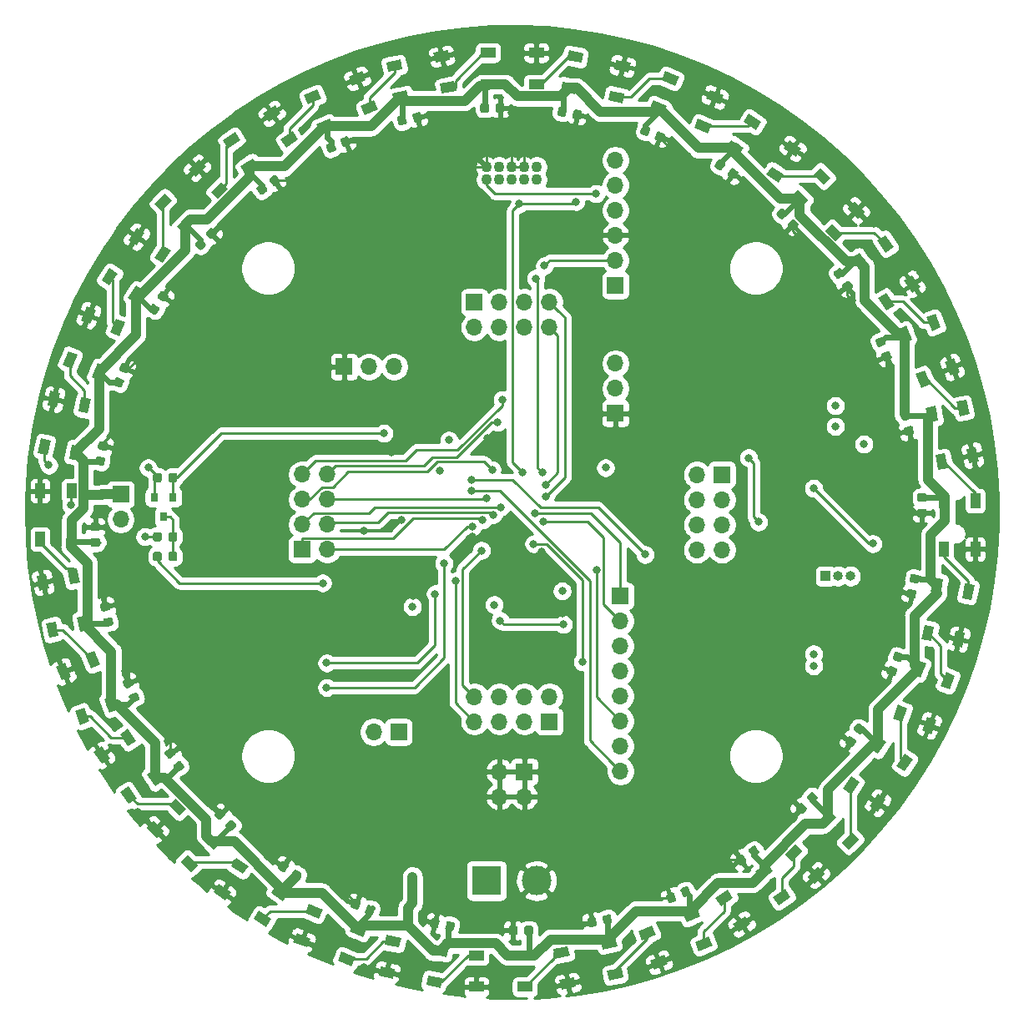
<source format=gbr>
G04 #@! TF.GenerationSoftware,KiCad,Pcbnew,(5.1.5-0-10_14)*
G04 #@! TF.CreationDate,2020-09-03T18:46:32+03:00*
G04 #@! TF.ProjectId,main,6d61696e-2e6b-4696-9361-645f70636258,rev?*
G04 #@! TF.SameCoordinates,Original*
G04 #@! TF.FileFunction,Copper,L4,Bot*
G04 #@! TF.FilePolarity,Positive*
%FSLAX46Y46*%
G04 Gerber Fmt 4.6, Leading zero omitted, Abs format (unit mm)*
G04 Created by KiCad (PCBNEW (5.1.5-0-10_14)) date 2020-09-03 18:46:32*
%MOMM*%
%LPD*%
G04 APERTURE LIST*
%ADD10O,1.700000X1.700000*%
%ADD11R,1.700000X1.700000*%
%ADD12O,1.000000X1.000000*%
%ADD13R,1.000000X1.000000*%
%ADD14C,3.000000*%
%ADD15R,3.000000X3.000000*%
%ADD16R,1.000000X1.500000*%
%ADD17C,0.100000*%
%ADD18R,1.500000X1.000000*%
%ADD19R,0.800000X0.900000*%
%ADD20C,1.100000*%
%ADD21C,0.800000*%
%ADD22C,0.250000*%
%ADD23C,0.600000*%
%ADD24C,1.000000*%
%ADD25C,0.254000*%
G04 APERTURE END LIST*
D10*
X135960000Y-122300000D03*
D11*
X138500000Y-122300000D03*
D10*
X161000000Y-126280000D03*
X161000000Y-123740000D03*
X161000000Y-121200000D03*
X161000000Y-118660000D03*
X161000000Y-116120000D03*
X161000000Y-113580000D03*
X161000000Y-111040000D03*
D11*
X161000000Y-108500000D03*
D10*
X138040000Y-85250000D03*
X135500000Y-85250000D03*
D11*
X132960000Y-85250000D03*
D10*
X131240000Y-96180000D03*
X128700000Y-96180000D03*
X131240000Y-98720000D03*
X128700000Y-98720000D03*
X131240000Y-101260000D03*
X128700000Y-101260000D03*
X131240000Y-103800000D03*
D11*
X128700000Y-103800000D03*
D10*
X146180000Y-118710000D03*
X146180000Y-121250000D03*
X148720000Y-118710000D03*
X148720000Y-121250000D03*
X151260000Y-118710000D03*
X151260000Y-121250000D03*
X153800000Y-118710000D03*
D11*
X153800000Y-121250000D03*
D10*
X168760000Y-103820000D03*
X171300000Y-103820000D03*
X168760000Y-101280000D03*
X171300000Y-101280000D03*
X168760000Y-98740000D03*
X171300000Y-98740000D03*
X168760000Y-96200000D03*
D11*
X171300000Y-96200000D03*
D10*
X153790000Y-81240000D03*
X153790000Y-78700000D03*
X151250000Y-81240000D03*
X151250000Y-78700000D03*
X148710000Y-81240000D03*
X148710000Y-78700000D03*
X146170000Y-81240000D03*
D11*
X146170000Y-78700000D03*
D12*
X184340000Y-106500000D03*
X183070000Y-106500000D03*
D13*
X181800000Y-106500000D03*
D10*
X160500000Y-84920000D03*
X160500000Y-87460000D03*
D11*
X160500000Y-90000000D03*
D10*
X110300000Y-100740000D03*
D11*
X110300000Y-98200000D03*
D10*
X160500000Y-64300000D03*
X160500000Y-66840000D03*
X160500000Y-69380000D03*
X160500000Y-71920000D03*
X160500000Y-74460000D03*
D11*
X160500000Y-77000000D03*
D14*
X152480000Y-137400000D03*
D15*
X147400000Y-137400000D03*
D16*
X193800000Y-98855595D03*
X197000000Y-98855595D03*
X193800000Y-103755595D03*
X197000000Y-103755595D03*
G04 #@! TA.AperFunction,SMDPad,CuDef*
D17*
G36*
X191877096Y-99659148D02*
G01*
X191898331Y-99662298D01*
X191919155Y-99667514D01*
X191939367Y-99674746D01*
X191958773Y-99683925D01*
X191977186Y-99694961D01*
X191994429Y-99707749D01*
X192010335Y-99722165D01*
X192024751Y-99738071D01*
X192037539Y-99755314D01*
X192048575Y-99773727D01*
X192057754Y-99793133D01*
X192064986Y-99813345D01*
X192070202Y-99834169D01*
X192073352Y-99855404D01*
X192074405Y-99876845D01*
X192074405Y-100314345D01*
X192073352Y-100335786D01*
X192070202Y-100357021D01*
X192064986Y-100377845D01*
X192057754Y-100398057D01*
X192048575Y-100417463D01*
X192037539Y-100435876D01*
X192024751Y-100453119D01*
X192010335Y-100469025D01*
X191994429Y-100483441D01*
X191977186Y-100496229D01*
X191958773Y-100507265D01*
X191939367Y-100516444D01*
X191919155Y-100523676D01*
X191898331Y-100528892D01*
X191877096Y-100532042D01*
X191855655Y-100533095D01*
X191343155Y-100533095D01*
X191321714Y-100532042D01*
X191300479Y-100528892D01*
X191279655Y-100523676D01*
X191259443Y-100516444D01*
X191240037Y-100507265D01*
X191221624Y-100496229D01*
X191204381Y-100483441D01*
X191188475Y-100469025D01*
X191174059Y-100453119D01*
X191161271Y-100435876D01*
X191150235Y-100417463D01*
X191141056Y-100398057D01*
X191133824Y-100377845D01*
X191128608Y-100357021D01*
X191125458Y-100335786D01*
X191124405Y-100314345D01*
X191124405Y-99876845D01*
X191125458Y-99855404D01*
X191128608Y-99834169D01*
X191133824Y-99813345D01*
X191141056Y-99793133D01*
X191150235Y-99773727D01*
X191161271Y-99755314D01*
X191174059Y-99738071D01*
X191188475Y-99722165D01*
X191204381Y-99707749D01*
X191221624Y-99694961D01*
X191240037Y-99683925D01*
X191259443Y-99674746D01*
X191279655Y-99667514D01*
X191300479Y-99662298D01*
X191321714Y-99659148D01*
X191343155Y-99658095D01*
X191855655Y-99658095D01*
X191877096Y-99659148D01*
G37*
G04 #@! TD.AperFunction*
G04 #@! TA.AperFunction,SMDPad,CuDef*
G36*
X191877096Y-98084148D02*
G01*
X191898331Y-98087298D01*
X191919155Y-98092514D01*
X191939367Y-98099746D01*
X191958773Y-98108925D01*
X191977186Y-98119961D01*
X191994429Y-98132749D01*
X192010335Y-98147165D01*
X192024751Y-98163071D01*
X192037539Y-98180314D01*
X192048575Y-98198727D01*
X192057754Y-98218133D01*
X192064986Y-98238345D01*
X192070202Y-98259169D01*
X192073352Y-98280404D01*
X192074405Y-98301845D01*
X192074405Y-98739345D01*
X192073352Y-98760786D01*
X192070202Y-98782021D01*
X192064986Y-98802845D01*
X192057754Y-98823057D01*
X192048575Y-98842463D01*
X192037539Y-98860876D01*
X192024751Y-98878119D01*
X192010335Y-98894025D01*
X191994429Y-98908441D01*
X191977186Y-98921229D01*
X191958773Y-98932265D01*
X191939367Y-98941444D01*
X191919155Y-98948676D01*
X191898331Y-98953892D01*
X191877096Y-98957042D01*
X191855655Y-98958095D01*
X191343155Y-98958095D01*
X191321714Y-98957042D01*
X191300479Y-98953892D01*
X191279655Y-98948676D01*
X191259443Y-98941444D01*
X191240037Y-98932265D01*
X191221624Y-98921229D01*
X191204381Y-98908441D01*
X191188475Y-98894025D01*
X191174059Y-98878119D01*
X191161271Y-98860876D01*
X191150235Y-98842463D01*
X191141056Y-98823057D01*
X191133824Y-98802845D01*
X191128608Y-98782021D01*
X191125458Y-98760786D01*
X191124405Y-98739345D01*
X191124405Y-98301845D01*
X191125458Y-98280404D01*
X191128608Y-98259169D01*
X191133824Y-98238345D01*
X191141056Y-98218133D01*
X191150235Y-98198727D01*
X191161271Y-98180314D01*
X191174059Y-98163071D01*
X191188475Y-98147165D01*
X191204381Y-98132749D01*
X191221624Y-98119961D01*
X191240037Y-98108925D01*
X191259443Y-98099746D01*
X191279655Y-98092514D01*
X191300479Y-98087298D01*
X191321714Y-98084148D01*
X191343155Y-98083095D01*
X191855655Y-98083095D01*
X191877096Y-98084148D01*
G37*
G04 #@! TD.AperFunction*
G04 #@! TA.AperFunction,SMDPad,CuDef*
G36*
X106030830Y-94807451D02*
G01*
X105049875Y-94613216D01*
X105341226Y-93141783D01*
X106322181Y-93336018D01*
X106030830Y-94807451D01*
G37*
G04 #@! TD.AperFunction*
G04 #@! TA.AperFunction,SMDPad,CuDef*
G36*
X102891774Y-94185901D02*
G01*
X101910819Y-93991666D01*
X102202170Y-92520233D01*
X103183125Y-92714468D01*
X102891774Y-94185901D01*
G37*
G04 #@! TD.AperFunction*
G04 #@! TA.AperFunction,SMDPad,CuDef*
G36*
X106982578Y-90000771D02*
G01*
X106001623Y-89806536D01*
X106292974Y-88335103D01*
X107273929Y-88529338D01*
X106982578Y-90000771D01*
G37*
G04 #@! TD.AperFunction*
G04 #@! TA.AperFunction,SMDPad,CuDef*
G36*
X103843522Y-89379221D02*
G01*
X102862567Y-89184986D01*
X103153918Y-87713553D01*
X104134873Y-87907788D01*
X103843522Y-89379221D01*
G37*
G04 #@! TD.AperFunction*
G04 #@! TA.AperFunction,SMDPad,CuDef*
G36*
X108276779Y-86661263D02*
G01*
X107352900Y-86278580D01*
X107926925Y-84892761D01*
X108850804Y-85275444D01*
X108276779Y-86661263D01*
G37*
G04 #@! TD.AperFunction*
G04 #@! TA.AperFunction,SMDPad,CuDef*
G36*
X105320364Y-85436676D02*
G01*
X104396485Y-85053993D01*
X104970510Y-83668174D01*
X105894389Y-84050857D01*
X105320364Y-85436676D01*
G37*
G04 #@! TD.AperFunction*
G04 #@! TA.AperFunction,SMDPad,CuDef*
G36*
X110151928Y-82134254D02*
G01*
X109228049Y-81751571D01*
X109802074Y-80365752D01*
X110725953Y-80748435D01*
X110151928Y-82134254D01*
G37*
G04 #@! TD.AperFunction*
G04 #@! TA.AperFunction,SMDPad,CuDef*
G36*
X107195513Y-80909667D02*
G01*
X106271634Y-80526984D01*
X106845659Y-79141165D01*
X107769538Y-79523848D01*
X107195513Y-80909667D01*
G37*
G04 #@! TD.AperFunction*
G04 #@! TA.AperFunction,SMDPad,CuDef*
G36*
X111850366Y-78810998D02*
G01*
X111018412Y-78256153D01*
X111850678Y-77008222D01*
X112682632Y-77563067D01*
X111850366Y-78810998D01*
G37*
G04 #@! TD.AperFunction*
G04 #@! TA.AperFunction,SMDPad,CuDef*
G36*
X109188113Y-77035496D02*
G01*
X108356159Y-76480651D01*
X109188425Y-75232720D01*
X110020379Y-75787565D01*
X109188113Y-77035496D01*
G37*
G04 #@! TD.AperFunction*
G04 #@! TA.AperFunction,SMDPad,CuDef*
G36*
X114569103Y-74734422D02*
G01*
X113737149Y-74179577D01*
X114569415Y-72931646D01*
X115401369Y-73486491D01*
X114569103Y-74734422D01*
G37*
G04 #@! TD.AperFunction*
G04 #@! TA.AperFunction,SMDPad,CuDef*
G36*
X111906850Y-72958920D02*
G01*
X111074896Y-72404075D01*
X111907162Y-71156144D01*
X112739116Y-71710989D01*
X111906850Y-72958920D01*
G37*
G04 #@! TD.AperFunction*
G04 #@! TA.AperFunction,SMDPad,CuDef*
G36*
X116681483Y-71704184D02*
G01*
X115974377Y-70997078D01*
X117035037Y-69936418D01*
X117742143Y-70643524D01*
X116681483Y-71704184D01*
G37*
G04 #@! TD.AperFunction*
G04 #@! TA.AperFunction,SMDPad,CuDef*
G36*
X114418742Y-69441443D02*
G01*
X113711636Y-68734337D01*
X114772296Y-67673677D01*
X115479402Y-68380783D01*
X114418742Y-69441443D01*
G37*
G04 #@! TD.AperFunction*
G04 #@! TA.AperFunction,SMDPad,CuDef*
G36*
X120146306Y-68239361D02*
G01*
X119439200Y-67532255D01*
X120499860Y-66471595D01*
X121206966Y-67178701D01*
X120146306Y-68239361D01*
G37*
G04 #@! TD.AperFunction*
G04 #@! TA.AperFunction,SMDPad,CuDef*
G36*
X117883565Y-65976620D02*
G01*
X117176459Y-65269514D01*
X118237119Y-64208854D01*
X118944225Y-64915960D01*
X117883565Y-65976620D01*
G37*
G04 #@! TD.AperFunction*
G04 #@! TA.AperFunction,SMDPad,CuDef*
G36*
X122989948Y-65767751D02*
G01*
X122433653Y-64936766D01*
X123680130Y-64102323D01*
X124236425Y-64933308D01*
X122989948Y-65767751D01*
G37*
G04 #@! TD.AperFunction*
G04 #@! TA.AperFunction,SMDPad,CuDef*
G36*
X121209802Y-63108601D02*
G01*
X120653507Y-62277616D01*
X121899984Y-61443173D01*
X122456279Y-62274158D01*
X121209802Y-63108601D01*
G37*
G04 #@! TD.AperFunction*
G04 #@! TA.AperFunction,SMDPad,CuDef*
G36*
X127061772Y-63041903D02*
G01*
X126505477Y-62210918D01*
X127751954Y-61376475D01*
X128308249Y-62207460D01*
X127061772Y-63041903D01*
G37*
G04 #@! TD.AperFunction*
G04 #@! TA.AperFunction,SMDPad,CuDef*
G36*
X125281626Y-60382753D02*
G01*
X124725331Y-59551768D01*
X125971808Y-58717325D01*
X126528103Y-59548310D01*
X125281626Y-60382753D01*
G37*
G04 #@! TD.AperFunction*
G04 #@! TA.AperFunction,SMDPad,CuDef*
G36*
X130496080Y-61594736D02*
G01*
X130113397Y-60670857D01*
X131499216Y-60096832D01*
X131881899Y-61020711D01*
X130496080Y-61594736D01*
G37*
G04 #@! TD.AperFunction*
G04 #@! TA.AperFunction,SMDPad,CuDef*
G36*
X129271493Y-58638321D02*
G01*
X128888810Y-57714442D01*
X130274629Y-57140417D01*
X130657312Y-58064296D01*
X129271493Y-58638321D01*
G37*
G04 #@! TD.AperFunction*
G04 #@! TA.AperFunction,SMDPad,CuDef*
G36*
X135023089Y-59719587D02*
G01*
X134640406Y-58795708D01*
X136026225Y-58221683D01*
X136408908Y-59145562D01*
X135023089Y-59719587D01*
G37*
G04 #@! TD.AperFunction*
G04 #@! TA.AperFunction,SMDPad,CuDef*
G36*
X133798502Y-56763172D02*
G01*
X133415819Y-55839293D01*
X134801638Y-55265268D01*
X135184321Y-56189147D01*
X133798502Y-56763172D01*
G37*
G04 #@! TD.AperFunction*
G04 #@! TA.AperFunction,SMDPad,CuDef*
G36*
X138054968Y-58496525D02*
G01*
X137859022Y-57515910D01*
X139329944Y-57221991D01*
X139525890Y-58202606D01*
X138054968Y-58496525D01*
G37*
G04 #@! TD.AperFunction*
G04 #@! TA.AperFunction,SMDPad,CuDef*
G36*
X137427940Y-55358558D02*
G01*
X137231994Y-54377943D01*
X138702916Y-54084024D01*
X138898862Y-55064639D01*
X137427940Y-55358558D01*
G37*
G04 #@! TD.AperFunction*
G04 #@! TA.AperFunction,SMDPad,CuDef*
G36*
X142859980Y-57536388D02*
G01*
X142664034Y-56555773D01*
X144134956Y-56261854D01*
X144330902Y-57242469D01*
X142859980Y-57536388D01*
G37*
G04 #@! TD.AperFunction*
G04 #@! TA.AperFunction,SMDPad,CuDef*
G36*
X142232952Y-54398421D02*
G01*
X142037006Y-53417806D01*
X143507928Y-53123887D01*
X143703874Y-54104502D01*
X142232952Y-54398421D01*
G37*
G04 #@! TD.AperFunction*
D18*
X147570000Y-56600000D03*
X147570000Y-53400000D03*
X152470000Y-56600000D03*
X152470000Y-53400000D03*
G04 #@! TA.AperFunction,SMDPad,CuDef*
D17*
G36*
X154947800Y-57287782D02*
G01*
X155142035Y-56306827D01*
X156613468Y-56598178D01*
X156419233Y-57579133D01*
X154947800Y-57287782D01*
G37*
G04 #@! TD.AperFunction*
G04 #@! TA.AperFunction,SMDPad,CuDef*
G36*
X155569350Y-54148726D02*
G01*
X155763585Y-53167771D01*
X157235018Y-53459122D01*
X157040783Y-54440077D01*
X155569350Y-54148726D01*
G37*
G04 #@! TD.AperFunction*
G04 #@! TA.AperFunction,SMDPad,CuDef*
G36*
X159754480Y-58239530D02*
G01*
X159948715Y-57258575D01*
X161420148Y-57549926D01*
X161225913Y-58530881D01*
X159754480Y-58239530D01*
G37*
G04 #@! TD.AperFunction*
G04 #@! TA.AperFunction,SMDPad,CuDef*
G36*
X160376030Y-55100474D02*
G01*
X160570265Y-54119519D01*
X162041698Y-54410870D01*
X161847463Y-55391825D01*
X160376030Y-55100474D01*
G37*
G04 #@! TD.AperFunction*
G04 #@! TA.AperFunction,SMDPad,CuDef*
G36*
X163948352Y-59159337D02*
G01*
X164331035Y-58235458D01*
X165716854Y-58809483D01*
X165334171Y-59733362D01*
X163948352Y-59159337D01*
G37*
G04 #@! TD.AperFunction*
G04 #@! TA.AperFunction,SMDPad,CuDef*
G36*
X165172939Y-56202922D02*
G01*
X165555622Y-55279043D01*
X166941441Y-55853068D01*
X166558758Y-56776947D01*
X165172939Y-56202922D01*
G37*
G04 #@! TD.AperFunction*
G04 #@! TA.AperFunction,SMDPad,CuDef*
G36*
X168475361Y-61034486D02*
G01*
X168858044Y-60110607D01*
X170243863Y-60684632D01*
X169861180Y-61608511D01*
X168475361Y-61034486D01*
G37*
G04 #@! TD.AperFunction*
G04 #@! TA.AperFunction,SMDPad,CuDef*
G36*
X169699948Y-58078071D02*
G01*
X170082631Y-57154192D01*
X171468450Y-57728217D01*
X171085767Y-58652096D01*
X169699948Y-58078071D01*
G37*
G04 #@! TD.AperFunction*
G04 #@! TA.AperFunction,SMDPad,CuDef*
G36*
X171712616Y-63068378D02*
G01*
X172267461Y-62236424D01*
X173515392Y-63068690D01*
X172960547Y-63900644D01*
X171712616Y-63068378D01*
G37*
G04 #@! TD.AperFunction*
G04 #@! TA.AperFunction,SMDPad,CuDef*
G36*
X173488118Y-60406125D02*
G01*
X174042963Y-59574171D01*
X175290894Y-60406437D01*
X174736049Y-61238391D01*
X173488118Y-60406125D01*
G37*
G04 #@! TD.AperFunction*
G04 #@! TA.AperFunction,SMDPad,CuDef*
G36*
X175789192Y-65787115D02*
G01*
X176344037Y-64955161D01*
X177591968Y-65787427D01*
X177037123Y-66619381D01*
X175789192Y-65787115D01*
G37*
G04 #@! TD.AperFunction*
G04 #@! TA.AperFunction,SMDPad,CuDef*
G36*
X177564694Y-63124862D02*
G01*
X178119539Y-62292908D01*
X179367470Y-63125174D01*
X178812625Y-63957128D01*
X177564694Y-63124862D01*
G37*
G04 #@! TD.AperFunction*
G04 #@! TA.AperFunction,SMDPad,CuDef*
G36*
X178313224Y-67999076D02*
G01*
X179020330Y-67291970D01*
X180080990Y-68352630D01*
X179373884Y-69059736D01*
X178313224Y-67999076D01*
G37*
G04 #@! TD.AperFunction*
G04 #@! TA.AperFunction,SMDPad,CuDef*
G36*
X180575965Y-65736335D02*
G01*
X181283071Y-65029229D01*
X182343731Y-66089889D01*
X181636625Y-66796995D01*
X180575965Y-65736335D01*
G37*
G04 #@! TD.AperFunction*
G04 #@! TA.AperFunction,SMDPad,CuDef*
G36*
X181778047Y-71463899D02*
G01*
X182485153Y-70756793D01*
X183545813Y-71817453D01*
X182838707Y-72524559D01*
X181778047Y-71463899D01*
G37*
G04 #@! TD.AperFunction*
G04 #@! TA.AperFunction,SMDPad,CuDef*
G36*
X184040788Y-69201158D02*
G01*
X184747894Y-68494052D01*
X185808554Y-69554712D01*
X185101448Y-70261818D01*
X184040788Y-69201158D01*
G37*
G04 #@! TD.AperFunction*
G04 #@! TA.AperFunction,SMDPad,CuDef*
G36*
X184399436Y-74234798D02*
G01*
X185230421Y-73678503D01*
X186064864Y-74924980D01*
X185233879Y-75481275D01*
X184399436Y-74234798D01*
G37*
G04 #@! TD.AperFunction*
G04 #@! TA.AperFunction,SMDPad,CuDef*
G36*
X187058586Y-72454652D02*
G01*
X187889571Y-71898357D01*
X188724014Y-73144834D01*
X187893029Y-73701129D01*
X187058586Y-72454652D01*
G37*
G04 #@! TD.AperFunction*
G04 #@! TA.AperFunction,SMDPad,CuDef*
G36*
X187125284Y-78306622D02*
G01*
X187956269Y-77750327D01*
X188790712Y-78996804D01*
X187959727Y-79553099D01*
X187125284Y-78306622D01*
G37*
G04 #@! TD.AperFunction*
G04 #@! TA.AperFunction,SMDPad,CuDef*
G36*
X189784434Y-76526476D02*
G01*
X190615419Y-75970181D01*
X191449862Y-77216658D01*
X190618877Y-77772953D01*
X189784434Y-76526476D01*
G37*
G04 #@! TD.AperFunction*
G04 #@! TA.AperFunction,SMDPad,CuDef*
G36*
X189062274Y-81484426D02*
G01*
X189986153Y-81101743D01*
X190560178Y-82487562D01*
X189636299Y-82870245D01*
X189062274Y-81484426D01*
G37*
G04 #@! TD.AperFunction*
G04 #@! TA.AperFunction,SMDPad,CuDef*
G36*
X192018689Y-80259839D02*
G01*
X192942568Y-79877156D01*
X193516593Y-81262975D01*
X192592714Y-81645658D01*
X192018689Y-80259839D01*
G37*
G04 #@! TD.AperFunction*
G04 #@! TA.AperFunction,SMDPad,CuDef*
G36*
X190937423Y-86011435D02*
G01*
X191861302Y-85628752D01*
X192435327Y-87014571D01*
X191511448Y-87397254D01*
X190937423Y-86011435D01*
G37*
G04 #@! TD.AperFunction*
G04 #@! TA.AperFunction,SMDPad,CuDef*
G36*
X193893838Y-84786848D02*
G01*
X194817717Y-84404165D01*
X195391742Y-85789984D01*
X194467863Y-86172667D01*
X193893838Y-84786848D01*
G37*
G04 #@! TD.AperFunction*
G04 #@! TA.AperFunction,SMDPad,CuDef*
G36*
X191987860Y-89427590D02*
G01*
X192968475Y-89231644D01*
X193262394Y-90702566D01*
X192281779Y-90898512D01*
X191987860Y-89427590D01*
G37*
G04 #@! TD.AperFunction*
G04 #@! TA.AperFunction,SMDPad,CuDef*
G36*
X195125827Y-88800562D02*
G01*
X196106442Y-88604616D01*
X196400361Y-90075538D01*
X195419746Y-90271484D01*
X195125827Y-88800562D01*
G37*
G04 #@! TD.AperFunction*
G04 #@! TA.AperFunction,SMDPad,CuDef*
G36*
X192947997Y-94232602D02*
G01*
X193928612Y-94036656D01*
X194222531Y-95507578D01*
X193241916Y-95703524D01*
X192947997Y-94232602D01*
G37*
G04 #@! TD.AperFunction*
G04 #@! TA.AperFunction,SMDPad,CuDef*
G36*
X196085964Y-93605574D02*
G01*
X197066579Y-93409628D01*
X197360498Y-94880550D01*
X196379883Y-95076496D01*
X196085964Y-93605574D01*
G37*
G04 #@! TD.AperFunction*
G04 #@! TA.AperFunction,SMDPad,CuDef*
G36*
X192790456Y-106622299D02*
G01*
X193771411Y-106816534D01*
X193480060Y-108287967D01*
X192499105Y-108093732D01*
X192790456Y-106622299D01*
G37*
G04 #@! TD.AperFunction*
G04 #@! TA.AperFunction,SMDPad,CuDef*
G36*
X195929512Y-107243849D02*
G01*
X196910467Y-107438084D01*
X196619116Y-108909517D01*
X195638161Y-108715282D01*
X195929512Y-107243849D01*
G37*
G04 #@! TD.AperFunction*
G04 #@! TA.AperFunction,SMDPad,CuDef*
G36*
X191838708Y-111428979D02*
G01*
X192819663Y-111623214D01*
X192528312Y-113094647D01*
X191547357Y-112900412D01*
X191838708Y-111428979D01*
G37*
G04 #@! TD.AperFunction*
G04 #@! TA.AperFunction,SMDPad,CuDef*
G36*
X194977764Y-112050529D02*
G01*
X195958719Y-112244764D01*
X195667368Y-113716197D01*
X194686413Y-113521962D01*
X194977764Y-112050529D01*
G37*
G04 #@! TD.AperFunction*
G04 #@! TA.AperFunction,SMDPad,CuDef*
G36*
X191076703Y-115000525D02*
G01*
X192000582Y-115383208D01*
X191426557Y-116769027D01*
X190502678Y-116386344D01*
X191076703Y-115000525D01*
G37*
G04 #@! TD.AperFunction*
G04 #@! TA.AperFunction,SMDPad,CuDef*
G36*
X194033118Y-116225112D02*
G01*
X194956997Y-116607795D01*
X194382972Y-117993614D01*
X193459093Y-117610931D01*
X194033118Y-116225112D01*
G37*
G04 #@! TD.AperFunction*
G04 #@! TA.AperFunction,SMDPad,CuDef*
G36*
X189201554Y-119527534D02*
G01*
X190125433Y-119910217D01*
X189551408Y-121296036D01*
X188627529Y-120913353D01*
X189201554Y-119527534D01*
G37*
G04 #@! TD.AperFunction*
G04 #@! TA.AperFunction,SMDPad,CuDef*
G36*
X192157969Y-120752121D02*
G01*
X193081848Y-121134804D01*
X192507823Y-122520623D01*
X191583944Y-122137940D01*
X192157969Y-120752121D01*
G37*
G04 #@! TD.AperFunction*
G04 #@! TA.AperFunction,SMDPad,CuDef*
G36*
X187156681Y-122742841D02*
G01*
X187988635Y-123297686D01*
X187156369Y-124545617D01*
X186324415Y-123990772D01*
X187156681Y-122742841D01*
G37*
G04 #@! TD.AperFunction*
G04 #@! TA.AperFunction,SMDPad,CuDef*
G36*
X189818934Y-124518343D02*
G01*
X190650888Y-125073188D01*
X189818622Y-126321119D01*
X188986668Y-125766274D01*
X189818934Y-124518343D01*
G37*
G04 #@! TD.AperFunction*
G04 #@! TA.AperFunction,SMDPad,CuDef*
G36*
X184437944Y-126819417D02*
G01*
X185269898Y-127374262D01*
X184437632Y-128622193D01*
X183605678Y-128067348D01*
X184437944Y-126819417D01*
G37*
G04 #@! TD.AperFunction*
G04 #@! TA.AperFunction,SMDPad,CuDef*
G36*
X187100197Y-128594919D02*
G01*
X187932151Y-129149764D01*
X187099885Y-130397695D01*
X186267931Y-129842850D01*
X187100197Y-128594919D01*
G37*
G04 #@! TD.AperFunction*
G04 #@! TA.AperFunction,SMDPad,CuDef*
G36*
X182229753Y-130223242D02*
G01*
X182936859Y-130930348D01*
X181876199Y-131991008D01*
X181169093Y-131283902D01*
X182229753Y-130223242D01*
G37*
G04 #@! TD.AperFunction*
G04 #@! TA.AperFunction,SMDPad,CuDef*
G36*
X184492494Y-132485983D02*
G01*
X185199600Y-133193089D01*
X184138940Y-134253749D01*
X183431834Y-133546643D01*
X184492494Y-132485983D01*
G37*
G04 #@! TD.AperFunction*
G04 #@! TA.AperFunction,SMDPad,CuDef*
G36*
X178764930Y-133688065D02*
G01*
X179472036Y-134395171D01*
X178411376Y-135455831D01*
X177704270Y-134748725D01*
X178764930Y-133688065D01*
G37*
G04 #@! TD.AperFunction*
G04 #@! TA.AperFunction,SMDPad,CuDef*
G36*
X181027671Y-135950806D02*
G01*
X181734777Y-136657912D01*
X180674117Y-137718572D01*
X179967011Y-137011466D01*
X181027671Y-135950806D01*
G37*
G04 #@! TD.AperFunction*
G04 #@! TA.AperFunction,SMDPad,CuDef*
G36*
X175933166Y-135589362D02*
G01*
X176489461Y-136420347D01*
X175242984Y-137254790D01*
X174686689Y-136423805D01*
X175933166Y-135589362D01*
G37*
G04 #@! TD.AperFunction*
G04 #@! TA.AperFunction,SMDPad,CuDef*
G36*
X177713312Y-138248512D02*
G01*
X178269607Y-139079497D01*
X177023130Y-139913940D01*
X176466835Y-139082955D01*
X177713312Y-138248512D01*
G37*
G04 #@! TD.AperFunction*
G04 #@! TA.AperFunction,SMDPad,CuDef*
G36*
X171861342Y-138315210D02*
G01*
X172417637Y-139146195D01*
X171171160Y-139980638D01*
X170614865Y-139149653D01*
X171861342Y-138315210D01*
G37*
G04 #@! TD.AperFunction*
G04 #@! TA.AperFunction,SMDPad,CuDef*
G36*
X173641488Y-140974360D02*
G01*
X174197783Y-141805345D01*
X172951306Y-142639788D01*
X172395011Y-141808803D01*
X173641488Y-140974360D01*
G37*
G04 #@! TD.AperFunction*
G04 #@! TA.AperFunction,SMDPad,CuDef*
G36*
X168715691Y-140105697D02*
G01*
X169098374Y-141029576D01*
X167712555Y-141603601D01*
X167329872Y-140679722D01*
X168715691Y-140105697D01*
G37*
G04 #@! TD.AperFunction*
G04 #@! TA.AperFunction,SMDPad,CuDef*
G36*
X169940278Y-143062112D02*
G01*
X170322961Y-143985991D01*
X168937142Y-144560016D01*
X168554459Y-143636137D01*
X169940278Y-143062112D01*
G37*
G04 #@! TD.AperFunction*
G04 #@! TA.AperFunction,SMDPad,CuDef*
G36*
X164188682Y-141980846D02*
G01*
X164571365Y-142904725D01*
X163185546Y-143478750D01*
X162802863Y-142554871D01*
X164188682Y-141980846D01*
G37*
G04 #@! TD.AperFunction*
G04 #@! TA.AperFunction,SMDPad,CuDef*
G36*
X165413269Y-144937261D02*
G01*
X165795952Y-145861140D01*
X164410133Y-146435165D01*
X164027450Y-145511286D01*
X165413269Y-144937261D01*
G37*
G04 #@! TD.AperFunction*
G04 #@! TA.AperFunction,SMDPad,CuDef*
G36*
X160475801Y-143088281D02*
G01*
X160671747Y-144068896D01*
X159200825Y-144362815D01*
X159004879Y-143382200D01*
X160475801Y-143088281D01*
G37*
G04 #@! TD.AperFunction*
G04 #@! TA.AperFunction,SMDPad,CuDef*
G36*
X161102829Y-146226248D02*
G01*
X161298775Y-147206863D01*
X159827853Y-147500782D01*
X159631907Y-146520167D01*
X161102829Y-146226248D01*
G37*
G04 #@! TD.AperFunction*
G04 #@! TA.AperFunction,SMDPad,CuDef*
G36*
X155670789Y-144048418D02*
G01*
X155866735Y-145029033D01*
X154395813Y-145322952D01*
X154199867Y-144342337D01*
X155670789Y-144048418D01*
G37*
G04 #@! TD.AperFunction*
G04 #@! TA.AperFunction,SMDPad,CuDef*
G36*
X156297817Y-147186385D02*
G01*
X156493763Y-148167000D01*
X155022841Y-148460919D01*
X154826895Y-147480304D01*
X156297817Y-147186385D01*
G37*
G04 #@! TD.AperFunction*
D18*
X151298810Y-144965000D03*
X151298810Y-148165000D03*
X146398810Y-144965000D03*
X146398810Y-148165000D03*
G04 #@! TA.AperFunction,SMDPad,CuDef*
D17*
G36*
X143569356Y-144156075D02*
G01*
X143375121Y-145137030D01*
X141903688Y-144845679D01*
X142097923Y-143864724D01*
X143569356Y-144156075D01*
G37*
G04 #@! TD.AperFunction*
G04 #@! TA.AperFunction,SMDPad,CuDef*
G36*
X142947806Y-147295131D02*
G01*
X142753571Y-148276086D01*
X141282138Y-147984735D01*
X141476373Y-147003780D01*
X142947806Y-147295131D01*
G37*
G04 #@! TD.AperFunction*
G04 #@! TA.AperFunction,SMDPad,CuDef*
G36*
X138762676Y-143204327D02*
G01*
X138568441Y-144185282D01*
X137097008Y-143893931D01*
X137291243Y-142912976D01*
X138762676Y-143204327D01*
G37*
G04 #@! TD.AperFunction*
G04 #@! TA.AperFunction,SMDPad,CuDef*
G36*
X138141126Y-146343383D02*
G01*
X137946891Y-147324338D01*
X136475458Y-147032987D01*
X136669693Y-146052032D01*
X138141126Y-146343383D01*
G37*
G04 #@! TD.AperFunction*
G04 #@! TA.AperFunction,SMDPad,CuDef*
G36*
X135313168Y-142180126D02*
G01*
X134930485Y-143104005D01*
X133544666Y-142529980D01*
X133927349Y-141606101D01*
X135313168Y-142180126D01*
G37*
G04 #@! TD.AperFunction*
G04 #@! TA.AperFunction,SMDPad,CuDef*
G36*
X134088581Y-145136541D02*
G01*
X133705898Y-146060420D01*
X132320079Y-145486395D01*
X132702762Y-144562516D01*
X134088581Y-145136541D01*
G37*
G04 #@! TD.AperFunction*
G04 #@! TA.AperFunction,SMDPad,CuDef*
G36*
X130786159Y-140304977D02*
G01*
X130403476Y-141228856D01*
X129017657Y-140654831D01*
X129400340Y-139730952D01*
X130786159Y-140304977D01*
G37*
G04 #@! TD.AperFunction*
G04 #@! TA.AperFunction,SMDPad,CuDef*
G36*
X129561572Y-143261392D02*
G01*
X129178889Y-144185271D01*
X127793070Y-143611246D01*
X128175753Y-142687367D01*
X129561572Y-143261392D01*
G37*
G04 #@! TD.AperFunction*
G04 #@! TA.AperFunction,SMDPad,CuDef*
G36*
X127357355Y-138624859D02*
G01*
X126802510Y-139456813D01*
X125554579Y-138624547D01*
X126109424Y-137792593D01*
X127357355Y-138624859D01*
G37*
G04 #@! TD.AperFunction*
G04 #@! TA.AperFunction,SMDPad,CuDef*
G36*
X125581853Y-141287112D02*
G01*
X125027008Y-142119066D01*
X123779077Y-141286800D01*
X124333922Y-140454846D01*
X125581853Y-141287112D01*
G37*
G04 #@! TD.AperFunction*
G04 #@! TA.AperFunction,SMDPad,CuDef*
G36*
X123280779Y-135906122D02*
G01*
X122725934Y-136738076D01*
X121478003Y-135905810D01*
X122032848Y-135073856D01*
X123280779Y-135906122D01*
G37*
G04 #@! TD.AperFunction*
G04 #@! TA.AperFunction,SMDPad,CuDef*
G36*
X121505277Y-138568375D02*
G01*
X120950432Y-139400329D01*
X119702501Y-138568063D01*
X120257346Y-137736109D01*
X121505277Y-138568375D01*
G37*
G04 #@! TD.AperFunction*
G04 #@! TA.AperFunction,SMDPad,CuDef*
G36*
X120406089Y-133565422D02*
G01*
X119698983Y-134272528D01*
X118638323Y-133211868D01*
X119345429Y-132504762D01*
X120406089Y-133565422D01*
G37*
G04 #@! TD.AperFunction*
G04 #@! TA.AperFunction,SMDPad,CuDef*
G36*
X118143348Y-135828163D02*
G01*
X117436242Y-136535269D01*
X116375582Y-135474609D01*
X117082688Y-134767503D01*
X118143348Y-135828163D01*
G37*
G04 #@! TD.AperFunction*
G04 #@! TA.AperFunction,SMDPad,CuDef*
G36*
X116941266Y-130100599D02*
G01*
X116234160Y-130807705D01*
X115173500Y-129747045D01*
X115880606Y-129039939D01*
X116941266Y-130100599D01*
G37*
G04 #@! TD.AperFunction*
G04 #@! TA.AperFunction,SMDPad,CuDef*
G36*
X114678525Y-132363340D02*
G01*
X113971419Y-133070446D01*
X112910759Y-132009786D01*
X113617865Y-131302680D01*
X114678525Y-132363340D01*
G37*
G04 #@! TD.AperFunction*
G04 #@! TA.AperFunction,SMDPad,CuDef*
G36*
X114609656Y-127276957D02*
G01*
X113778671Y-127833252D01*
X112944228Y-126586775D01*
X113775213Y-126030480D01*
X114609656Y-127276957D01*
G37*
G04 #@! TD.AperFunction*
G04 #@! TA.AperFunction,SMDPad,CuDef*
G36*
X111950506Y-129057103D02*
G01*
X111119521Y-129613398D01*
X110285078Y-128366921D01*
X111116063Y-127810626D01*
X111950506Y-129057103D01*
G37*
G04 #@! TD.AperFunction*
G04 #@! TA.AperFunction,SMDPad,CuDef*
G36*
X111883808Y-123205133D02*
G01*
X111052823Y-123761428D01*
X110218380Y-122514951D01*
X111049365Y-121958656D01*
X111883808Y-123205133D01*
G37*
G04 #@! TD.AperFunction*
G04 #@! TA.AperFunction,SMDPad,CuDef*
G36*
X109224658Y-124985279D02*
G01*
X108393673Y-125541574D01*
X107559230Y-124295097D01*
X108390215Y-123738802D01*
X109224658Y-124985279D01*
G37*
G04 #@! TD.AperFunction*
G04 #@! TA.AperFunction,SMDPad,CuDef*
G36*
X110101969Y-119997613D02*
G01*
X109178090Y-120380296D01*
X108604065Y-118994477D01*
X109527944Y-118611794D01*
X110101969Y-119997613D01*
G37*
G04 #@! TD.AperFunction*
G04 #@! TA.AperFunction,SMDPad,CuDef*
G36*
X107145554Y-121222200D02*
G01*
X106221675Y-121604883D01*
X105647650Y-120219064D01*
X106571529Y-119836381D01*
X107145554Y-121222200D01*
G37*
G04 #@! TD.AperFunction*
G04 #@! TA.AperFunction,SMDPad,CuDef*
G36*
X108226820Y-115470604D02*
G01*
X107302941Y-115853287D01*
X106728916Y-114467468D01*
X107652795Y-114084785D01*
X108226820Y-115470604D01*
G37*
G04 #@! TD.AperFunction*
G04 #@! TA.AperFunction,SMDPad,CuDef*
G36*
X105270405Y-116695191D02*
G01*
X104346526Y-117077874D01*
X103772501Y-115692055D01*
X104696380Y-115309372D01*
X105270405Y-116695191D01*
G37*
G04 #@! TD.AperFunction*
G04 #@! TA.AperFunction,SMDPad,CuDef*
G36*
X107139787Y-111945653D02*
G01*
X106159172Y-112141599D01*
X105865253Y-110670677D01*
X106845868Y-110474731D01*
X107139787Y-111945653D01*
G37*
G04 #@! TD.AperFunction*
G04 #@! TA.AperFunction,SMDPad,CuDef*
G36*
X104001820Y-112572681D02*
G01*
X103021205Y-112768627D01*
X102727286Y-111297705D01*
X103707901Y-111101759D01*
X104001820Y-112572681D01*
G37*
G04 #@! TD.AperFunction*
G04 #@! TA.AperFunction,SMDPad,CuDef*
G36*
X106179650Y-107140641D02*
G01*
X105199035Y-107336587D01*
X104905116Y-105865665D01*
X105885731Y-105669719D01*
X106179650Y-107140641D01*
G37*
G04 #@! TD.AperFunction*
G04 #@! TA.AperFunction,SMDPad,CuDef*
G36*
X103041683Y-107767669D02*
G01*
X102061068Y-107963615D01*
X101767149Y-106492693D01*
X102747764Y-106296747D01*
X103041683Y-107767669D01*
G37*
G04 #@! TD.AperFunction*
D16*
X105321905Y-102736905D03*
X102121905Y-102736905D03*
X105321905Y-97836905D03*
X102121905Y-97836905D03*
G04 #@! TA.AperFunction,SMDPad,CuDef*
D17*
G36*
X115840191Y-102026053D02*
G01*
X115861426Y-102029203D01*
X115882250Y-102034419D01*
X115902462Y-102041651D01*
X115921868Y-102050830D01*
X115940281Y-102061866D01*
X115957524Y-102074654D01*
X115973430Y-102089070D01*
X115987846Y-102104976D01*
X116000634Y-102122219D01*
X116011670Y-102140632D01*
X116020849Y-102160038D01*
X116028081Y-102180250D01*
X116033297Y-102201074D01*
X116036447Y-102222309D01*
X116037500Y-102243750D01*
X116037500Y-102756250D01*
X116036447Y-102777691D01*
X116033297Y-102798926D01*
X116028081Y-102819750D01*
X116020849Y-102839962D01*
X116011670Y-102859368D01*
X116000634Y-102877781D01*
X115987846Y-102895024D01*
X115973430Y-102910930D01*
X115957524Y-102925346D01*
X115940281Y-102938134D01*
X115921868Y-102949170D01*
X115902462Y-102958349D01*
X115882250Y-102965581D01*
X115861426Y-102970797D01*
X115840191Y-102973947D01*
X115818750Y-102975000D01*
X115381250Y-102975000D01*
X115359809Y-102973947D01*
X115338574Y-102970797D01*
X115317750Y-102965581D01*
X115297538Y-102958349D01*
X115278132Y-102949170D01*
X115259719Y-102938134D01*
X115242476Y-102925346D01*
X115226570Y-102910930D01*
X115212154Y-102895024D01*
X115199366Y-102877781D01*
X115188330Y-102859368D01*
X115179151Y-102839962D01*
X115171919Y-102819750D01*
X115166703Y-102798926D01*
X115163553Y-102777691D01*
X115162500Y-102756250D01*
X115162500Y-102243750D01*
X115163553Y-102222309D01*
X115166703Y-102201074D01*
X115171919Y-102180250D01*
X115179151Y-102160038D01*
X115188330Y-102140632D01*
X115199366Y-102122219D01*
X115212154Y-102104976D01*
X115226570Y-102089070D01*
X115242476Y-102074654D01*
X115259719Y-102061866D01*
X115278132Y-102050830D01*
X115297538Y-102041651D01*
X115317750Y-102034419D01*
X115338574Y-102029203D01*
X115359809Y-102026053D01*
X115381250Y-102025000D01*
X115818750Y-102025000D01*
X115840191Y-102026053D01*
G37*
G04 #@! TD.AperFunction*
G04 #@! TA.AperFunction,SMDPad,CuDef*
G36*
X114265191Y-102026053D02*
G01*
X114286426Y-102029203D01*
X114307250Y-102034419D01*
X114327462Y-102041651D01*
X114346868Y-102050830D01*
X114365281Y-102061866D01*
X114382524Y-102074654D01*
X114398430Y-102089070D01*
X114412846Y-102104976D01*
X114425634Y-102122219D01*
X114436670Y-102140632D01*
X114445849Y-102160038D01*
X114453081Y-102180250D01*
X114458297Y-102201074D01*
X114461447Y-102222309D01*
X114462500Y-102243750D01*
X114462500Y-102756250D01*
X114461447Y-102777691D01*
X114458297Y-102798926D01*
X114453081Y-102819750D01*
X114445849Y-102839962D01*
X114436670Y-102859368D01*
X114425634Y-102877781D01*
X114412846Y-102895024D01*
X114398430Y-102910930D01*
X114382524Y-102925346D01*
X114365281Y-102938134D01*
X114346868Y-102949170D01*
X114327462Y-102958349D01*
X114307250Y-102965581D01*
X114286426Y-102970797D01*
X114265191Y-102973947D01*
X114243750Y-102975000D01*
X113806250Y-102975000D01*
X113784809Y-102973947D01*
X113763574Y-102970797D01*
X113742750Y-102965581D01*
X113722538Y-102958349D01*
X113703132Y-102949170D01*
X113684719Y-102938134D01*
X113667476Y-102925346D01*
X113651570Y-102910930D01*
X113637154Y-102895024D01*
X113624366Y-102877781D01*
X113613330Y-102859368D01*
X113604151Y-102839962D01*
X113596919Y-102819750D01*
X113591703Y-102798926D01*
X113588553Y-102777691D01*
X113587500Y-102756250D01*
X113587500Y-102243750D01*
X113588553Y-102222309D01*
X113591703Y-102201074D01*
X113596919Y-102180250D01*
X113604151Y-102160038D01*
X113613330Y-102140632D01*
X113624366Y-102122219D01*
X113637154Y-102104976D01*
X113651570Y-102089070D01*
X113667476Y-102074654D01*
X113684719Y-102061866D01*
X113703132Y-102050830D01*
X113722538Y-102041651D01*
X113742750Y-102034419D01*
X113763574Y-102029203D01*
X113784809Y-102026053D01*
X113806250Y-102025000D01*
X114243750Y-102025000D01*
X114265191Y-102026053D01*
G37*
G04 #@! TD.AperFunction*
G04 #@! TA.AperFunction,SMDPad,CuDef*
G36*
X115840191Y-104026053D02*
G01*
X115861426Y-104029203D01*
X115882250Y-104034419D01*
X115902462Y-104041651D01*
X115921868Y-104050830D01*
X115940281Y-104061866D01*
X115957524Y-104074654D01*
X115973430Y-104089070D01*
X115987846Y-104104976D01*
X116000634Y-104122219D01*
X116011670Y-104140632D01*
X116020849Y-104160038D01*
X116028081Y-104180250D01*
X116033297Y-104201074D01*
X116036447Y-104222309D01*
X116037500Y-104243750D01*
X116037500Y-104756250D01*
X116036447Y-104777691D01*
X116033297Y-104798926D01*
X116028081Y-104819750D01*
X116020849Y-104839962D01*
X116011670Y-104859368D01*
X116000634Y-104877781D01*
X115987846Y-104895024D01*
X115973430Y-104910930D01*
X115957524Y-104925346D01*
X115940281Y-104938134D01*
X115921868Y-104949170D01*
X115902462Y-104958349D01*
X115882250Y-104965581D01*
X115861426Y-104970797D01*
X115840191Y-104973947D01*
X115818750Y-104975000D01*
X115381250Y-104975000D01*
X115359809Y-104973947D01*
X115338574Y-104970797D01*
X115317750Y-104965581D01*
X115297538Y-104958349D01*
X115278132Y-104949170D01*
X115259719Y-104938134D01*
X115242476Y-104925346D01*
X115226570Y-104910930D01*
X115212154Y-104895024D01*
X115199366Y-104877781D01*
X115188330Y-104859368D01*
X115179151Y-104839962D01*
X115171919Y-104819750D01*
X115166703Y-104798926D01*
X115163553Y-104777691D01*
X115162500Y-104756250D01*
X115162500Y-104243750D01*
X115163553Y-104222309D01*
X115166703Y-104201074D01*
X115171919Y-104180250D01*
X115179151Y-104160038D01*
X115188330Y-104140632D01*
X115199366Y-104122219D01*
X115212154Y-104104976D01*
X115226570Y-104089070D01*
X115242476Y-104074654D01*
X115259719Y-104061866D01*
X115278132Y-104050830D01*
X115297538Y-104041651D01*
X115317750Y-104034419D01*
X115338574Y-104029203D01*
X115359809Y-104026053D01*
X115381250Y-104025000D01*
X115818750Y-104025000D01*
X115840191Y-104026053D01*
G37*
G04 #@! TD.AperFunction*
G04 #@! TA.AperFunction,SMDPad,CuDef*
G36*
X114265191Y-104026053D02*
G01*
X114286426Y-104029203D01*
X114307250Y-104034419D01*
X114327462Y-104041651D01*
X114346868Y-104050830D01*
X114365281Y-104061866D01*
X114382524Y-104074654D01*
X114398430Y-104089070D01*
X114412846Y-104104976D01*
X114425634Y-104122219D01*
X114436670Y-104140632D01*
X114445849Y-104160038D01*
X114453081Y-104180250D01*
X114458297Y-104201074D01*
X114461447Y-104222309D01*
X114462500Y-104243750D01*
X114462500Y-104756250D01*
X114461447Y-104777691D01*
X114458297Y-104798926D01*
X114453081Y-104819750D01*
X114445849Y-104839962D01*
X114436670Y-104859368D01*
X114425634Y-104877781D01*
X114412846Y-104895024D01*
X114398430Y-104910930D01*
X114382524Y-104925346D01*
X114365281Y-104938134D01*
X114346868Y-104949170D01*
X114327462Y-104958349D01*
X114307250Y-104965581D01*
X114286426Y-104970797D01*
X114265191Y-104973947D01*
X114243750Y-104975000D01*
X113806250Y-104975000D01*
X113784809Y-104973947D01*
X113763574Y-104970797D01*
X113742750Y-104965581D01*
X113722538Y-104958349D01*
X113703132Y-104949170D01*
X113684719Y-104938134D01*
X113667476Y-104925346D01*
X113651570Y-104910930D01*
X113637154Y-104895024D01*
X113624366Y-104877781D01*
X113613330Y-104859368D01*
X113604151Y-104839962D01*
X113596919Y-104819750D01*
X113591703Y-104798926D01*
X113588553Y-104777691D01*
X113587500Y-104756250D01*
X113587500Y-104243750D01*
X113588553Y-104222309D01*
X113591703Y-104201074D01*
X113596919Y-104180250D01*
X113604151Y-104160038D01*
X113613330Y-104140632D01*
X113624366Y-104122219D01*
X113637154Y-104104976D01*
X113651570Y-104089070D01*
X113667476Y-104074654D01*
X113684719Y-104061866D01*
X113703132Y-104050830D01*
X113722538Y-104041651D01*
X113742750Y-104034419D01*
X113763574Y-104029203D01*
X113784809Y-104026053D01*
X113806250Y-104025000D01*
X114243750Y-104025000D01*
X114265191Y-104026053D01*
G37*
G04 #@! TD.AperFunction*
G04 #@! TA.AperFunction,SMDPad,CuDef*
G36*
X115840191Y-96026053D02*
G01*
X115861426Y-96029203D01*
X115882250Y-96034419D01*
X115902462Y-96041651D01*
X115921868Y-96050830D01*
X115940281Y-96061866D01*
X115957524Y-96074654D01*
X115973430Y-96089070D01*
X115987846Y-96104976D01*
X116000634Y-96122219D01*
X116011670Y-96140632D01*
X116020849Y-96160038D01*
X116028081Y-96180250D01*
X116033297Y-96201074D01*
X116036447Y-96222309D01*
X116037500Y-96243750D01*
X116037500Y-96756250D01*
X116036447Y-96777691D01*
X116033297Y-96798926D01*
X116028081Y-96819750D01*
X116020849Y-96839962D01*
X116011670Y-96859368D01*
X116000634Y-96877781D01*
X115987846Y-96895024D01*
X115973430Y-96910930D01*
X115957524Y-96925346D01*
X115940281Y-96938134D01*
X115921868Y-96949170D01*
X115902462Y-96958349D01*
X115882250Y-96965581D01*
X115861426Y-96970797D01*
X115840191Y-96973947D01*
X115818750Y-96975000D01*
X115381250Y-96975000D01*
X115359809Y-96973947D01*
X115338574Y-96970797D01*
X115317750Y-96965581D01*
X115297538Y-96958349D01*
X115278132Y-96949170D01*
X115259719Y-96938134D01*
X115242476Y-96925346D01*
X115226570Y-96910930D01*
X115212154Y-96895024D01*
X115199366Y-96877781D01*
X115188330Y-96859368D01*
X115179151Y-96839962D01*
X115171919Y-96819750D01*
X115166703Y-96798926D01*
X115163553Y-96777691D01*
X115162500Y-96756250D01*
X115162500Y-96243750D01*
X115163553Y-96222309D01*
X115166703Y-96201074D01*
X115171919Y-96180250D01*
X115179151Y-96160038D01*
X115188330Y-96140632D01*
X115199366Y-96122219D01*
X115212154Y-96104976D01*
X115226570Y-96089070D01*
X115242476Y-96074654D01*
X115259719Y-96061866D01*
X115278132Y-96050830D01*
X115297538Y-96041651D01*
X115317750Y-96034419D01*
X115338574Y-96029203D01*
X115359809Y-96026053D01*
X115381250Y-96025000D01*
X115818750Y-96025000D01*
X115840191Y-96026053D01*
G37*
G04 #@! TD.AperFunction*
G04 #@! TA.AperFunction,SMDPad,CuDef*
G36*
X114265191Y-96026053D02*
G01*
X114286426Y-96029203D01*
X114307250Y-96034419D01*
X114327462Y-96041651D01*
X114346868Y-96050830D01*
X114365281Y-96061866D01*
X114382524Y-96074654D01*
X114398430Y-96089070D01*
X114412846Y-96104976D01*
X114425634Y-96122219D01*
X114436670Y-96140632D01*
X114445849Y-96160038D01*
X114453081Y-96180250D01*
X114458297Y-96201074D01*
X114461447Y-96222309D01*
X114462500Y-96243750D01*
X114462500Y-96756250D01*
X114461447Y-96777691D01*
X114458297Y-96798926D01*
X114453081Y-96819750D01*
X114445849Y-96839962D01*
X114436670Y-96859368D01*
X114425634Y-96877781D01*
X114412846Y-96895024D01*
X114398430Y-96910930D01*
X114382524Y-96925346D01*
X114365281Y-96938134D01*
X114346868Y-96949170D01*
X114327462Y-96958349D01*
X114307250Y-96965581D01*
X114286426Y-96970797D01*
X114265191Y-96973947D01*
X114243750Y-96975000D01*
X113806250Y-96975000D01*
X113784809Y-96973947D01*
X113763574Y-96970797D01*
X113742750Y-96965581D01*
X113722538Y-96958349D01*
X113703132Y-96949170D01*
X113684719Y-96938134D01*
X113667476Y-96925346D01*
X113651570Y-96910930D01*
X113637154Y-96895024D01*
X113624366Y-96877781D01*
X113613330Y-96859368D01*
X113604151Y-96839962D01*
X113596919Y-96819750D01*
X113591703Y-96798926D01*
X113588553Y-96777691D01*
X113587500Y-96756250D01*
X113587500Y-96243750D01*
X113588553Y-96222309D01*
X113591703Y-96201074D01*
X113596919Y-96180250D01*
X113604151Y-96160038D01*
X113613330Y-96140632D01*
X113624366Y-96122219D01*
X113637154Y-96104976D01*
X113651570Y-96089070D01*
X113667476Y-96074654D01*
X113684719Y-96061866D01*
X113703132Y-96050830D01*
X113722538Y-96041651D01*
X113742750Y-96034419D01*
X113763574Y-96029203D01*
X113784809Y-96026053D01*
X113806250Y-96025000D01*
X114243750Y-96025000D01*
X114265191Y-96026053D01*
G37*
G04 #@! TD.AperFunction*
D19*
X114650000Y-100500000D03*
X115600000Y-98500000D03*
X113700000Y-98500000D03*
D10*
X148710000Y-128870000D03*
X151250000Y-128870000D03*
X148710000Y-126330000D03*
D11*
X151250000Y-126330000D03*
D20*
X147420000Y-66270000D03*
X147420000Y-65000000D03*
X148690000Y-66270000D03*
X148690000Y-65000000D03*
X149960000Y-66270000D03*
X149960000Y-65000000D03*
X151230000Y-66270000D03*
X151230000Y-65000000D03*
X152500000Y-66270000D03*
X152500000Y-65000000D03*
G04 #@! TA.AperFunction,SMDPad,CuDef*
D17*
G36*
X179343216Y-129524712D02*
G01*
X179364451Y-129527862D01*
X179385275Y-129533078D01*
X179405487Y-129540310D01*
X179424893Y-129549489D01*
X179443306Y-129560525D01*
X179460549Y-129573313D01*
X179476455Y-129587729D01*
X179838848Y-129950122D01*
X179853264Y-129966028D01*
X179866052Y-129983271D01*
X179877088Y-130001684D01*
X179886267Y-130021090D01*
X179893499Y-130041302D01*
X179898715Y-130062126D01*
X179901865Y-130083361D01*
X179902918Y-130104802D01*
X179901865Y-130126243D01*
X179898715Y-130147478D01*
X179893499Y-130168302D01*
X179886267Y-130188514D01*
X179877088Y-130207920D01*
X179866052Y-130226333D01*
X179853264Y-130243576D01*
X179838848Y-130259482D01*
X179529489Y-130568841D01*
X179513583Y-130583257D01*
X179496340Y-130596045D01*
X179477927Y-130607081D01*
X179458521Y-130616260D01*
X179438309Y-130623492D01*
X179417485Y-130628708D01*
X179396250Y-130631858D01*
X179374809Y-130632911D01*
X179353368Y-130631858D01*
X179332133Y-130628708D01*
X179311309Y-130623492D01*
X179291097Y-130616260D01*
X179271691Y-130607081D01*
X179253278Y-130596045D01*
X179236035Y-130583257D01*
X179220129Y-130568841D01*
X178857736Y-130206448D01*
X178843320Y-130190542D01*
X178830532Y-130173299D01*
X178819496Y-130154886D01*
X178810317Y-130135480D01*
X178803085Y-130115268D01*
X178797869Y-130094444D01*
X178794719Y-130073209D01*
X178793666Y-130051768D01*
X178794719Y-130030327D01*
X178797869Y-130009092D01*
X178803085Y-129988268D01*
X178810317Y-129968056D01*
X178819496Y-129948650D01*
X178830532Y-129930237D01*
X178843320Y-129912994D01*
X178857736Y-129897088D01*
X179167095Y-129587729D01*
X179183001Y-129573313D01*
X179200244Y-129560525D01*
X179218657Y-129549489D01*
X179238063Y-129540310D01*
X179258275Y-129533078D01*
X179279099Y-129527862D01*
X179300334Y-129524712D01*
X179321775Y-129523659D01*
X179343216Y-129524712D01*
G37*
G04 #@! TD.AperFunction*
G04 #@! TA.AperFunction,SMDPad,CuDef*
G36*
X180456910Y-128411018D02*
G01*
X180478145Y-128414168D01*
X180498969Y-128419384D01*
X180519181Y-128426616D01*
X180538587Y-128435795D01*
X180557000Y-128446831D01*
X180574243Y-128459619D01*
X180590149Y-128474035D01*
X180952542Y-128836428D01*
X180966958Y-128852334D01*
X180979746Y-128869577D01*
X180990782Y-128887990D01*
X180999961Y-128907396D01*
X181007193Y-128927608D01*
X181012409Y-128948432D01*
X181015559Y-128969667D01*
X181016612Y-128991108D01*
X181015559Y-129012549D01*
X181012409Y-129033784D01*
X181007193Y-129054608D01*
X180999961Y-129074820D01*
X180990782Y-129094226D01*
X180979746Y-129112639D01*
X180966958Y-129129882D01*
X180952542Y-129145788D01*
X180643183Y-129455147D01*
X180627277Y-129469563D01*
X180610034Y-129482351D01*
X180591621Y-129493387D01*
X180572215Y-129502566D01*
X180552003Y-129509798D01*
X180531179Y-129515014D01*
X180509944Y-129518164D01*
X180488503Y-129519217D01*
X180467062Y-129518164D01*
X180445827Y-129515014D01*
X180425003Y-129509798D01*
X180404791Y-129502566D01*
X180385385Y-129493387D01*
X180366972Y-129482351D01*
X180349729Y-129469563D01*
X180333823Y-129455147D01*
X179971430Y-129092754D01*
X179957014Y-129076848D01*
X179944226Y-129059605D01*
X179933190Y-129041192D01*
X179924011Y-129021786D01*
X179916779Y-129001574D01*
X179911563Y-128980750D01*
X179908413Y-128959515D01*
X179907360Y-128938074D01*
X179908413Y-128916633D01*
X179911563Y-128895398D01*
X179916779Y-128874574D01*
X179924011Y-128854362D01*
X179933190Y-128834956D01*
X179944226Y-128816543D01*
X179957014Y-128799300D01*
X179971430Y-128783394D01*
X180280789Y-128474035D01*
X180296695Y-128459619D01*
X180313938Y-128446831D01*
X180332351Y-128435795D01*
X180351757Y-128426616D01*
X180371969Y-128419384D01*
X180392793Y-128414168D01*
X180414028Y-128411018D01*
X180435469Y-128409965D01*
X180456910Y-128411018D01*
G37*
G04 #@! TD.AperFunction*
G04 #@! TA.AperFunction,SMDPad,CuDef*
G36*
X142021786Y-141184952D02*
G01*
X142043024Y-141188083D01*
X142472191Y-141273061D01*
X142493019Y-141278259D01*
X142513238Y-141285473D01*
X142532652Y-141294635D01*
X142551074Y-141305655D01*
X142568328Y-141318428D01*
X142584247Y-141332831D01*
X142598677Y-141348724D01*
X142611480Y-141365956D01*
X142622532Y-141384359D01*
X142631728Y-141403757D01*
X142638977Y-141423963D01*
X142644212Y-141444782D01*
X142647380Y-141466014D01*
X142648452Y-141487454D01*
X142647417Y-141508897D01*
X142644286Y-141530134D01*
X142544741Y-142032874D01*
X142539543Y-142053702D01*
X142532329Y-142073921D01*
X142523167Y-142093335D01*
X142512147Y-142111757D01*
X142499374Y-142129011D01*
X142484972Y-142144930D01*
X142469078Y-142159360D01*
X142451847Y-142172163D01*
X142433443Y-142183215D01*
X142414045Y-142192410D01*
X142393840Y-142199660D01*
X142373020Y-142204894D01*
X142351788Y-142208063D01*
X142330348Y-142209135D01*
X142308906Y-142208100D01*
X142287668Y-142204969D01*
X141858501Y-142119991D01*
X141837673Y-142114793D01*
X141817454Y-142107579D01*
X141798040Y-142098417D01*
X141779618Y-142087397D01*
X141762364Y-142074624D01*
X141746445Y-142060221D01*
X141732015Y-142044328D01*
X141719212Y-142027096D01*
X141708160Y-142008693D01*
X141698964Y-141989295D01*
X141691715Y-141969089D01*
X141686480Y-141948270D01*
X141683312Y-141927038D01*
X141682240Y-141905598D01*
X141683275Y-141884155D01*
X141686406Y-141862918D01*
X141785951Y-141360178D01*
X141791149Y-141339350D01*
X141798363Y-141319131D01*
X141807525Y-141299717D01*
X141818545Y-141281295D01*
X141831318Y-141264041D01*
X141845720Y-141248122D01*
X141861614Y-141233692D01*
X141878845Y-141220889D01*
X141897249Y-141209837D01*
X141916647Y-141200642D01*
X141936852Y-141193392D01*
X141957672Y-141188158D01*
X141978904Y-141184989D01*
X142000344Y-141183917D01*
X142021786Y-141184952D01*
G37*
G04 #@! TD.AperFunction*
G04 #@! TA.AperFunction,SMDPad,CuDef*
G36*
X143566790Y-141490872D02*
G01*
X143588028Y-141494003D01*
X144017195Y-141578981D01*
X144038023Y-141584179D01*
X144058242Y-141591393D01*
X144077656Y-141600555D01*
X144096078Y-141611575D01*
X144113332Y-141624348D01*
X144129251Y-141638751D01*
X144143681Y-141654644D01*
X144156484Y-141671876D01*
X144167536Y-141690279D01*
X144176732Y-141709677D01*
X144183981Y-141729883D01*
X144189216Y-141750702D01*
X144192384Y-141771934D01*
X144193456Y-141793374D01*
X144192421Y-141814817D01*
X144189290Y-141836054D01*
X144089745Y-142338794D01*
X144084547Y-142359622D01*
X144077333Y-142379841D01*
X144068171Y-142399255D01*
X144057151Y-142417677D01*
X144044378Y-142434931D01*
X144029976Y-142450850D01*
X144014082Y-142465280D01*
X143996851Y-142478083D01*
X143978447Y-142489135D01*
X143959049Y-142498330D01*
X143938844Y-142505580D01*
X143918024Y-142510814D01*
X143896792Y-142513983D01*
X143875352Y-142515055D01*
X143853910Y-142514020D01*
X143832672Y-142510889D01*
X143403505Y-142425911D01*
X143382677Y-142420713D01*
X143362458Y-142413499D01*
X143343044Y-142404337D01*
X143324622Y-142393317D01*
X143307368Y-142380544D01*
X143291449Y-142366141D01*
X143277019Y-142350248D01*
X143264216Y-142333016D01*
X143253164Y-142314613D01*
X143243968Y-142295215D01*
X143236719Y-142275009D01*
X143231484Y-142254190D01*
X143228316Y-142232958D01*
X143227244Y-142211518D01*
X143228279Y-142190075D01*
X143231410Y-142168838D01*
X143330955Y-141666098D01*
X143336153Y-141645270D01*
X143343367Y-141625051D01*
X143352529Y-141605637D01*
X143363549Y-141587215D01*
X143376322Y-141569961D01*
X143390724Y-141554042D01*
X143406618Y-141539612D01*
X143423849Y-141526809D01*
X143442253Y-141515757D01*
X143461651Y-141506562D01*
X143481856Y-141499312D01*
X143502676Y-141494078D01*
X143523908Y-141490909D01*
X143545348Y-141489837D01*
X143566790Y-141490872D01*
G37*
G04 #@! TD.AperFunction*
G04 #@! TA.AperFunction,SMDPad,CuDef*
G36*
X115428204Y-123942718D02*
G01*
X115449441Y-123945849D01*
X115470270Y-123951047D01*
X115490488Y-123958261D01*
X115509902Y-123967423D01*
X115528325Y-123978443D01*
X115545579Y-123991216D01*
X115561497Y-124005618D01*
X115575928Y-124021512D01*
X115588731Y-124038744D01*
X115832110Y-124402300D01*
X115843162Y-124420703D01*
X115852358Y-124440101D01*
X115859607Y-124460307D01*
X115864841Y-124481126D01*
X115868010Y-124502358D01*
X115869082Y-124523798D01*
X115868047Y-124545240D01*
X115864916Y-124566478D01*
X115859718Y-124587306D01*
X115852504Y-124607525D01*
X115843342Y-124626939D01*
X115832322Y-124645361D01*
X115819549Y-124662615D01*
X115805146Y-124678534D01*
X115789253Y-124692964D01*
X115772022Y-124705767D01*
X115346143Y-124990869D01*
X115327740Y-125001921D01*
X115308342Y-125011116D01*
X115288136Y-125018366D01*
X115267317Y-125023600D01*
X115246085Y-125026769D01*
X115224644Y-125027841D01*
X115203202Y-125026806D01*
X115181965Y-125023675D01*
X115161136Y-125018477D01*
X115140918Y-125011263D01*
X115121504Y-125002101D01*
X115103081Y-124991081D01*
X115085827Y-124978308D01*
X115069909Y-124963906D01*
X115055478Y-124948012D01*
X115042675Y-124930780D01*
X114799296Y-124567224D01*
X114788244Y-124548821D01*
X114779048Y-124529423D01*
X114771799Y-124509217D01*
X114766565Y-124488398D01*
X114763396Y-124467166D01*
X114762324Y-124445726D01*
X114763359Y-124424284D01*
X114766490Y-124403046D01*
X114771688Y-124382218D01*
X114778902Y-124361999D01*
X114788064Y-124342585D01*
X114799084Y-124324163D01*
X114811857Y-124306909D01*
X114826260Y-124290990D01*
X114842153Y-124276560D01*
X114859384Y-124263757D01*
X115285263Y-123978655D01*
X115303666Y-123967603D01*
X115323064Y-123958408D01*
X115343270Y-123951158D01*
X115364089Y-123945924D01*
X115385321Y-123942755D01*
X115406762Y-123941683D01*
X115428204Y-123942718D01*
G37*
G04 #@! TD.AperFunction*
G04 #@! TA.AperFunction,SMDPad,CuDef*
G36*
X116304370Y-125251518D02*
G01*
X116325607Y-125254649D01*
X116346436Y-125259847D01*
X116366654Y-125267061D01*
X116386068Y-125276223D01*
X116404491Y-125287243D01*
X116421745Y-125300016D01*
X116437663Y-125314418D01*
X116452094Y-125330312D01*
X116464897Y-125347544D01*
X116708276Y-125711100D01*
X116719328Y-125729503D01*
X116728524Y-125748901D01*
X116735773Y-125769107D01*
X116741007Y-125789926D01*
X116744176Y-125811158D01*
X116745248Y-125832598D01*
X116744213Y-125854040D01*
X116741082Y-125875278D01*
X116735884Y-125896106D01*
X116728670Y-125916325D01*
X116719508Y-125935739D01*
X116708488Y-125954161D01*
X116695715Y-125971415D01*
X116681312Y-125987334D01*
X116665419Y-126001764D01*
X116648188Y-126014567D01*
X116222309Y-126299669D01*
X116203906Y-126310721D01*
X116184508Y-126319916D01*
X116164302Y-126327166D01*
X116143483Y-126332400D01*
X116122251Y-126335569D01*
X116100810Y-126336641D01*
X116079368Y-126335606D01*
X116058131Y-126332475D01*
X116037302Y-126327277D01*
X116017084Y-126320063D01*
X115997670Y-126310901D01*
X115979247Y-126299881D01*
X115961993Y-126287108D01*
X115946075Y-126272706D01*
X115931644Y-126256812D01*
X115918841Y-126239580D01*
X115675462Y-125876024D01*
X115664410Y-125857621D01*
X115655214Y-125838223D01*
X115647965Y-125818017D01*
X115642731Y-125797198D01*
X115639562Y-125775966D01*
X115638490Y-125754526D01*
X115639525Y-125733084D01*
X115642656Y-125711846D01*
X115647854Y-125691018D01*
X115655068Y-125670799D01*
X115664230Y-125651385D01*
X115675250Y-125632963D01*
X115688023Y-125615709D01*
X115702426Y-125599790D01*
X115718319Y-125585360D01*
X115735550Y-125572557D01*
X116161429Y-125287455D01*
X116179832Y-125276403D01*
X116199230Y-125267208D01*
X116219436Y-125259958D01*
X116240255Y-125254724D01*
X116261487Y-125251555D01*
X116282928Y-125250483D01*
X116304370Y-125251518D01*
G37*
G04 #@! TD.AperFunction*
G04 #@! TA.AperFunction,SMDPad,CuDef*
G36*
X120420460Y-130121549D02*
G01*
X120441695Y-130124699D01*
X120462519Y-130129915D01*
X120482731Y-130137147D01*
X120502137Y-130146326D01*
X120520550Y-130157362D01*
X120537793Y-130170150D01*
X120553699Y-130184566D01*
X120863058Y-130493925D01*
X120877474Y-130509831D01*
X120890262Y-130527074D01*
X120901298Y-130545487D01*
X120910477Y-130564893D01*
X120917709Y-130585105D01*
X120922925Y-130605929D01*
X120926075Y-130627164D01*
X120927128Y-130648605D01*
X120926075Y-130670046D01*
X120922925Y-130691281D01*
X120917709Y-130712105D01*
X120910477Y-130732317D01*
X120901298Y-130751723D01*
X120890262Y-130770136D01*
X120877474Y-130787379D01*
X120863058Y-130803285D01*
X120500665Y-131165678D01*
X120484759Y-131180094D01*
X120467516Y-131192882D01*
X120449103Y-131203918D01*
X120429697Y-131213097D01*
X120409485Y-131220329D01*
X120388661Y-131225545D01*
X120367426Y-131228695D01*
X120345985Y-131229748D01*
X120324544Y-131228695D01*
X120303309Y-131225545D01*
X120282485Y-131220329D01*
X120262273Y-131213097D01*
X120242867Y-131203918D01*
X120224454Y-131192882D01*
X120207211Y-131180094D01*
X120191305Y-131165678D01*
X119881946Y-130856319D01*
X119867530Y-130840413D01*
X119854742Y-130823170D01*
X119843706Y-130804757D01*
X119834527Y-130785351D01*
X119827295Y-130765139D01*
X119822079Y-130744315D01*
X119818929Y-130723080D01*
X119817876Y-130701639D01*
X119818929Y-130680198D01*
X119822079Y-130658963D01*
X119827295Y-130638139D01*
X119834527Y-130617927D01*
X119843706Y-130598521D01*
X119854742Y-130580108D01*
X119867530Y-130562865D01*
X119881946Y-130546959D01*
X120244339Y-130184566D01*
X120260245Y-130170150D01*
X120277488Y-130157362D01*
X120295901Y-130146326D01*
X120315307Y-130137147D01*
X120335519Y-130129915D01*
X120356343Y-130124699D01*
X120377578Y-130121549D01*
X120399019Y-130120496D01*
X120420460Y-130121549D01*
G37*
G04 #@! TD.AperFunction*
G04 #@! TA.AperFunction,SMDPad,CuDef*
G36*
X121534154Y-131235243D02*
G01*
X121555389Y-131238393D01*
X121576213Y-131243609D01*
X121596425Y-131250841D01*
X121615831Y-131260020D01*
X121634244Y-131271056D01*
X121651487Y-131283844D01*
X121667393Y-131298260D01*
X121976752Y-131607619D01*
X121991168Y-131623525D01*
X122003956Y-131640768D01*
X122014992Y-131659181D01*
X122024171Y-131678587D01*
X122031403Y-131698799D01*
X122036619Y-131719623D01*
X122039769Y-131740858D01*
X122040822Y-131762299D01*
X122039769Y-131783740D01*
X122036619Y-131804975D01*
X122031403Y-131825799D01*
X122024171Y-131846011D01*
X122014992Y-131865417D01*
X122003956Y-131883830D01*
X121991168Y-131901073D01*
X121976752Y-131916979D01*
X121614359Y-132279372D01*
X121598453Y-132293788D01*
X121581210Y-132306576D01*
X121562797Y-132317612D01*
X121543391Y-132326791D01*
X121523179Y-132334023D01*
X121502355Y-132339239D01*
X121481120Y-132342389D01*
X121459679Y-132343442D01*
X121438238Y-132342389D01*
X121417003Y-132339239D01*
X121396179Y-132334023D01*
X121375967Y-132326791D01*
X121356561Y-132317612D01*
X121338148Y-132306576D01*
X121320905Y-132293788D01*
X121304999Y-132279372D01*
X120995640Y-131970013D01*
X120981224Y-131954107D01*
X120968436Y-131936864D01*
X120957400Y-131918451D01*
X120948221Y-131899045D01*
X120940989Y-131878833D01*
X120935773Y-131858009D01*
X120932623Y-131836774D01*
X120931570Y-131815333D01*
X120932623Y-131793892D01*
X120935773Y-131772657D01*
X120940989Y-131751833D01*
X120948221Y-131731621D01*
X120957400Y-131712215D01*
X120968436Y-131693802D01*
X120981224Y-131676559D01*
X120995640Y-131660653D01*
X121358033Y-131298260D01*
X121373939Y-131283844D01*
X121391182Y-131271056D01*
X121409595Y-131260020D01*
X121429001Y-131250841D01*
X121449213Y-131243609D01*
X121470037Y-131238393D01*
X121491272Y-131235243D01*
X121512713Y-131234190D01*
X121534154Y-131235243D01*
G37*
G04 #@! TD.AperFunction*
G04 #@! TA.AperFunction,SMDPad,CuDef*
G36*
X156471893Y-59165630D02*
G01*
X156493131Y-59168761D01*
X156922298Y-59253739D01*
X156943126Y-59258937D01*
X156963345Y-59266151D01*
X156982759Y-59275313D01*
X157001181Y-59286333D01*
X157018435Y-59299106D01*
X157034354Y-59313509D01*
X157048784Y-59329402D01*
X157061587Y-59346634D01*
X157072639Y-59365037D01*
X157081835Y-59384435D01*
X157089084Y-59404641D01*
X157094319Y-59425460D01*
X157097487Y-59446692D01*
X157098559Y-59468132D01*
X157097524Y-59489575D01*
X157094393Y-59510812D01*
X156994848Y-60013552D01*
X156989650Y-60034380D01*
X156982436Y-60054599D01*
X156973274Y-60074013D01*
X156962254Y-60092435D01*
X156949481Y-60109689D01*
X156935079Y-60125608D01*
X156919185Y-60140038D01*
X156901954Y-60152841D01*
X156883550Y-60163893D01*
X156864152Y-60173088D01*
X156843947Y-60180338D01*
X156823127Y-60185572D01*
X156801895Y-60188741D01*
X156780455Y-60189813D01*
X156759013Y-60188778D01*
X156737775Y-60185647D01*
X156308608Y-60100669D01*
X156287780Y-60095471D01*
X156267561Y-60088257D01*
X156248147Y-60079095D01*
X156229725Y-60068075D01*
X156212471Y-60055302D01*
X156196552Y-60040899D01*
X156182122Y-60025006D01*
X156169319Y-60007774D01*
X156158267Y-59989371D01*
X156149071Y-59969973D01*
X156141822Y-59949767D01*
X156136587Y-59928948D01*
X156133419Y-59907716D01*
X156132347Y-59886276D01*
X156133382Y-59864833D01*
X156136513Y-59843596D01*
X156236058Y-59340856D01*
X156241256Y-59320028D01*
X156248470Y-59299809D01*
X156257632Y-59280395D01*
X156268652Y-59261973D01*
X156281425Y-59244719D01*
X156295827Y-59228800D01*
X156311721Y-59214370D01*
X156328952Y-59201567D01*
X156347356Y-59190515D01*
X156366754Y-59181320D01*
X156386959Y-59174070D01*
X156407779Y-59168836D01*
X156429011Y-59165667D01*
X156450451Y-59164595D01*
X156471893Y-59165630D01*
G37*
G04 #@! TD.AperFunction*
G04 #@! TA.AperFunction,SMDPad,CuDef*
G36*
X154926889Y-58859710D02*
G01*
X154948127Y-58862841D01*
X155377294Y-58947819D01*
X155398122Y-58953017D01*
X155418341Y-58960231D01*
X155437755Y-58969393D01*
X155456177Y-58980413D01*
X155473431Y-58993186D01*
X155489350Y-59007589D01*
X155503780Y-59023482D01*
X155516583Y-59040714D01*
X155527635Y-59059117D01*
X155536831Y-59078515D01*
X155544080Y-59098721D01*
X155549315Y-59119540D01*
X155552483Y-59140772D01*
X155553555Y-59162212D01*
X155552520Y-59183655D01*
X155549389Y-59204892D01*
X155449844Y-59707632D01*
X155444646Y-59728460D01*
X155437432Y-59748679D01*
X155428270Y-59768093D01*
X155417250Y-59786515D01*
X155404477Y-59803769D01*
X155390075Y-59819688D01*
X155374181Y-59834118D01*
X155356950Y-59846921D01*
X155338546Y-59857973D01*
X155319148Y-59867168D01*
X155298943Y-59874418D01*
X155278123Y-59879652D01*
X155256891Y-59882821D01*
X155235451Y-59883893D01*
X155214009Y-59882858D01*
X155192771Y-59879727D01*
X154763604Y-59794749D01*
X154742776Y-59789551D01*
X154722557Y-59782337D01*
X154703143Y-59773175D01*
X154684721Y-59762155D01*
X154667467Y-59749382D01*
X154651548Y-59734979D01*
X154637118Y-59719086D01*
X154624315Y-59701854D01*
X154613263Y-59683451D01*
X154604067Y-59664053D01*
X154596818Y-59643847D01*
X154591583Y-59623028D01*
X154588415Y-59601796D01*
X154587343Y-59580356D01*
X154588378Y-59558913D01*
X154591509Y-59537676D01*
X154691054Y-59034936D01*
X154696252Y-59014108D01*
X154703466Y-58993889D01*
X154712628Y-58974475D01*
X154723648Y-58956053D01*
X154736421Y-58938799D01*
X154750823Y-58922880D01*
X154766717Y-58908450D01*
X154783948Y-58895647D01*
X154802352Y-58884595D01*
X154821750Y-58875400D01*
X154841955Y-58868150D01*
X154862775Y-58862916D01*
X154884007Y-58859747D01*
X154905447Y-58858675D01*
X154926889Y-58859710D01*
G37*
G04 #@! TD.AperFunction*
G04 #@! TA.AperFunction,SMDPad,CuDef*
G36*
X119495996Y-71187735D02*
G01*
X119517231Y-71190885D01*
X119538055Y-71196101D01*
X119558267Y-71203333D01*
X119577673Y-71212512D01*
X119596086Y-71223548D01*
X119613329Y-71236336D01*
X119629235Y-71250752D01*
X119991628Y-71613145D01*
X120006044Y-71629051D01*
X120018832Y-71646294D01*
X120029868Y-71664707D01*
X120039047Y-71684113D01*
X120046279Y-71704325D01*
X120051495Y-71725149D01*
X120054645Y-71746384D01*
X120055698Y-71767825D01*
X120054645Y-71789266D01*
X120051495Y-71810501D01*
X120046279Y-71831325D01*
X120039047Y-71851537D01*
X120029868Y-71870943D01*
X120018832Y-71889356D01*
X120006044Y-71906599D01*
X119991628Y-71922505D01*
X119682269Y-72231864D01*
X119666363Y-72246280D01*
X119649120Y-72259068D01*
X119630707Y-72270104D01*
X119611301Y-72279283D01*
X119591089Y-72286515D01*
X119570265Y-72291731D01*
X119549030Y-72294881D01*
X119527589Y-72295934D01*
X119506148Y-72294881D01*
X119484913Y-72291731D01*
X119464089Y-72286515D01*
X119443877Y-72279283D01*
X119424471Y-72270104D01*
X119406058Y-72259068D01*
X119388815Y-72246280D01*
X119372909Y-72231864D01*
X119010516Y-71869471D01*
X118996100Y-71853565D01*
X118983312Y-71836322D01*
X118972276Y-71817909D01*
X118963097Y-71798503D01*
X118955865Y-71778291D01*
X118950649Y-71757467D01*
X118947499Y-71736232D01*
X118946446Y-71714791D01*
X118947499Y-71693350D01*
X118950649Y-71672115D01*
X118955865Y-71651291D01*
X118963097Y-71631079D01*
X118972276Y-71611673D01*
X118983312Y-71593260D01*
X118996100Y-71576017D01*
X119010516Y-71560111D01*
X119319875Y-71250752D01*
X119335781Y-71236336D01*
X119353024Y-71223548D01*
X119371437Y-71212512D01*
X119390843Y-71203333D01*
X119411055Y-71196101D01*
X119431879Y-71190885D01*
X119453114Y-71187735D01*
X119474555Y-71186682D01*
X119495996Y-71187735D01*
G37*
G04 #@! TD.AperFunction*
G04 #@! TA.AperFunction,SMDPad,CuDef*
G36*
X118382302Y-72301429D02*
G01*
X118403537Y-72304579D01*
X118424361Y-72309795D01*
X118444573Y-72317027D01*
X118463979Y-72326206D01*
X118482392Y-72337242D01*
X118499635Y-72350030D01*
X118515541Y-72364446D01*
X118877934Y-72726839D01*
X118892350Y-72742745D01*
X118905138Y-72759988D01*
X118916174Y-72778401D01*
X118925353Y-72797807D01*
X118932585Y-72818019D01*
X118937801Y-72838843D01*
X118940951Y-72860078D01*
X118942004Y-72881519D01*
X118940951Y-72902960D01*
X118937801Y-72924195D01*
X118932585Y-72945019D01*
X118925353Y-72965231D01*
X118916174Y-72984637D01*
X118905138Y-73003050D01*
X118892350Y-73020293D01*
X118877934Y-73036199D01*
X118568575Y-73345558D01*
X118552669Y-73359974D01*
X118535426Y-73372762D01*
X118517013Y-73383798D01*
X118497607Y-73392977D01*
X118477395Y-73400209D01*
X118456571Y-73405425D01*
X118435336Y-73408575D01*
X118413895Y-73409628D01*
X118392454Y-73408575D01*
X118371219Y-73405425D01*
X118350395Y-73400209D01*
X118330183Y-73392977D01*
X118310777Y-73383798D01*
X118292364Y-73372762D01*
X118275121Y-73359974D01*
X118259215Y-73345558D01*
X117896822Y-72983165D01*
X117882406Y-72967259D01*
X117869618Y-72950016D01*
X117858582Y-72931603D01*
X117849403Y-72912197D01*
X117842171Y-72891985D01*
X117836955Y-72871161D01*
X117833805Y-72849926D01*
X117832752Y-72828485D01*
X117833805Y-72807044D01*
X117836955Y-72785809D01*
X117842171Y-72764985D01*
X117849403Y-72744773D01*
X117858582Y-72725367D01*
X117869618Y-72706954D01*
X117882406Y-72689711D01*
X117896822Y-72673805D01*
X118206181Y-72364446D01*
X118222087Y-72350030D01*
X118239330Y-72337242D01*
X118257743Y-72326206D01*
X118277149Y-72317027D01*
X118297361Y-72309795D01*
X118318185Y-72304579D01*
X118339420Y-72301429D01*
X118360861Y-72300376D01*
X118382302Y-72301429D01*
G37*
G04 #@! TD.AperFunction*
G04 #@! TA.AperFunction,SMDPad,CuDef*
G36*
X149027691Y-58526053D02*
G01*
X149048926Y-58529203D01*
X149069750Y-58534419D01*
X149089962Y-58541651D01*
X149109368Y-58550830D01*
X149127781Y-58561866D01*
X149145024Y-58574654D01*
X149160930Y-58589070D01*
X149175346Y-58604976D01*
X149188134Y-58622219D01*
X149199170Y-58640632D01*
X149208349Y-58660038D01*
X149215581Y-58680250D01*
X149220797Y-58701074D01*
X149223947Y-58722309D01*
X149225000Y-58743750D01*
X149225000Y-59256250D01*
X149223947Y-59277691D01*
X149220797Y-59298926D01*
X149215581Y-59319750D01*
X149208349Y-59339962D01*
X149199170Y-59359368D01*
X149188134Y-59377781D01*
X149175346Y-59395024D01*
X149160930Y-59410930D01*
X149145024Y-59425346D01*
X149127781Y-59438134D01*
X149109368Y-59449170D01*
X149089962Y-59458349D01*
X149069750Y-59465581D01*
X149048926Y-59470797D01*
X149027691Y-59473947D01*
X149006250Y-59475000D01*
X148568750Y-59475000D01*
X148547309Y-59473947D01*
X148526074Y-59470797D01*
X148505250Y-59465581D01*
X148485038Y-59458349D01*
X148465632Y-59449170D01*
X148447219Y-59438134D01*
X148429976Y-59425346D01*
X148414070Y-59410930D01*
X148399654Y-59395024D01*
X148386866Y-59377781D01*
X148375830Y-59359368D01*
X148366651Y-59339962D01*
X148359419Y-59319750D01*
X148354203Y-59298926D01*
X148351053Y-59277691D01*
X148350000Y-59256250D01*
X148350000Y-58743750D01*
X148351053Y-58722309D01*
X148354203Y-58701074D01*
X148359419Y-58680250D01*
X148366651Y-58660038D01*
X148375830Y-58640632D01*
X148386866Y-58622219D01*
X148399654Y-58604976D01*
X148414070Y-58589070D01*
X148429976Y-58574654D01*
X148447219Y-58561866D01*
X148465632Y-58550830D01*
X148485038Y-58541651D01*
X148505250Y-58534419D01*
X148526074Y-58529203D01*
X148547309Y-58526053D01*
X148568750Y-58525000D01*
X149006250Y-58525000D01*
X149027691Y-58526053D01*
G37*
G04 #@! TD.AperFunction*
G04 #@! TA.AperFunction,SMDPad,CuDef*
G36*
X147452691Y-58526053D02*
G01*
X147473926Y-58529203D01*
X147494750Y-58534419D01*
X147514962Y-58541651D01*
X147534368Y-58550830D01*
X147552781Y-58561866D01*
X147570024Y-58574654D01*
X147585930Y-58589070D01*
X147600346Y-58604976D01*
X147613134Y-58622219D01*
X147624170Y-58640632D01*
X147633349Y-58660038D01*
X147640581Y-58680250D01*
X147645797Y-58701074D01*
X147648947Y-58722309D01*
X147650000Y-58743750D01*
X147650000Y-59256250D01*
X147648947Y-59277691D01*
X147645797Y-59298926D01*
X147640581Y-59319750D01*
X147633349Y-59339962D01*
X147624170Y-59359368D01*
X147613134Y-59377781D01*
X147600346Y-59395024D01*
X147585930Y-59410930D01*
X147570024Y-59425346D01*
X147552781Y-59438134D01*
X147534368Y-59449170D01*
X147514962Y-59458349D01*
X147494750Y-59465581D01*
X147473926Y-59470797D01*
X147452691Y-59473947D01*
X147431250Y-59475000D01*
X146993750Y-59475000D01*
X146972309Y-59473947D01*
X146951074Y-59470797D01*
X146930250Y-59465581D01*
X146910038Y-59458349D01*
X146890632Y-59449170D01*
X146872219Y-59438134D01*
X146854976Y-59425346D01*
X146839070Y-59410930D01*
X146824654Y-59395024D01*
X146811866Y-59377781D01*
X146800830Y-59359368D01*
X146791651Y-59339962D01*
X146784419Y-59319750D01*
X146779203Y-59298926D01*
X146776053Y-59277691D01*
X146775000Y-59256250D01*
X146775000Y-58743750D01*
X146776053Y-58722309D01*
X146779203Y-58701074D01*
X146784419Y-58680250D01*
X146791651Y-58660038D01*
X146800830Y-58640632D01*
X146811866Y-58622219D01*
X146824654Y-58604976D01*
X146839070Y-58589070D01*
X146854976Y-58574654D01*
X146872219Y-58561866D01*
X146890632Y-58550830D01*
X146910038Y-58541651D01*
X146930250Y-58534419D01*
X146951074Y-58529203D01*
X146972309Y-58526053D01*
X146993750Y-58525000D01*
X147431250Y-58525000D01*
X147452691Y-58526053D01*
G37*
G04 #@! TD.AperFunction*
G04 #@! TA.AperFunction,SMDPad,CuDef*
G36*
X150354001Y-141971053D02*
G01*
X150375236Y-141974203D01*
X150396060Y-141979419D01*
X150416272Y-141986651D01*
X150435678Y-141995830D01*
X150454091Y-142006866D01*
X150471334Y-142019654D01*
X150487240Y-142034070D01*
X150501656Y-142049976D01*
X150514444Y-142067219D01*
X150525480Y-142085632D01*
X150534659Y-142105038D01*
X150541891Y-142125250D01*
X150547107Y-142146074D01*
X150550257Y-142167309D01*
X150551310Y-142188750D01*
X150551310Y-142701250D01*
X150550257Y-142722691D01*
X150547107Y-142743926D01*
X150541891Y-142764750D01*
X150534659Y-142784962D01*
X150525480Y-142804368D01*
X150514444Y-142822781D01*
X150501656Y-142840024D01*
X150487240Y-142855930D01*
X150471334Y-142870346D01*
X150454091Y-142883134D01*
X150435678Y-142894170D01*
X150416272Y-142903349D01*
X150396060Y-142910581D01*
X150375236Y-142915797D01*
X150354001Y-142918947D01*
X150332560Y-142920000D01*
X149895060Y-142920000D01*
X149873619Y-142918947D01*
X149852384Y-142915797D01*
X149831560Y-142910581D01*
X149811348Y-142903349D01*
X149791942Y-142894170D01*
X149773529Y-142883134D01*
X149756286Y-142870346D01*
X149740380Y-142855930D01*
X149725964Y-142840024D01*
X149713176Y-142822781D01*
X149702140Y-142804368D01*
X149692961Y-142784962D01*
X149685729Y-142764750D01*
X149680513Y-142743926D01*
X149677363Y-142722691D01*
X149676310Y-142701250D01*
X149676310Y-142188750D01*
X149677363Y-142167309D01*
X149680513Y-142146074D01*
X149685729Y-142125250D01*
X149692961Y-142105038D01*
X149702140Y-142085632D01*
X149713176Y-142067219D01*
X149725964Y-142049976D01*
X149740380Y-142034070D01*
X149756286Y-142019654D01*
X149773529Y-142006866D01*
X149791942Y-141995830D01*
X149811348Y-141986651D01*
X149831560Y-141979419D01*
X149852384Y-141974203D01*
X149873619Y-141971053D01*
X149895060Y-141970000D01*
X150332560Y-141970000D01*
X150354001Y-141971053D01*
G37*
G04 #@! TD.AperFunction*
G04 #@! TA.AperFunction,SMDPad,CuDef*
G36*
X151929001Y-141971053D02*
G01*
X151950236Y-141974203D01*
X151971060Y-141979419D01*
X151991272Y-141986651D01*
X152010678Y-141995830D01*
X152029091Y-142006866D01*
X152046334Y-142019654D01*
X152062240Y-142034070D01*
X152076656Y-142049976D01*
X152089444Y-142067219D01*
X152100480Y-142085632D01*
X152109659Y-142105038D01*
X152116891Y-142125250D01*
X152122107Y-142146074D01*
X152125257Y-142167309D01*
X152126310Y-142188750D01*
X152126310Y-142701250D01*
X152125257Y-142722691D01*
X152122107Y-142743926D01*
X152116891Y-142764750D01*
X152109659Y-142784962D01*
X152100480Y-142804368D01*
X152089444Y-142822781D01*
X152076656Y-142840024D01*
X152062240Y-142855930D01*
X152046334Y-142870346D01*
X152029091Y-142883134D01*
X152010678Y-142894170D01*
X151991272Y-142903349D01*
X151971060Y-142910581D01*
X151950236Y-142915797D01*
X151929001Y-142918947D01*
X151907560Y-142920000D01*
X151470060Y-142920000D01*
X151448619Y-142918947D01*
X151427384Y-142915797D01*
X151406560Y-142910581D01*
X151386348Y-142903349D01*
X151366942Y-142894170D01*
X151348529Y-142883134D01*
X151331286Y-142870346D01*
X151315380Y-142855930D01*
X151300964Y-142840024D01*
X151288176Y-142822781D01*
X151277140Y-142804368D01*
X151267961Y-142784962D01*
X151260729Y-142764750D01*
X151255513Y-142743926D01*
X151252363Y-142722691D01*
X151251310Y-142701250D01*
X151251310Y-142188750D01*
X151252363Y-142167309D01*
X151255513Y-142146074D01*
X151260729Y-142125250D01*
X151267961Y-142105038D01*
X151277140Y-142085632D01*
X151288176Y-142067219D01*
X151300964Y-142049976D01*
X151315380Y-142034070D01*
X151331286Y-142019654D01*
X151348529Y-142006866D01*
X151366942Y-141995830D01*
X151386348Y-141986651D01*
X151406560Y-141979419D01*
X151427384Y-141974203D01*
X151448619Y-141971053D01*
X151470060Y-141970000D01*
X151907560Y-141970000D01*
X151929001Y-141971053D01*
G37*
G04 #@! TD.AperFunction*
G04 #@! TA.AperFunction,SMDPad,CuDef*
G36*
X172393918Y-65098353D02*
G01*
X172415156Y-65101484D01*
X172435984Y-65106682D01*
X172456203Y-65113896D01*
X172475617Y-65123058D01*
X172494039Y-65134078D01*
X172858019Y-65376822D01*
X172875273Y-65389595D01*
X172891191Y-65403997D01*
X172905622Y-65419891D01*
X172918425Y-65437122D01*
X172929477Y-65455525D01*
X172938672Y-65474923D01*
X172945922Y-65495129D01*
X172951156Y-65515949D01*
X172954325Y-65537181D01*
X172955397Y-65558621D01*
X172954362Y-65580063D01*
X172951231Y-65601301D01*
X172946033Y-65622129D01*
X172938819Y-65642347D01*
X172929657Y-65661761D01*
X172918637Y-65680184D01*
X172634279Y-66106560D01*
X172621506Y-66123814D01*
X172607103Y-66139733D01*
X172591210Y-66154163D01*
X172573979Y-66166966D01*
X172555575Y-66178018D01*
X172536177Y-66187214D01*
X172515971Y-66194463D01*
X172495152Y-66199697D01*
X172473920Y-66202866D01*
X172452480Y-66203938D01*
X172431038Y-66202903D01*
X172409800Y-66199772D01*
X172388972Y-66194574D01*
X172368753Y-66187360D01*
X172349339Y-66178198D01*
X172330917Y-66167178D01*
X171966937Y-65924434D01*
X171949683Y-65911661D01*
X171933765Y-65897259D01*
X171919334Y-65881365D01*
X171906531Y-65864134D01*
X171895479Y-65845731D01*
X171886284Y-65826333D01*
X171879034Y-65806127D01*
X171873800Y-65785307D01*
X171870631Y-65764075D01*
X171869559Y-65742635D01*
X171870594Y-65721193D01*
X171873725Y-65699955D01*
X171878923Y-65679127D01*
X171886137Y-65658909D01*
X171895299Y-65639495D01*
X171906319Y-65621072D01*
X172190677Y-65194696D01*
X172203450Y-65177442D01*
X172217853Y-65161523D01*
X172233746Y-65147093D01*
X172250977Y-65134290D01*
X172269381Y-65123238D01*
X172288779Y-65114042D01*
X172308985Y-65106793D01*
X172329804Y-65101559D01*
X172351036Y-65098390D01*
X172372476Y-65097318D01*
X172393918Y-65098353D01*
G37*
G04 #@! TD.AperFunction*
G04 #@! TA.AperFunction,SMDPad,CuDef*
G36*
X171083590Y-64224473D02*
G01*
X171104828Y-64227604D01*
X171125656Y-64232802D01*
X171145875Y-64240016D01*
X171165289Y-64249178D01*
X171183711Y-64260198D01*
X171547691Y-64502942D01*
X171564945Y-64515715D01*
X171580863Y-64530117D01*
X171595294Y-64546011D01*
X171608097Y-64563242D01*
X171619149Y-64581645D01*
X171628344Y-64601043D01*
X171635594Y-64621249D01*
X171640828Y-64642069D01*
X171643997Y-64663301D01*
X171645069Y-64684741D01*
X171644034Y-64706183D01*
X171640903Y-64727421D01*
X171635705Y-64748249D01*
X171628491Y-64768467D01*
X171619329Y-64787881D01*
X171608309Y-64806304D01*
X171323951Y-65232680D01*
X171311178Y-65249934D01*
X171296775Y-65265853D01*
X171280882Y-65280283D01*
X171263651Y-65293086D01*
X171245247Y-65304138D01*
X171225849Y-65313334D01*
X171205643Y-65320583D01*
X171184824Y-65325817D01*
X171163592Y-65328986D01*
X171142152Y-65330058D01*
X171120710Y-65329023D01*
X171099472Y-65325892D01*
X171078644Y-65320694D01*
X171058425Y-65313480D01*
X171039011Y-65304318D01*
X171020589Y-65293298D01*
X170656609Y-65050554D01*
X170639355Y-65037781D01*
X170623437Y-65023379D01*
X170609006Y-65007485D01*
X170596203Y-64990254D01*
X170585151Y-64971851D01*
X170575956Y-64952453D01*
X170568706Y-64932247D01*
X170563472Y-64911427D01*
X170560303Y-64890195D01*
X170559231Y-64868755D01*
X170560266Y-64847313D01*
X170563397Y-64826075D01*
X170568595Y-64805247D01*
X170575809Y-64785029D01*
X170584971Y-64765615D01*
X170595991Y-64747192D01*
X170880349Y-64320816D01*
X170893122Y-64303562D01*
X170907525Y-64287643D01*
X170923418Y-64273213D01*
X170940649Y-64260410D01*
X170959053Y-64249358D01*
X170978451Y-64240162D01*
X170998657Y-64232913D01*
X171019476Y-64227679D01*
X171040708Y-64224510D01*
X171062148Y-64223438D01*
X171083590Y-64224473D01*
G37*
G04 #@! TD.AperFunction*
G04 #@! TA.AperFunction,SMDPad,CuDef*
G36*
X126783167Y-135418248D02*
G01*
X126804405Y-135421379D01*
X126825233Y-135426577D01*
X126845452Y-135433791D01*
X126864866Y-135442953D01*
X126883288Y-135453973D01*
X127247268Y-135696717D01*
X127264522Y-135709490D01*
X127280440Y-135723892D01*
X127294871Y-135739786D01*
X127307674Y-135757017D01*
X127318726Y-135775420D01*
X127327921Y-135794818D01*
X127335171Y-135815024D01*
X127340405Y-135835844D01*
X127343574Y-135857076D01*
X127344646Y-135878516D01*
X127343611Y-135899958D01*
X127340480Y-135921196D01*
X127335282Y-135942024D01*
X127328068Y-135962242D01*
X127318906Y-135981656D01*
X127307886Y-136000079D01*
X127023528Y-136426455D01*
X127010755Y-136443709D01*
X126996352Y-136459628D01*
X126980459Y-136474058D01*
X126963228Y-136486861D01*
X126944824Y-136497913D01*
X126925426Y-136507109D01*
X126905220Y-136514358D01*
X126884401Y-136519592D01*
X126863169Y-136522761D01*
X126841729Y-136523833D01*
X126820287Y-136522798D01*
X126799049Y-136519667D01*
X126778221Y-136514469D01*
X126758002Y-136507255D01*
X126738588Y-136498093D01*
X126720166Y-136487073D01*
X126356186Y-136244329D01*
X126338932Y-136231556D01*
X126323014Y-136217154D01*
X126308583Y-136201260D01*
X126295780Y-136184029D01*
X126284728Y-136165626D01*
X126275533Y-136146228D01*
X126268283Y-136126022D01*
X126263049Y-136105202D01*
X126259880Y-136083970D01*
X126258808Y-136062530D01*
X126259843Y-136041088D01*
X126262974Y-136019850D01*
X126268172Y-135999022D01*
X126275386Y-135978804D01*
X126284548Y-135959390D01*
X126295568Y-135940967D01*
X126579926Y-135514591D01*
X126592699Y-135497337D01*
X126607102Y-135481418D01*
X126622995Y-135466988D01*
X126640226Y-135454185D01*
X126658630Y-135443133D01*
X126678028Y-135433937D01*
X126698234Y-135426688D01*
X126719053Y-135421454D01*
X126740285Y-135418285D01*
X126761725Y-135417213D01*
X126783167Y-135418248D01*
G37*
G04 #@! TD.AperFunction*
G04 #@! TA.AperFunction,SMDPad,CuDef*
G36*
X128093495Y-136292128D02*
G01*
X128114733Y-136295259D01*
X128135561Y-136300457D01*
X128155780Y-136307671D01*
X128175194Y-136316833D01*
X128193616Y-136327853D01*
X128557596Y-136570597D01*
X128574850Y-136583370D01*
X128590768Y-136597772D01*
X128605199Y-136613666D01*
X128618002Y-136630897D01*
X128629054Y-136649300D01*
X128638249Y-136668698D01*
X128645499Y-136688904D01*
X128650733Y-136709724D01*
X128653902Y-136730956D01*
X128654974Y-136752396D01*
X128653939Y-136773838D01*
X128650808Y-136795076D01*
X128645610Y-136815904D01*
X128638396Y-136836122D01*
X128629234Y-136855536D01*
X128618214Y-136873959D01*
X128333856Y-137300335D01*
X128321083Y-137317589D01*
X128306680Y-137333508D01*
X128290787Y-137347938D01*
X128273556Y-137360741D01*
X128255152Y-137371793D01*
X128235754Y-137380989D01*
X128215548Y-137388238D01*
X128194729Y-137393472D01*
X128173497Y-137396641D01*
X128152057Y-137397713D01*
X128130615Y-137396678D01*
X128109377Y-137393547D01*
X128088549Y-137388349D01*
X128068330Y-137381135D01*
X128048916Y-137371973D01*
X128030494Y-137360953D01*
X127666514Y-137118209D01*
X127649260Y-137105436D01*
X127633342Y-137091034D01*
X127618911Y-137075140D01*
X127606108Y-137057909D01*
X127595056Y-137039506D01*
X127585861Y-137020108D01*
X127578611Y-136999902D01*
X127573377Y-136979082D01*
X127570208Y-136957850D01*
X127569136Y-136936410D01*
X127570171Y-136914968D01*
X127573302Y-136893730D01*
X127578500Y-136872902D01*
X127585714Y-136852684D01*
X127594876Y-136833270D01*
X127605896Y-136814847D01*
X127890254Y-136388471D01*
X127903027Y-136371217D01*
X127917430Y-136355298D01*
X127933323Y-136340868D01*
X127950554Y-136328065D01*
X127968958Y-136317013D01*
X127988356Y-136307817D01*
X128008562Y-136300568D01*
X128029381Y-136295334D01*
X128050613Y-136292165D01*
X128072053Y-136291093D01*
X128093495Y-136292128D01*
G37*
G04 #@! TD.AperFunction*
G04 #@! TA.AperFunction,SMDPad,CuDef*
G36*
X184143009Y-76557108D02*
G01*
X184164246Y-76560239D01*
X184185075Y-76565437D01*
X184205293Y-76572651D01*
X184224707Y-76581813D01*
X184243130Y-76592833D01*
X184260384Y-76605606D01*
X184276302Y-76620008D01*
X184290733Y-76635902D01*
X184303536Y-76653134D01*
X184546915Y-77016690D01*
X184557967Y-77035093D01*
X184567163Y-77054491D01*
X184574412Y-77074697D01*
X184579646Y-77095516D01*
X184582815Y-77116748D01*
X184583887Y-77138188D01*
X184582852Y-77159630D01*
X184579721Y-77180868D01*
X184574523Y-77201696D01*
X184567309Y-77221915D01*
X184558147Y-77241329D01*
X184547127Y-77259751D01*
X184534354Y-77277005D01*
X184519951Y-77292924D01*
X184504058Y-77307354D01*
X184486827Y-77320157D01*
X184060948Y-77605259D01*
X184042545Y-77616311D01*
X184023147Y-77625506D01*
X184002941Y-77632756D01*
X183982122Y-77637990D01*
X183960890Y-77641159D01*
X183939449Y-77642231D01*
X183918007Y-77641196D01*
X183896770Y-77638065D01*
X183875941Y-77632867D01*
X183855723Y-77625653D01*
X183836309Y-77616491D01*
X183817886Y-77605471D01*
X183800632Y-77592698D01*
X183784714Y-77578296D01*
X183770283Y-77562402D01*
X183757480Y-77545170D01*
X183514101Y-77181614D01*
X183503049Y-77163211D01*
X183493853Y-77143813D01*
X183486604Y-77123607D01*
X183481370Y-77102788D01*
X183478201Y-77081556D01*
X183477129Y-77060116D01*
X183478164Y-77038674D01*
X183481295Y-77017436D01*
X183486493Y-76996608D01*
X183493707Y-76976389D01*
X183502869Y-76956975D01*
X183513889Y-76938553D01*
X183526662Y-76921299D01*
X183541065Y-76905380D01*
X183556958Y-76890950D01*
X183574189Y-76878147D01*
X184000068Y-76593045D01*
X184018471Y-76581993D01*
X184037869Y-76572798D01*
X184058075Y-76565548D01*
X184078894Y-76560314D01*
X184100126Y-76557145D01*
X184121567Y-76556073D01*
X184143009Y-76557108D01*
G37*
G04 #@! TD.AperFunction*
G04 #@! TA.AperFunction,SMDPad,CuDef*
G36*
X183266843Y-75248308D02*
G01*
X183288080Y-75251439D01*
X183308909Y-75256637D01*
X183329127Y-75263851D01*
X183348541Y-75273013D01*
X183366964Y-75284033D01*
X183384218Y-75296806D01*
X183400136Y-75311208D01*
X183414567Y-75327102D01*
X183427370Y-75344334D01*
X183670749Y-75707890D01*
X183681801Y-75726293D01*
X183690997Y-75745691D01*
X183698246Y-75765897D01*
X183703480Y-75786716D01*
X183706649Y-75807948D01*
X183707721Y-75829388D01*
X183706686Y-75850830D01*
X183703555Y-75872068D01*
X183698357Y-75892896D01*
X183691143Y-75913115D01*
X183681981Y-75932529D01*
X183670961Y-75950951D01*
X183658188Y-75968205D01*
X183643785Y-75984124D01*
X183627892Y-75998554D01*
X183610661Y-76011357D01*
X183184782Y-76296459D01*
X183166379Y-76307511D01*
X183146981Y-76316706D01*
X183126775Y-76323956D01*
X183105956Y-76329190D01*
X183084724Y-76332359D01*
X183063283Y-76333431D01*
X183041841Y-76332396D01*
X183020604Y-76329265D01*
X182999775Y-76324067D01*
X182979557Y-76316853D01*
X182960143Y-76307691D01*
X182941720Y-76296671D01*
X182924466Y-76283898D01*
X182908548Y-76269496D01*
X182894117Y-76253602D01*
X182881314Y-76236370D01*
X182637935Y-75872814D01*
X182626883Y-75854411D01*
X182617687Y-75835013D01*
X182610438Y-75814807D01*
X182605204Y-75793988D01*
X182602035Y-75772756D01*
X182600963Y-75751316D01*
X182601998Y-75729874D01*
X182605129Y-75708636D01*
X182610327Y-75687808D01*
X182617541Y-75667589D01*
X182626703Y-75648175D01*
X182637723Y-75629753D01*
X182650496Y-75612499D01*
X182664899Y-75596580D01*
X182680792Y-75582150D01*
X182698023Y-75569347D01*
X183123902Y-75284245D01*
X183142305Y-75273193D01*
X183161703Y-75263998D01*
X183181909Y-75256748D01*
X183202728Y-75251514D01*
X183223960Y-75248345D01*
X183245401Y-75247273D01*
X183266843Y-75248308D01*
G37*
G04 #@! TD.AperFunction*
G04 #@! TA.AperFunction,SMDPad,CuDef*
G36*
X184287558Y-122756559D02*
G01*
X184308796Y-122759690D01*
X184329624Y-122764888D01*
X184349842Y-122772102D01*
X184369256Y-122781264D01*
X184387679Y-122792284D01*
X184814055Y-123076642D01*
X184831309Y-123089415D01*
X184847228Y-123103818D01*
X184861658Y-123119711D01*
X184874461Y-123136942D01*
X184885513Y-123155346D01*
X184894709Y-123174744D01*
X184901958Y-123194950D01*
X184907192Y-123215769D01*
X184910361Y-123237001D01*
X184911433Y-123258441D01*
X184910398Y-123279883D01*
X184907267Y-123301121D01*
X184902069Y-123321949D01*
X184894855Y-123342168D01*
X184885693Y-123361582D01*
X184874673Y-123380004D01*
X184631929Y-123743984D01*
X184619156Y-123761238D01*
X184604754Y-123777156D01*
X184588860Y-123791587D01*
X184571629Y-123804390D01*
X184553226Y-123815442D01*
X184533828Y-123824637D01*
X184513622Y-123831887D01*
X184492802Y-123837121D01*
X184471570Y-123840290D01*
X184450130Y-123841362D01*
X184428688Y-123840327D01*
X184407450Y-123837196D01*
X184386622Y-123831998D01*
X184366404Y-123824784D01*
X184346990Y-123815622D01*
X184328567Y-123804602D01*
X183902191Y-123520244D01*
X183884937Y-123507471D01*
X183869018Y-123493068D01*
X183854588Y-123477175D01*
X183841785Y-123459944D01*
X183830733Y-123441540D01*
X183821537Y-123422142D01*
X183814288Y-123401936D01*
X183809054Y-123381117D01*
X183805885Y-123359885D01*
X183804813Y-123338445D01*
X183805848Y-123317003D01*
X183808979Y-123295765D01*
X183814177Y-123274937D01*
X183821391Y-123254718D01*
X183830553Y-123235304D01*
X183841573Y-123216882D01*
X184084317Y-122852902D01*
X184097090Y-122835648D01*
X184111492Y-122819730D01*
X184127386Y-122805299D01*
X184144617Y-122792496D01*
X184163020Y-122781444D01*
X184182418Y-122772249D01*
X184202624Y-122764999D01*
X184223444Y-122759765D01*
X184244676Y-122756596D01*
X184266116Y-122755524D01*
X184287558Y-122756559D01*
G37*
G04 #@! TD.AperFunction*
G04 #@! TA.AperFunction,SMDPad,CuDef*
G36*
X185161438Y-121446231D02*
G01*
X185182676Y-121449362D01*
X185203504Y-121454560D01*
X185223722Y-121461774D01*
X185243136Y-121470936D01*
X185261559Y-121481956D01*
X185687935Y-121766314D01*
X185705189Y-121779087D01*
X185721108Y-121793490D01*
X185735538Y-121809383D01*
X185748341Y-121826614D01*
X185759393Y-121845018D01*
X185768589Y-121864416D01*
X185775838Y-121884622D01*
X185781072Y-121905441D01*
X185784241Y-121926673D01*
X185785313Y-121948113D01*
X185784278Y-121969555D01*
X185781147Y-121990793D01*
X185775949Y-122011621D01*
X185768735Y-122031840D01*
X185759573Y-122051254D01*
X185748553Y-122069676D01*
X185505809Y-122433656D01*
X185493036Y-122450910D01*
X185478634Y-122466828D01*
X185462740Y-122481259D01*
X185445509Y-122494062D01*
X185427106Y-122505114D01*
X185407708Y-122514309D01*
X185387502Y-122521559D01*
X185366682Y-122526793D01*
X185345450Y-122529962D01*
X185324010Y-122531034D01*
X185302568Y-122529999D01*
X185281330Y-122526868D01*
X185260502Y-122521670D01*
X185240284Y-122514456D01*
X185220870Y-122505294D01*
X185202447Y-122494274D01*
X184776071Y-122209916D01*
X184758817Y-122197143D01*
X184742898Y-122182740D01*
X184728468Y-122166847D01*
X184715665Y-122149616D01*
X184704613Y-122131212D01*
X184695417Y-122111814D01*
X184688168Y-122091608D01*
X184682934Y-122070789D01*
X184679765Y-122049557D01*
X184678693Y-122028117D01*
X184679728Y-122006675D01*
X184682859Y-121985437D01*
X184688057Y-121964609D01*
X184695271Y-121944390D01*
X184704433Y-121924976D01*
X184715453Y-121906554D01*
X184958197Y-121542574D01*
X184970970Y-121525320D01*
X184985372Y-121509402D01*
X185001266Y-121494971D01*
X185018497Y-121482168D01*
X185036900Y-121471116D01*
X185056298Y-121461921D01*
X185076504Y-121454671D01*
X185097324Y-121449437D01*
X185118556Y-121446268D01*
X185139996Y-121445196D01*
X185161438Y-121446231D01*
G37*
G04 #@! TD.AperFunction*
G04 #@! TA.AperFunction,SMDPad,CuDef*
G36*
X188416720Y-115621804D02*
G01*
X188437955Y-115624954D01*
X188458779Y-115630170D01*
X188478991Y-115637402D01*
X188952479Y-115833527D01*
X188971885Y-115842706D01*
X188990298Y-115853742D01*
X189007540Y-115866530D01*
X189023447Y-115880946D01*
X189037863Y-115896852D01*
X189050651Y-115914095D01*
X189061687Y-115932508D01*
X189070866Y-115951914D01*
X189078098Y-115972126D01*
X189083314Y-115992950D01*
X189086464Y-116014185D01*
X189087517Y-116035626D01*
X189086464Y-116057067D01*
X189083314Y-116078302D01*
X189078098Y-116099126D01*
X189070866Y-116119338D01*
X188903442Y-116523535D01*
X188894263Y-116542941D01*
X188883227Y-116561354D01*
X188870439Y-116578597D01*
X188856023Y-116594503D01*
X188840116Y-116608919D01*
X188822874Y-116621707D01*
X188804461Y-116632743D01*
X188785055Y-116641922D01*
X188764843Y-116649154D01*
X188744019Y-116654370D01*
X188722784Y-116657520D01*
X188701343Y-116658573D01*
X188679902Y-116657520D01*
X188658667Y-116654370D01*
X188637843Y-116649154D01*
X188617631Y-116641922D01*
X188144143Y-116445797D01*
X188124737Y-116436618D01*
X188106324Y-116425582D01*
X188089082Y-116412794D01*
X188073175Y-116398378D01*
X188058759Y-116382472D01*
X188045971Y-116365229D01*
X188034935Y-116346816D01*
X188025756Y-116327410D01*
X188018524Y-116307198D01*
X188013308Y-116286374D01*
X188010158Y-116265139D01*
X188009105Y-116243698D01*
X188010158Y-116222257D01*
X188013308Y-116201022D01*
X188018524Y-116180198D01*
X188025756Y-116159986D01*
X188193180Y-115755789D01*
X188202359Y-115736383D01*
X188213395Y-115717970D01*
X188226183Y-115700727D01*
X188240599Y-115684821D01*
X188256506Y-115670405D01*
X188273748Y-115657617D01*
X188292161Y-115646581D01*
X188311567Y-115637402D01*
X188331779Y-115630170D01*
X188352603Y-115624954D01*
X188373838Y-115621804D01*
X188395279Y-115620751D01*
X188416720Y-115621804D01*
G37*
G04 #@! TD.AperFunction*
G04 #@! TA.AperFunction,SMDPad,CuDef*
G36*
X189019446Y-114166694D02*
G01*
X189040681Y-114169844D01*
X189061505Y-114175060D01*
X189081717Y-114182292D01*
X189555205Y-114378417D01*
X189574611Y-114387596D01*
X189593024Y-114398632D01*
X189610266Y-114411420D01*
X189626173Y-114425836D01*
X189640589Y-114441742D01*
X189653377Y-114458985D01*
X189664413Y-114477398D01*
X189673592Y-114496804D01*
X189680824Y-114517016D01*
X189686040Y-114537840D01*
X189689190Y-114559075D01*
X189690243Y-114580516D01*
X189689190Y-114601957D01*
X189686040Y-114623192D01*
X189680824Y-114644016D01*
X189673592Y-114664228D01*
X189506168Y-115068425D01*
X189496989Y-115087831D01*
X189485953Y-115106244D01*
X189473165Y-115123487D01*
X189458749Y-115139393D01*
X189442842Y-115153809D01*
X189425600Y-115166597D01*
X189407187Y-115177633D01*
X189387781Y-115186812D01*
X189367569Y-115194044D01*
X189346745Y-115199260D01*
X189325510Y-115202410D01*
X189304069Y-115203463D01*
X189282628Y-115202410D01*
X189261393Y-115199260D01*
X189240569Y-115194044D01*
X189220357Y-115186812D01*
X188746869Y-114990687D01*
X188727463Y-114981508D01*
X188709050Y-114970472D01*
X188691808Y-114957684D01*
X188675901Y-114943268D01*
X188661485Y-114927362D01*
X188648697Y-114910119D01*
X188637661Y-114891706D01*
X188628482Y-114872300D01*
X188621250Y-114852088D01*
X188616034Y-114831264D01*
X188612884Y-114810029D01*
X188611831Y-114788588D01*
X188612884Y-114767147D01*
X188616034Y-114745912D01*
X188621250Y-114725088D01*
X188628482Y-114704876D01*
X188795906Y-114300679D01*
X188805085Y-114281273D01*
X188816121Y-114262860D01*
X188828909Y-114245617D01*
X188843325Y-114229711D01*
X188859232Y-114215295D01*
X188876474Y-114202507D01*
X188894887Y-114191471D01*
X188914293Y-114182292D01*
X188934505Y-114175060D01*
X188955329Y-114169844D01*
X188976564Y-114166694D01*
X188998005Y-114165641D01*
X189019446Y-114166694D01*
G37*
G04 #@! TD.AperFunction*
G04 #@! TA.AperFunction,SMDPad,CuDef*
G36*
X188172231Y-83675116D02*
G01*
X188193466Y-83678266D01*
X188214290Y-83683482D01*
X188234502Y-83690714D01*
X188253908Y-83699893D01*
X188272321Y-83710929D01*
X188289564Y-83723717D01*
X188305470Y-83738133D01*
X188319886Y-83754040D01*
X188332674Y-83771282D01*
X188343710Y-83789695D01*
X188352889Y-83809101D01*
X188520313Y-84213298D01*
X188527545Y-84233510D01*
X188532761Y-84254334D01*
X188535911Y-84275569D01*
X188536964Y-84297010D01*
X188535911Y-84318451D01*
X188532761Y-84339686D01*
X188527545Y-84360510D01*
X188520313Y-84380722D01*
X188511134Y-84400128D01*
X188500098Y-84418541D01*
X188487310Y-84435783D01*
X188472894Y-84451690D01*
X188456988Y-84466106D01*
X188439745Y-84478894D01*
X188421332Y-84489930D01*
X188401926Y-84499109D01*
X187928438Y-84695234D01*
X187908226Y-84702466D01*
X187887402Y-84707682D01*
X187866167Y-84710832D01*
X187844726Y-84711885D01*
X187823285Y-84710832D01*
X187802050Y-84707682D01*
X187781226Y-84702466D01*
X187761014Y-84695234D01*
X187741608Y-84686055D01*
X187723195Y-84675019D01*
X187705952Y-84662231D01*
X187690046Y-84647815D01*
X187675630Y-84631908D01*
X187662842Y-84614666D01*
X187651806Y-84596253D01*
X187642627Y-84576847D01*
X187475203Y-84172650D01*
X187467971Y-84152438D01*
X187462755Y-84131614D01*
X187459605Y-84110379D01*
X187458552Y-84088938D01*
X187459605Y-84067497D01*
X187462755Y-84046262D01*
X187467971Y-84025438D01*
X187475203Y-84005226D01*
X187484382Y-83985820D01*
X187495418Y-83967407D01*
X187508206Y-83950165D01*
X187522622Y-83934258D01*
X187538528Y-83919842D01*
X187555771Y-83907054D01*
X187574184Y-83896018D01*
X187593590Y-83886839D01*
X188067078Y-83690714D01*
X188087290Y-83683482D01*
X188108114Y-83678266D01*
X188129349Y-83675116D01*
X188150790Y-83674063D01*
X188172231Y-83675116D01*
G37*
G04 #@! TD.AperFunction*
G04 #@! TA.AperFunction,SMDPad,CuDef*
G36*
X187569505Y-82220006D02*
G01*
X187590740Y-82223156D01*
X187611564Y-82228372D01*
X187631776Y-82235604D01*
X187651182Y-82244783D01*
X187669595Y-82255819D01*
X187686838Y-82268607D01*
X187702744Y-82283023D01*
X187717160Y-82298930D01*
X187729948Y-82316172D01*
X187740984Y-82334585D01*
X187750163Y-82353991D01*
X187917587Y-82758188D01*
X187924819Y-82778400D01*
X187930035Y-82799224D01*
X187933185Y-82820459D01*
X187934238Y-82841900D01*
X187933185Y-82863341D01*
X187930035Y-82884576D01*
X187924819Y-82905400D01*
X187917587Y-82925612D01*
X187908408Y-82945018D01*
X187897372Y-82963431D01*
X187884584Y-82980673D01*
X187870168Y-82996580D01*
X187854262Y-83010996D01*
X187837019Y-83023784D01*
X187818606Y-83034820D01*
X187799200Y-83043999D01*
X187325712Y-83240124D01*
X187305500Y-83247356D01*
X187284676Y-83252572D01*
X187263441Y-83255722D01*
X187242000Y-83256775D01*
X187220559Y-83255722D01*
X187199324Y-83252572D01*
X187178500Y-83247356D01*
X187158288Y-83240124D01*
X187138882Y-83230945D01*
X187120469Y-83219909D01*
X187103226Y-83207121D01*
X187087320Y-83192705D01*
X187072904Y-83176798D01*
X187060116Y-83159556D01*
X187049080Y-83141143D01*
X187039901Y-83121737D01*
X186872477Y-82717540D01*
X186865245Y-82697328D01*
X186860029Y-82676504D01*
X186856879Y-82655269D01*
X186855826Y-82633828D01*
X186856879Y-82612387D01*
X186860029Y-82591152D01*
X186865245Y-82570328D01*
X186872477Y-82550116D01*
X186881656Y-82530710D01*
X186892692Y-82512297D01*
X186905480Y-82495055D01*
X186919896Y-82479148D01*
X186935802Y-82464732D01*
X186953045Y-82451944D01*
X186971458Y-82440908D01*
X186990864Y-82431729D01*
X187464352Y-82235604D01*
X187484564Y-82228372D01*
X187505388Y-82223156D01*
X187526623Y-82220006D01*
X187548064Y-82218953D01*
X187569505Y-82220006D01*
G37*
G04 #@! TD.AperFunction*
G04 #@! TA.AperFunction,SMDPad,CuDef*
G36*
X111240616Y-116842536D02*
G01*
X111261851Y-116845686D01*
X111282675Y-116850902D01*
X111302887Y-116858134D01*
X111322293Y-116867313D01*
X111340706Y-116878349D01*
X111357949Y-116891137D01*
X111373855Y-116905553D01*
X111388271Y-116921460D01*
X111401059Y-116938702D01*
X111412095Y-116957115D01*
X111421274Y-116976521D01*
X111588698Y-117380718D01*
X111595930Y-117400930D01*
X111601146Y-117421754D01*
X111604296Y-117442989D01*
X111605349Y-117464430D01*
X111604296Y-117485871D01*
X111601146Y-117507106D01*
X111595930Y-117527930D01*
X111588698Y-117548142D01*
X111579519Y-117567548D01*
X111568483Y-117585961D01*
X111555695Y-117603203D01*
X111541279Y-117619110D01*
X111525373Y-117633526D01*
X111508130Y-117646314D01*
X111489717Y-117657350D01*
X111470311Y-117666529D01*
X110996823Y-117862654D01*
X110976611Y-117869886D01*
X110955787Y-117875102D01*
X110934552Y-117878252D01*
X110913111Y-117879305D01*
X110891670Y-117878252D01*
X110870435Y-117875102D01*
X110849611Y-117869886D01*
X110829399Y-117862654D01*
X110809993Y-117853475D01*
X110791580Y-117842439D01*
X110774337Y-117829651D01*
X110758431Y-117815235D01*
X110744015Y-117799328D01*
X110731227Y-117782086D01*
X110720191Y-117763673D01*
X110711012Y-117744267D01*
X110543588Y-117340070D01*
X110536356Y-117319858D01*
X110531140Y-117299034D01*
X110527990Y-117277799D01*
X110526937Y-117256358D01*
X110527990Y-117234917D01*
X110531140Y-117213682D01*
X110536356Y-117192858D01*
X110543588Y-117172646D01*
X110552767Y-117153240D01*
X110563803Y-117134827D01*
X110576591Y-117117585D01*
X110591007Y-117101678D01*
X110606913Y-117087262D01*
X110624156Y-117074474D01*
X110642569Y-117063438D01*
X110661975Y-117054259D01*
X111135463Y-116858134D01*
X111155675Y-116850902D01*
X111176499Y-116845686D01*
X111197734Y-116842536D01*
X111219175Y-116841483D01*
X111240616Y-116842536D01*
G37*
G04 #@! TD.AperFunction*
G04 #@! TA.AperFunction,SMDPad,CuDef*
G36*
X111843342Y-118297646D02*
G01*
X111864577Y-118300796D01*
X111885401Y-118306012D01*
X111905613Y-118313244D01*
X111925019Y-118322423D01*
X111943432Y-118333459D01*
X111960675Y-118346247D01*
X111976581Y-118360663D01*
X111990997Y-118376570D01*
X112003785Y-118393812D01*
X112014821Y-118412225D01*
X112024000Y-118431631D01*
X112191424Y-118835828D01*
X112198656Y-118856040D01*
X112203872Y-118876864D01*
X112207022Y-118898099D01*
X112208075Y-118919540D01*
X112207022Y-118940981D01*
X112203872Y-118962216D01*
X112198656Y-118983040D01*
X112191424Y-119003252D01*
X112182245Y-119022658D01*
X112171209Y-119041071D01*
X112158421Y-119058313D01*
X112144005Y-119074220D01*
X112128099Y-119088636D01*
X112110856Y-119101424D01*
X112092443Y-119112460D01*
X112073037Y-119121639D01*
X111599549Y-119317764D01*
X111579337Y-119324996D01*
X111558513Y-119330212D01*
X111537278Y-119333362D01*
X111515837Y-119334415D01*
X111494396Y-119333362D01*
X111473161Y-119330212D01*
X111452337Y-119324996D01*
X111432125Y-119317764D01*
X111412719Y-119308585D01*
X111394306Y-119297549D01*
X111377063Y-119284761D01*
X111361157Y-119270345D01*
X111346741Y-119254438D01*
X111333953Y-119237196D01*
X111322917Y-119218783D01*
X111313738Y-119199377D01*
X111146314Y-118795180D01*
X111139082Y-118774968D01*
X111133866Y-118754144D01*
X111130716Y-118732909D01*
X111129663Y-118711468D01*
X111130716Y-118690027D01*
X111133866Y-118668792D01*
X111139082Y-118647968D01*
X111146314Y-118627756D01*
X111155493Y-118608350D01*
X111166529Y-118589937D01*
X111179317Y-118572695D01*
X111193733Y-118556788D01*
X111209639Y-118542372D01*
X111226882Y-118529584D01*
X111245295Y-118518548D01*
X111264701Y-118509369D01*
X111738189Y-118313244D01*
X111758401Y-118306012D01*
X111779225Y-118300796D01*
X111800460Y-118297646D01*
X111821901Y-118296593D01*
X111843342Y-118297646D01*
G37*
G04 #@! TD.AperFunction*
G04 #@! TA.AperFunction,SMDPad,CuDef*
G36*
X173296503Y-134724626D02*
G01*
X173317741Y-134727757D01*
X173338569Y-134732955D01*
X173358788Y-134740169D01*
X173378202Y-134749331D01*
X173396624Y-134760351D01*
X173413878Y-134773124D01*
X173429797Y-134787527D01*
X173444227Y-134803420D01*
X173457030Y-134820651D01*
X173742132Y-135246530D01*
X173753184Y-135264933D01*
X173762379Y-135284331D01*
X173769629Y-135304537D01*
X173774863Y-135325356D01*
X173778032Y-135346588D01*
X173779104Y-135368029D01*
X173778069Y-135389471D01*
X173774938Y-135410708D01*
X173769740Y-135431537D01*
X173762526Y-135451755D01*
X173753364Y-135471169D01*
X173742344Y-135489592D01*
X173729571Y-135506846D01*
X173715169Y-135522764D01*
X173699275Y-135537195D01*
X173682043Y-135549998D01*
X173318487Y-135793377D01*
X173300084Y-135804429D01*
X173280686Y-135813625D01*
X173260480Y-135820874D01*
X173239661Y-135826108D01*
X173218429Y-135829277D01*
X173196989Y-135830349D01*
X173175547Y-135829314D01*
X173154309Y-135826183D01*
X173133481Y-135820985D01*
X173113262Y-135813771D01*
X173093848Y-135804609D01*
X173075426Y-135793589D01*
X173058172Y-135780816D01*
X173042253Y-135766413D01*
X173027823Y-135750520D01*
X173015020Y-135733289D01*
X172729918Y-135307410D01*
X172718866Y-135289007D01*
X172709671Y-135269609D01*
X172702421Y-135249403D01*
X172697187Y-135228584D01*
X172694018Y-135207352D01*
X172692946Y-135185911D01*
X172693981Y-135164469D01*
X172697112Y-135143232D01*
X172702310Y-135122403D01*
X172709524Y-135102185D01*
X172718686Y-135082771D01*
X172729706Y-135064348D01*
X172742479Y-135047094D01*
X172756881Y-135031176D01*
X172772775Y-135016745D01*
X172790007Y-135003942D01*
X173153563Y-134760563D01*
X173171966Y-134749511D01*
X173191364Y-134740315D01*
X173211570Y-134733066D01*
X173232389Y-134727832D01*
X173253621Y-134724663D01*
X173275061Y-134723591D01*
X173296503Y-134724626D01*
G37*
G04 #@! TD.AperFunction*
G04 #@! TA.AperFunction,SMDPad,CuDef*
G36*
X174605303Y-133848460D02*
G01*
X174626541Y-133851591D01*
X174647369Y-133856789D01*
X174667588Y-133864003D01*
X174687002Y-133873165D01*
X174705424Y-133884185D01*
X174722678Y-133896958D01*
X174738597Y-133911361D01*
X174753027Y-133927254D01*
X174765830Y-133944485D01*
X175050932Y-134370364D01*
X175061984Y-134388767D01*
X175071179Y-134408165D01*
X175078429Y-134428371D01*
X175083663Y-134449190D01*
X175086832Y-134470422D01*
X175087904Y-134491863D01*
X175086869Y-134513305D01*
X175083738Y-134534542D01*
X175078540Y-134555371D01*
X175071326Y-134575589D01*
X175062164Y-134595003D01*
X175051144Y-134613426D01*
X175038371Y-134630680D01*
X175023969Y-134646598D01*
X175008075Y-134661029D01*
X174990843Y-134673832D01*
X174627287Y-134917211D01*
X174608884Y-134928263D01*
X174589486Y-134937459D01*
X174569280Y-134944708D01*
X174548461Y-134949942D01*
X174527229Y-134953111D01*
X174505789Y-134954183D01*
X174484347Y-134953148D01*
X174463109Y-134950017D01*
X174442281Y-134944819D01*
X174422062Y-134937605D01*
X174402648Y-134928443D01*
X174384226Y-134917423D01*
X174366972Y-134904650D01*
X174351053Y-134890247D01*
X174336623Y-134874354D01*
X174323820Y-134857123D01*
X174038718Y-134431244D01*
X174027666Y-134412841D01*
X174018471Y-134393443D01*
X174011221Y-134373237D01*
X174005987Y-134352418D01*
X174002818Y-134331186D01*
X174001746Y-134309745D01*
X174002781Y-134288303D01*
X174005912Y-134267066D01*
X174011110Y-134246237D01*
X174018324Y-134226019D01*
X174027486Y-134206605D01*
X174038506Y-134188182D01*
X174051279Y-134170928D01*
X174065681Y-134155010D01*
X174081575Y-134140579D01*
X174098807Y-134127776D01*
X174462363Y-133884397D01*
X174480766Y-133873345D01*
X174500164Y-133864149D01*
X174520370Y-133856900D01*
X174541189Y-133851666D01*
X174562421Y-133848497D01*
X174583861Y-133847425D01*
X174605303Y-133848460D01*
G37*
G04 #@! TD.AperFunction*
G04 #@! TA.AperFunction,SMDPad,CuDef*
G36*
X164913050Y-61371306D02*
G01*
X164934285Y-61374456D01*
X164955109Y-61379672D01*
X164975321Y-61386904D01*
X165379518Y-61554328D01*
X165398924Y-61563507D01*
X165417337Y-61574543D01*
X165434580Y-61587331D01*
X165450486Y-61601747D01*
X165464902Y-61617654D01*
X165477690Y-61634896D01*
X165488726Y-61653309D01*
X165497905Y-61672715D01*
X165505137Y-61692927D01*
X165510353Y-61713751D01*
X165513503Y-61734986D01*
X165514556Y-61756427D01*
X165513503Y-61777868D01*
X165510353Y-61799103D01*
X165505137Y-61819927D01*
X165497905Y-61840139D01*
X165301780Y-62313627D01*
X165292601Y-62333033D01*
X165281565Y-62351446D01*
X165268777Y-62368688D01*
X165254361Y-62384595D01*
X165238455Y-62399011D01*
X165221212Y-62411799D01*
X165202799Y-62422835D01*
X165183393Y-62432014D01*
X165163181Y-62439246D01*
X165142357Y-62444462D01*
X165121122Y-62447612D01*
X165099681Y-62448665D01*
X165078240Y-62447612D01*
X165057005Y-62444462D01*
X165036181Y-62439246D01*
X165015969Y-62432014D01*
X164611772Y-62264590D01*
X164592366Y-62255411D01*
X164573953Y-62244375D01*
X164556710Y-62231587D01*
X164540804Y-62217171D01*
X164526388Y-62201264D01*
X164513600Y-62184022D01*
X164502564Y-62165609D01*
X164493385Y-62146203D01*
X164486153Y-62125991D01*
X164480937Y-62105167D01*
X164477787Y-62083932D01*
X164476734Y-62062491D01*
X164477787Y-62041050D01*
X164480937Y-62019815D01*
X164486153Y-61998991D01*
X164493385Y-61978779D01*
X164689510Y-61505291D01*
X164698689Y-61485885D01*
X164709725Y-61467472D01*
X164722513Y-61450230D01*
X164736929Y-61434323D01*
X164752835Y-61419907D01*
X164770078Y-61407119D01*
X164788491Y-61396083D01*
X164807897Y-61386904D01*
X164828109Y-61379672D01*
X164848933Y-61374456D01*
X164870168Y-61371306D01*
X164891609Y-61370253D01*
X164913050Y-61371306D01*
G37*
G04 #@! TD.AperFunction*
G04 #@! TA.AperFunction,SMDPad,CuDef*
G36*
X163457940Y-60768580D02*
G01*
X163479175Y-60771730D01*
X163499999Y-60776946D01*
X163520211Y-60784178D01*
X163924408Y-60951602D01*
X163943814Y-60960781D01*
X163962227Y-60971817D01*
X163979470Y-60984605D01*
X163995376Y-60999021D01*
X164009792Y-61014928D01*
X164022580Y-61032170D01*
X164033616Y-61050583D01*
X164042795Y-61069989D01*
X164050027Y-61090201D01*
X164055243Y-61111025D01*
X164058393Y-61132260D01*
X164059446Y-61153701D01*
X164058393Y-61175142D01*
X164055243Y-61196377D01*
X164050027Y-61217201D01*
X164042795Y-61237413D01*
X163846670Y-61710901D01*
X163837491Y-61730307D01*
X163826455Y-61748720D01*
X163813667Y-61765962D01*
X163799251Y-61781869D01*
X163783345Y-61796285D01*
X163766102Y-61809073D01*
X163747689Y-61820109D01*
X163728283Y-61829288D01*
X163708071Y-61836520D01*
X163687247Y-61841736D01*
X163666012Y-61844886D01*
X163644571Y-61845939D01*
X163623130Y-61844886D01*
X163601895Y-61841736D01*
X163581071Y-61836520D01*
X163560859Y-61829288D01*
X163156662Y-61661864D01*
X163137256Y-61652685D01*
X163118843Y-61641649D01*
X163101600Y-61628861D01*
X163085694Y-61614445D01*
X163071278Y-61598538D01*
X163058490Y-61581296D01*
X163047454Y-61562883D01*
X163038275Y-61543477D01*
X163031043Y-61523265D01*
X163025827Y-61502441D01*
X163022677Y-61481206D01*
X163021624Y-61459765D01*
X163022677Y-61438324D01*
X163025827Y-61417089D01*
X163031043Y-61396265D01*
X163038275Y-61376053D01*
X163234400Y-60902565D01*
X163243579Y-60883159D01*
X163254615Y-60864746D01*
X163267403Y-60847504D01*
X163281819Y-60831597D01*
X163297725Y-60817181D01*
X163314968Y-60804393D01*
X163333381Y-60793357D01*
X163352787Y-60784178D01*
X163372999Y-60776946D01*
X163393823Y-60771730D01*
X163415058Y-60768580D01*
X163436499Y-60767527D01*
X163457940Y-60768580D01*
G37*
G04 #@! TD.AperFunction*
G04 #@! TA.AperFunction,SMDPad,CuDef*
G36*
X108960855Y-109118434D02*
G01*
X108982093Y-109121565D01*
X109002921Y-109126763D01*
X109023139Y-109133977D01*
X109042553Y-109143139D01*
X109060976Y-109154159D01*
X109078230Y-109166932D01*
X109094148Y-109181334D01*
X109108579Y-109197228D01*
X109121382Y-109214459D01*
X109132434Y-109232862D01*
X109141629Y-109252260D01*
X109148879Y-109272466D01*
X109154113Y-109293286D01*
X109239840Y-109722305D01*
X109243009Y-109743537D01*
X109244081Y-109764977D01*
X109243046Y-109786419D01*
X109239915Y-109807657D01*
X109234717Y-109828485D01*
X109227503Y-109848703D01*
X109218341Y-109868117D01*
X109207321Y-109886540D01*
X109194548Y-109903794D01*
X109180146Y-109919712D01*
X109164252Y-109934143D01*
X109147021Y-109946946D01*
X109128618Y-109957998D01*
X109109220Y-109967193D01*
X109089014Y-109974443D01*
X109068194Y-109979677D01*
X108565629Y-110080100D01*
X108544397Y-110083269D01*
X108522957Y-110084341D01*
X108501515Y-110083306D01*
X108480277Y-110080175D01*
X108459449Y-110074977D01*
X108439231Y-110067763D01*
X108419817Y-110058601D01*
X108401394Y-110047581D01*
X108384140Y-110034808D01*
X108368222Y-110020406D01*
X108353791Y-110004512D01*
X108340988Y-109987281D01*
X108329936Y-109968878D01*
X108320741Y-109949480D01*
X108313491Y-109929274D01*
X108308257Y-109908454D01*
X108222530Y-109479435D01*
X108219361Y-109458203D01*
X108218289Y-109436763D01*
X108219324Y-109415321D01*
X108222455Y-109394083D01*
X108227653Y-109373255D01*
X108234867Y-109353037D01*
X108244029Y-109333623D01*
X108255049Y-109315200D01*
X108267822Y-109297946D01*
X108282224Y-109282028D01*
X108298118Y-109267597D01*
X108315349Y-109254794D01*
X108333752Y-109243742D01*
X108353150Y-109234547D01*
X108373356Y-109227297D01*
X108394176Y-109222063D01*
X108896741Y-109121640D01*
X108917973Y-109118471D01*
X108939413Y-109117399D01*
X108960855Y-109118434D01*
G37*
G04 #@! TD.AperFunction*
G04 #@! TA.AperFunction,SMDPad,CuDef*
G36*
X109269471Y-110662902D02*
G01*
X109290709Y-110666033D01*
X109311537Y-110671231D01*
X109331755Y-110678445D01*
X109351169Y-110687607D01*
X109369592Y-110698627D01*
X109386846Y-110711400D01*
X109402764Y-110725802D01*
X109417195Y-110741696D01*
X109429998Y-110758927D01*
X109441050Y-110777330D01*
X109450245Y-110796728D01*
X109457495Y-110816934D01*
X109462729Y-110837754D01*
X109548456Y-111266773D01*
X109551625Y-111288005D01*
X109552697Y-111309445D01*
X109551662Y-111330887D01*
X109548531Y-111352125D01*
X109543333Y-111372953D01*
X109536119Y-111393171D01*
X109526957Y-111412585D01*
X109515937Y-111431008D01*
X109503164Y-111448262D01*
X109488762Y-111464180D01*
X109472868Y-111478611D01*
X109455637Y-111491414D01*
X109437234Y-111502466D01*
X109417836Y-111511661D01*
X109397630Y-111518911D01*
X109376810Y-111524145D01*
X108874245Y-111624568D01*
X108853013Y-111627737D01*
X108831573Y-111628809D01*
X108810131Y-111627774D01*
X108788893Y-111624643D01*
X108768065Y-111619445D01*
X108747847Y-111612231D01*
X108728433Y-111603069D01*
X108710010Y-111592049D01*
X108692756Y-111579276D01*
X108676838Y-111564874D01*
X108662407Y-111548980D01*
X108649604Y-111531749D01*
X108638552Y-111513346D01*
X108629357Y-111493948D01*
X108622107Y-111473742D01*
X108616873Y-111452922D01*
X108531146Y-111023903D01*
X108527977Y-111002671D01*
X108526905Y-110981231D01*
X108527940Y-110959789D01*
X108531071Y-110938551D01*
X108536269Y-110917723D01*
X108543483Y-110897505D01*
X108552645Y-110878091D01*
X108563665Y-110859668D01*
X108576438Y-110842414D01*
X108590840Y-110826496D01*
X108606734Y-110812065D01*
X108623965Y-110799262D01*
X108642368Y-110788210D01*
X108661766Y-110779015D01*
X108681972Y-110771765D01*
X108702792Y-110766531D01*
X109205357Y-110666108D01*
X109226589Y-110662939D01*
X109248029Y-110661867D01*
X109269471Y-110662902D01*
G37*
G04 #@! TD.AperFunction*
G04 #@! TA.AperFunction,SMDPad,CuDef*
G36*
X166285513Y-138591234D02*
G01*
X166306748Y-138594384D01*
X166327572Y-138599600D01*
X166347784Y-138606832D01*
X166367190Y-138616011D01*
X166385603Y-138627047D01*
X166402845Y-138639835D01*
X166418752Y-138654251D01*
X166433168Y-138670157D01*
X166445956Y-138687400D01*
X166456992Y-138705813D01*
X166466171Y-138725219D01*
X166662296Y-139198707D01*
X166669528Y-139218919D01*
X166674744Y-139239743D01*
X166677894Y-139260978D01*
X166678947Y-139282419D01*
X166677894Y-139303860D01*
X166674744Y-139325095D01*
X166669528Y-139345919D01*
X166662296Y-139366131D01*
X166653117Y-139385537D01*
X166642081Y-139403950D01*
X166629293Y-139421193D01*
X166614877Y-139437099D01*
X166598970Y-139451515D01*
X166581728Y-139464303D01*
X166563315Y-139475339D01*
X166543909Y-139484518D01*
X166139712Y-139651942D01*
X166119500Y-139659174D01*
X166098676Y-139664390D01*
X166077441Y-139667540D01*
X166056000Y-139668593D01*
X166034559Y-139667540D01*
X166013324Y-139664390D01*
X165992500Y-139659174D01*
X165972288Y-139651942D01*
X165952882Y-139642763D01*
X165934469Y-139631727D01*
X165917227Y-139618939D01*
X165901320Y-139604523D01*
X165886904Y-139588617D01*
X165874116Y-139571374D01*
X165863080Y-139552961D01*
X165853901Y-139533555D01*
X165657776Y-139060067D01*
X165650544Y-139039855D01*
X165645328Y-139019031D01*
X165642178Y-138997796D01*
X165641125Y-138976355D01*
X165642178Y-138954914D01*
X165645328Y-138933679D01*
X165650544Y-138912855D01*
X165657776Y-138892643D01*
X165666955Y-138873237D01*
X165677991Y-138854824D01*
X165690779Y-138837581D01*
X165705195Y-138821675D01*
X165721102Y-138807259D01*
X165738344Y-138794471D01*
X165756757Y-138783435D01*
X165776163Y-138774256D01*
X166180360Y-138606832D01*
X166200572Y-138599600D01*
X166221396Y-138594384D01*
X166242631Y-138591234D01*
X166264072Y-138590181D01*
X166285513Y-138591234D01*
G37*
G04 #@! TD.AperFunction*
G04 #@! TA.AperFunction,SMDPad,CuDef*
G36*
X167740623Y-137988508D02*
G01*
X167761858Y-137991658D01*
X167782682Y-137996874D01*
X167802894Y-138004106D01*
X167822300Y-138013285D01*
X167840713Y-138024321D01*
X167857955Y-138037109D01*
X167873862Y-138051525D01*
X167888278Y-138067431D01*
X167901066Y-138084674D01*
X167912102Y-138103087D01*
X167921281Y-138122493D01*
X168117406Y-138595981D01*
X168124638Y-138616193D01*
X168129854Y-138637017D01*
X168133004Y-138658252D01*
X168134057Y-138679693D01*
X168133004Y-138701134D01*
X168129854Y-138722369D01*
X168124638Y-138743193D01*
X168117406Y-138763405D01*
X168108227Y-138782811D01*
X168097191Y-138801224D01*
X168084403Y-138818467D01*
X168069987Y-138834373D01*
X168054080Y-138848789D01*
X168036838Y-138861577D01*
X168018425Y-138872613D01*
X167999019Y-138881792D01*
X167594822Y-139049216D01*
X167574610Y-139056448D01*
X167553786Y-139061664D01*
X167532551Y-139064814D01*
X167511110Y-139065867D01*
X167489669Y-139064814D01*
X167468434Y-139061664D01*
X167447610Y-139056448D01*
X167427398Y-139049216D01*
X167407992Y-139040037D01*
X167389579Y-139029001D01*
X167372337Y-139016213D01*
X167356430Y-139001797D01*
X167342014Y-138985891D01*
X167329226Y-138968648D01*
X167318190Y-138950235D01*
X167309011Y-138930829D01*
X167112886Y-138457341D01*
X167105654Y-138437129D01*
X167100438Y-138416305D01*
X167097288Y-138395070D01*
X167096235Y-138373629D01*
X167097288Y-138352188D01*
X167100438Y-138330953D01*
X167105654Y-138310129D01*
X167112886Y-138289917D01*
X167122065Y-138270511D01*
X167133101Y-138252098D01*
X167145889Y-138234855D01*
X167160305Y-138218949D01*
X167176212Y-138204533D01*
X167193454Y-138191745D01*
X167211867Y-138180709D01*
X167231273Y-138171530D01*
X167635470Y-138004106D01*
X167655682Y-137996874D01*
X167676506Y-137991658D01*
X167697741Y-137988508D01*
X167719182Y-137987455D01*
X167740623Y-137988508D01*
G37*
G04 #@! TD.AperFunction*
G04 #@! TA.AperFunction,SMDPad,CuDef*
G36*
X158313114Y-141108084D02*
G01*
X158334352Y-141111215D01*
X158355180Y-141116413D01*
X158375398Y-141123627D01*
X158394812Y-141132789D01*
X158413235Y-141143809D01*
X158430489Y-141156582D01*
X158446407Y-141170984D01*
X158460838Y-141186878D01*
X158473641Y-141204109D01*
X158484693Y-141222512D01*
X158493888Y-141241910D01*
X158501138Y-141262116D01*
X158506372Y-141282936D01*
X158606795Y-141785501D01*
X158609964Y-141806733D01*
X158611036Y-141828173D01*
X158610001Y-141849615D01*
X158606870Y-141870853D01*
X158601672Y-141891681D01*
X158594458Y-141911899D01*
X158585296Y-141931313D01*
X158574276Y-141949736D01*
X158561503Y-141966990D01*
X158547101Y-141982908D01*
X158531207Y-141997339D01*
X158513976Y-142010142D01*
X158495573Y-142021194D01*
X158476175Y-142030389D01*
X158455969Y-142037639D01*
X158435149Y-142042873D01*
X158006130Y-142128600D01*
X157984898Y-142131769D01*
X157963458Y-142132841D01*
X157942016Y-142131806D01*
X157920778Y-142128675D01*
X157899950Y-142123477D01*
X157879732Y-142116263D01*
X157860318Y-142107101D01*
X157841895Y-142096081D01*
X157824641Y-142083308D01*
X157808723Y-142068906D01*
X157794292Y-142053012D01*
X157781489Y-142035781D01*
X157770437Y-142017378D01*
X157761242Y-141997980D01*
X157753992Y-141977774D01*
X157748758Y-141956954D01*
X157648335Y-141454389D01*
X157645166Y-141433157D01*
X157644094Y-141411717D01*
X157645129Y-141390275D01*
X157648260Y-141369037D01*
X157653458Y-141348209D01*
X157660672Y-141327991D01*
X157669834Y-141308577D01*
X157680854Y-141290154D01*
X157693627Y-141272900D01*
X157708029Y-141256982D01*
X157723923Y-141242551D01*
X157741154Y-141229748D01*
X157759557Y-141218696D01*
X157778955Y-141209501D01*
X157799161Y-141202251D01*
X157819981Y-141197017D01*
X158249000Y-141111290D01*
X158270232Y-141108121D01*
X158291672Y-141107049D01*
X158313114Y-141108084D01*
G37*
G04 #@! TD.AperFunction*
G04 #@! TA.AperFunction,SMDPad,CuDef*
G36*
X159857582Y-140799468D02*
G01*
X159878820Y-140802599D01*
X159899648Y-140807797D01*
X159919866Y-140815011D01*
X159939280Y-140824173D01*
X159957703Y-140835193D01*
X159974957Y-140847966D01*
X159990875Y-140862368D01*
X160005306Y-140878262D01*
X160018109Y-140895493D01*
X160029161Y-140913896D01*
X160038356Y-140933294D01*
X160045606Y-140953500D01*
X160050840Y-140974320D01*
X160151263Y-141476885D01*
X160154432Y-141498117D01*
X160155504Y-141519557D01*
X160154469Y-141540999D01*
X160151338Y-141562237D01*
X160146140Y-141583065D01*
X160138926Y-141603283D01*
X160129764Y-141622697D01*
X160118744Y-141641120D01*
X160105971Y-141658374D01*
X160091569Y-141674292D01*
X160075675Y-141688723D01*
X160058444Y-141701526D01*
X160040041Y-141712578D01*
X160020643Y-141721773D01*
X160000437Y-141729023D01*
X159979617Y-141734257D01*
X159550598Y-141819984D01*
X159529366Y-141823153D01*
X159507926Y-141824225D01*
X159486484Y-141823190D01*
X159465246Y-141820059D01*
X159444418Y-141814861D01*
X159424200Y-141807647D01*
X159404786Y-141798485D01*
X159386363Y-141787465D01*
X159369109Y-141774692D01*
X159353191Y-141760290D01*
X159338760Y-141744396D01*
X159325957Y-141727165D01*
X159314905Y-141708762D01*
X159305710Y-141689364D01*
X159298460Y-141669158D01*
X159293226Y-141648338D01*
X159192803Y-141145773D01*
X159189634Y-141124541D01*
X159188562Y-141103101D01*
X159189597Y-141081659D01*
X159192728Y-141060421D01*
X159197926Y-141039593D01*
X159205140Y-141019375D01*
X159214302Y-140999961D01*
X159225322Y-140981538D01*
X159238095Y-140964284D01*
X159252497Y-140948366D01*
X159268391Y-140933935D01*
X159285622Y-140921132D01*
X159304025Y-140910080D01*
X159323423Y-140900885D01*
X159343629Y-140893635D01*
X159364449Y-140888401D01*
X159793468Y-140802674D01*
X159814700Y-140799505D01*
X159836140Y-140798433D01*
X159857582Y-140799468D01*
G37*
G04 #@! TD.AperFunction*
G04 #@! TA.AperFunction,SMDPad,CuDef*
G36*
X134067886Y-139255362D02*
G01*
X134089121Y-139258512D01*
X134109945Y-139263728D01*
X134130157Y-139270960D01*
X134534354Y-139438384D01*
X134553760Y-139447563D01*
X134572173Y-139458599D01*
X134589416Y-139471387D01*
X134605322Y-139485803D01*
X134619738Y-139501710D01*
X134632526Y-139518952D01*
X134643562Y-139537365D01*
X134652741Y-139556771D01*
X134659973Y-139576983D01*
X134665189Y-139597807D01*
X134668339Y-139619042D01*
X134669392Y-139640483D01*
X134668339Y-139661924D01*
X134665189Y-139683159D01*
X134659973Y-139703983D01*
X134652741Y-139724195D01*
X134456616Y-140197683D01*
X134447437Y-140217089D01*
X134436401Y-140235502D01*
X134423613Y-140252744D01*
X134409197Y-140268651D01*
X134393291Y-140283067D01*
X134376048Y-140295855D01*
X134357635Y-140306891D01*
X134338229Y-140316070D01*
X134318017Y-140323302D01*
X134297193Y-140328518D01*
X134275958Y-140331668D01*
X134254517Y-140332721D01*
X134233076Y-140331668D01*
X134211841Y-140328518D01*
X134191017Y-140323302D01*
X134170805Y-140316070D01*
X133766608Y-140148646D01*
X133747202Y-140139467D01*
X133728789Y-140128431D01*
X133711546Y-140115643D01*
X133695640Y-140101227D01*
X133681224Y-140085320D01*
X133668436Y-140068078D01*
X133657400Y-140049665D01*
X133648221Y-140030259D01*
X133640989Y-140010047D01*
X133635773Y-139989223D01*
X133632623Y-139967988D01*
X133631570Y-139946547D01*
X133632623Y-139925106D01*
X133635773Y-139903871D01*
X133640989Y-139883047D01*
X133648221Y-139862835D01*
X133844346Y-139389347D01*
X133853525Y-139369941D01*
X133864561Y-139351528D01*
X133877349Y-139334286D01*
X133891765Y-139318379D01*
X133907671Y-139303963D01*
X133924914Y-139291175D01*
X133943327Y-139280139D01*
X133962733Y-139270960D01*
X133982945Y-139263728D01*
X134003769Y-139258512D01*
X134025004Y-139255362D01*
X134046445Y-139254309D01*
X134067886Y-139255362D01*
G37*
G04 #@! TD.AperFunction*
G04 #@! TA.AperFunction,SMDPad,CuDef*
G36*
X135522996Y-139858088D02*
G01*
X135544231Y-139861238D01*
X135565055Y-139866454D01*
X135585267Y-139873686D01*
X135989464Y-140041110D01*
X136008870Y-140050289D01*
X136027283Y-140061325D01*
X136044526Y-140074113D01*
X136060432Y-140088529D01*
X136074848Y-140104436D01*
X136087636Y-140121678D01*
X136098672Y-140140091D01*
X136107851Y-140159497D01*
X136115083Y-140179709D01*
X136120299Y-140200533D01*
X136123449Y-140221768D01*
X136124502Y-140243209D01*
X136123449Y-140264650D01*
X136120299Y-140285885D01*
X136115083Y-140306709D01*
X136107851Y-140326921D01*
X135911726Y-140800409D01*
X135902547Y-140819815D01*
X135891511Y-140838228D01*
X135878723Y-140855470D01*
X135864307Y-140871377D01*
X135848401Y-140885793D01*
X135831158Y-140898581D01*
X135812745Y-140909617D01*
X135793339Y-140918796D01*
X135773127Y-140926028D01*
X135752303Y-140931244D01*
X135731068Y-140934394D01*
X135709627Y-140935447D01*
X135688186Y-140934394D01*
X135666951Y-140931244D01*
X135646127Y-140926028D01*
X135625915Y-140918796D01*
X135221718Y-140751372D01*
X135202312Y-140742193D01*
X135183899Y-140731157D01*
X135166656Y-140718369D01*
X135150750Y-140703953D01*
X135136334Y-140688046D01*
X135123546Y-140670804D01*
X135112510Y-140652391D01*
X135103331Y-140632985D01*
X135096099Y-140612773D01*
X135090883Y-140591949D01*
X135087733Y-140570714D01*
X135086680Y-140549273D01*
X135087733Y-140527832D01*
X135090883Y-140506597D01*
X135096099Y-140485773D01*
X135103331Y-140465561D01*
X135299456Y-139992073D01*
X135308635Y-139972667D01*
X135319671Y-139954254D01*
X135332459Y-139937012D01*
X135346875Y-139921105D01*
X135362781Y-139906689D01*
X135380024Y-139893901D01*
X135398437Y-139882865D01*
X135417843Y-139873686D01*
X135438055Y-139866454D01*
X135458879Y-139861238D01*
X135480114Y-139858088D01*
X135501555Y-139857035D01*
X135522996Y-139858088D01*
G37*
G04 #@! TD.AperFunction*
G04 #@! TA.AperFunction,SMDPad,CuDef*
G36*
X190357052Y-107803192D02*
G01*
X190378289Y-107806323D01*
X190881029Y-107905868D01*
X190901857Y-107911066D01*
X190922076Y-107918280D01*
X190941490Y-107927442D01*
X190959912Y-107938462D01*
X190977166Y-107951235D01*
X190993085Y-107965637D01*
X191007515Y-107981531D01*
X191020318Y-107998762D01*
X191031370Y-108017166D01*
X191040565Y-108036564D01*
X191047815Y-108056769D01*
X191053049Y-108077589D01*
X191056218Y-108098821D01*
X191057290Y-108120261D01*
X191056255Y-108141703D01*
X191053124Y-108162941D01*
X190968146Y-108592108D01*
X190962948Y-108612936D01*
X190955734Y-108633155D01*
X190946572Y-108652569D01*
X190935552Y-108670991D01*
X190922779Y-108688245D01*
X190908376Y-108704164D01*
X190892483Y-108718594D01*
X190875251Y-108731397D01*
X190856848Y-108742449D01*
X190837450Y-108751645D01*
X190817244Y-108758894D01*
X190796425Y-108764129D01*
X190775193Y-108767297D01*
X190753753Y-108768369D01*
X190732310Y-108767334D01*
X190711073Y-108764203D01*
X190208333Y-108664658D01*
X190187505Y-108659460D01*
X190167286Y-108652246D01*
X190147872Y-108643084D01*
X190129450Y-108632064D01*
X190112196Y-108619291D01*
X190096277Y-108604889D01*
X190081847Y-108588995D01*
X190069044Y-108571764D01*
X190057992Y-108553360D01*
X190048797Y-108533962D01*
X190041547Y-108513757D01*
X190036313Y-108492937D01*
X190033144Y-108471705D01*
X190032072Y-108450265D01*
X190033107Y-108428823D01*
X190036238Y-108407585D01*
X190121216Y-107978418D01*
X190126414Y-107957590D01*
X190133628Y-107937371D01*
X190142790Y-107917957D01*
X190153810Y-107899535D01*
X190166583Y-107882281D01*
X190180986Y-107866362D01*
X190196879Y-107851932D01*
X190214111Y-107839129D01*
X190232514Y-107828077D01*
X190251912Y-107818881D01*
X190272118Y-107811632D01*
X190292937Y-107806397D01*
X190314169Y-107803229D01*
X190335609Y-107802157D01*
X190357052Y-107803192D01*
G37*
G04 #@! TD.AperFunction*
G04 #@! TA.AperFunction,SMDPad,CuDef*
G36*
X190662972Y-106258188D02*
G01*
X190684209Y-106261319D01*
X191186949Y-106360864D01*
X191207777Y-106366062D01*
X191227996Y-106373276D01*
X191247410Y-106382438D01*
X191265832Y-106393458D01*
X191283086Y-106406231D01*
X191299005Y-106420633D01*
X191313435Y-106436527D01*
X191326238Y-106453758D01*
X191337290Y-106472162D01*
X191346485Y-106491560D01*
X191353735Y-106511765D01*
X191358969Y-106532585D01*
X191362138Y-106553817D01*
X191363210Y-106575257D01*
X191362175Y-106596699D01*
X191359044Y-106617937D01*
X191274066Y-107047104D01*
X191268868Y-107067932D01*
X191261654Y-107088151D01*
X191252492Y-107107565D01*
X191241472Y-107125987D01*
X191228699Y-107143241D01*
X191214296Y-107159160D01*
X191198403Y-107173590D01*
X191181171Y-107186393D01*
X191162768Y-107197445D01*
X191143370Y-107206641D01*
X191123164Y-107213890D01*
X191102345Y-107219125D01*
X191081113Y-107222293D01*
X191059673Y-107223365D01*
X191038230Y-107222330D01*
X191016993Y-107219199D01*
X190514253Y-107119654D01*
X190493425Y-107114456D01*
X190473206Y-107107242D01*
X190453792Y-107098080D01*
X190435370Y-107087060D01*
X190418116Y-107074287D01*
X190402197Y-107059885D01*
X190387767Y-107043991D01*
X190374964Y-107026760D01*
X190363912Y-107008356D01*
X190354717Y-106988958D01*
X190347467Y-106968753D01*
X190342233Y-106947933D01*
X190339064Y-106926701D01*
X190337992Y-106905261D01*
X190339027Y-106883819D01*
X190342158Y-106862581D01*
X190427136Y-106433414D01*
X190432334Y-106412586D01*
X190439548Y-106392367D01*
X190448710Y-106372953D01*
X190459730Y-106354531D01*
X190472503Y-106337277D01*
X190486906Y-106321358D01*
X190502799Y-106306928D01*
X190520031Y-106294125D01*
X190538434Y-106283073D01*
X190557832Y-106273877D01*
X190578038Y-106266628D01*
X190598857Y-106261393D01*
X190620089Y-106258225D01*
X190641529Y-106257153D01*
X190662972Y-106258188D01*
G37*
G04 #@! TD.AperFunction*
G04 #@! TA.AperFunction,SMDPad,CuDef*
G36*
X110574851Y-84876782D02*
G01*
X110596086Y-84879932D01*
X110616910Y-84885148D01*
X110637122Y-84892380D01*
X111110610Y-85088505D01*
X111130016Y-85097684D01*
X111148429Y-85108720D01*
X111165671Y-85121508D01*
X111181578Y-85135924D01*
X111195994Y-85151830D01*
X111208782Y-85169073D01*
X111219818Y-85187486D01*
X111228997Y-85206892D01*
X111236229Y-85227104D01*
X111241445Y-85247928D01*
X111244595Y-85269163D01*
X111245648Y-85290604D01*
X111244595Y-85312045D01*
X111241445Y-85333280D01*
X111236229Y-85354104D01*
X111228997Y-85374316D01*
X111061573Y-85778513D01*
X111052394Y-85797919D01*
X111041358Y-85816332D01*
X111028570Y-85833575D01*
X111014154Y-85849481D01*
X110998247Y-85863897D01*
X110981005Y-85876685D01*
X110962592Y-85887721D01*
X110943186Y-85896900D01*
X110922974Y-85904132D01*
X110902150Y-85909348D01*
X110880915Y-85912498D01*
X110859474Y-85913551D01*
X110838033Y-85912498D01*
X110816798Y-85909348D01*
X110795974Y-85904132D01*
X110775762Y-85896900D01*
X110302274Y-85700775D01*
X110282868Y-85691596D01*
X110264455Y-85680560D01*
X110247213Y-85667772D01*
X110231306Y-85653356D01*
X110216890Y-85637450D01*
X110204102Y-85620207D01*
X110193066Y-85601794D01*
X110183887Y-85582388D01*
X110176655Y-85562176D01*
X110171439Y-85541352D01*
X110168289Y-85520117D01*
X110167236Y-85498676D01*
X110168289Y-85477235D01*
X110171439Y-85456000D01*
X110176655Y-85435176D01*
X110183887Y-85414964D01*
X110351311Y-85010767D01*
X110360490Y-84991361D01*
X110371526Y-84972948D01*
X110384314Y-84955705D01*
X110398730Y-84939799D01*
X110414637Y-84925383D01*
X110431879Y-84912595D01*
X110450292Y-84901559D01*
X110469698Y-84892380D01*
X110489910Y-84885148D01*
X110510734Y-84879932D01*
X110531969Y-84876782D01*
X110553410Y-84875729D01*
X110574851Y-84876782D01*
G37*
G04 #@! TD.AperFunction*
G04 #@! TA.AperFunction,SMDPad,CuDef*
G36*
X109972125Y-86331892D02*
G01*
X109993360Y-86335042D01*
X110014184Y-86340258D01*
X110034396Y-86347490D01*
X110507884Y-86543615D01*
X110527290Y-86552794D01*
X110545703Y-86563830D01*
X110562945Y-86576618D01*
X110578852Y-86591034D01*
X110593268Y-86606940D01*
X110606056Y-86624183D01*
X110617092Y-86642596D01*
X110626271Y-86662002D01*
X110633503Y-86682214D01*
X110638719Y-86703038D01*
X110641869Y-86724273D01*
X110642922Y-86745714D01*
X110641869Y-86767155D01*
X110638719Y-86788390D01*
X110633503Y-86809214D01*
X110626271Y-86829426D01*
X110458847Y-87233623D01*
X110449668Y-87253029D01*
X110438632Y-87271442D01*
X110425844Y-87288685D01*
X110411428Y-87304591D01*
X110395521Y-87319007D01*
X110378279Y-87331795D01*
X110359866Y-87342831D01*
X110340460Y-87352010D01*
X110320248Y-87359242D01*
X110299424Y-87364458D01*
X110278189Y-87367608D01*
X110256748Y-87368661D01*
X110235307Y-87367608D01*
X110214072Y-87364458D01*
X110193248Y-87359242D01*
X110173036Y-87352010D01*
X109699548Y-87155885D01*
X109680142Y-87146706D01*
X109661729Y-87135670D01*
X109644487Y-87122882D01*
X109628580Y-87108466D01*
X109614164Y-87092560D01*
X109601376Y-87075317D01*
X109590340Y-87056904D01*
X109581161Y-87037498D01*
X109573929Y-87017286D01*
X109568713Y-86996462D01*
X109565563Y-86975227D01*
X109564510Y-86953786D01*
X109565563Y-86932345D01*
X109568713Y-86911110D01*
X109573929Y-86890286D01*
X109581161Y-86870074D01*
X109748585Y-86465877D01*
X109757764Y-86446471D01*
X109768800Y-86428058D01*
X109781588Y-86410815D01*
X109796004Y-86394909D01*
X109811911Y-86380493D01*
X109829153Y-86367705D01*
X109847566Y-86356669D01*
X109866972Y-86347490D01*
X109887184Y-86340258D01*
X109908008Y-86335042D01*
X109929243Y-86331892D01*
X109950684Y-86330839D01*
X109972125Y-86331892D01*
G37*
G04 #@! TD.AperFunction*
G04 #@! TA.AperFunction,SMDPad,CuDef*
G36*
X125985966Y-65825493D02*
G01*
X126007204Y-65828624D01*
X126028032Y-65833822D01*
X126048251Y-65841036D01*
X126067665Y-65850198D01*
X126086087Y-65861218D01*
X126103341Y-65873991D01*
X126119260Y-65888394D01*
X126133690Y-65904287D01*
X126146493Y-65921518D01*
X126431595Y-66347397D01*
X126442647Y-66365800D01*
X126451842Y-66385198D01*
X126459092Y-66405404D01*
X126464326Y-66426223D01*
X126467495Y-66447455D01*
X126468567Y-66468896D01*
X126467532Y-66490338D01*
X126464401Y-66511575D01*
X126459203Y-66532404D01*
X126451989Y-66552622D01*
X126442827Y-66572036D01*
X126431807Y-66590459D01*
X126419034Y-66607713D01*
X126404632Y-66623631D01*
X126388738Y-66638062D01*
X126371506Y-66650865D01*
X126007950Y-66894244D01*
X125989547Y-66905296D01*
X125970149Y-66914492D01*
X125949943Y-66921741D01*
X125929124Y-66926975D01*
X125907892Y-66930144D01*
X125886452Y-66931216D01*
X125865010Y-66930181D01*
X125843772Y-66927050D01*
X125822944Y-66921852D01*
X125802725Y-66914638D01*
X125783311Y-66905476D01*
X125764889Y-66894456D01*
X125747635Y-66881683D01*
X125731716Y-66867280D01*
X125717286Y-66851387D01*
X125704483Y-66834156D01*
X125419381Y-66408277D01*
X125408329Y-66389874D01*
X125399134Y-66370476D01*
X125391884Y-66350270D01*
X125386650Y-66329451D01*
X125383481Y-66308219D01*
X125382409Y-66286778D01*
X125383444Y-66265336D01*
X125386575Y-66244099D01*
X125391773Y-66223270D01*
X125398987Y-66203052D01*
X125408149Y-66183638D01*
X125419169Y-66165215D01*
X125431942Y-66147961D01*
X125446344Y-66132043D01*
X125462238Y-66117612D01*
X125479470Y-66104809D01*
X125843026Y-65861430D01*
X125861429Y-65850378D01*
X125880827Y-65841182D01*
X125901033Y-65833933D01*
X125921852Y-65828699D01*
X125943084Y-65825530D01*
X125964524Y-65824458D01*
X125985966Y-65825493D01*
G37*
G04 #@! TD.AperFunction*
G04 #@! TA.AperFunction,SMDPad,CuDef*
G36*
X124677166Y-66701659D02*
G01*
X124698404Y-66704790D01*
X124719232Y-66709988D01*
X124739451Y-66717202D01*
X124758865Y-66726364D01*
X124777287Y-66737384D01*
X124794541Y-66750157D01*
X124810460Y-66764560D01*
X124824890Y-66780453D01*
X124837693Y-66797684D01*
X125122795Y-67223563D01*
X125133847Y-67241966D01*
X125143042Y-67261364D01*
X125150292Y-67281570D01*
X125155526Y-67302389D01*
X125158695Y-67323621D01*
X125159767Y-67345062D01*
X125158732Y-67366504D01*
X125155601Y-67387741D01*
X125150403Y-67408570D01*
X125143189Y-67428788D01*
X125134027Y-67448202D01*
X125123007Y-67466625D01*
X125110234Y-67483879D01*
X125095832Y-67499797D01*
X125079938Y-67514228D01*
X125062706Y-67527031D01*
X124699150Y-67770410D01*
X124680747Y-67781462D01*
X124661349Y-67790658D01*
X124641143Y-67797907D01*
X124620324Y-67803141D01*
X124599092Y-67806310D01*
X124577652Y-67807382D01*
X124556210Y-67806347D01*
X124534972Y-67803216D01*
X124514144Y-67798018D01*
X124493925Y-67790804D01*
X124474511Y-67781642D01*
X124456089Y-67770622D01*
X124438835Y-67757849D01*
X124422916Y-67743446D01*
X124408486Y-67727553D01*
X124395683Y-67710322D01*
X124110581Y-67284443D01*
X124099529Y-67266040D01*
X124090334Y-67246642D01*
X124083084Y-67226436D01*
X124077850Y-67205617D01*
X124074681Y-67184385D01*
X124073609Y-67162944D01*
X124074644Y-67141502D01*
X124077775Y-67120265D01*
X124082973Y-67099436D01*
X124090187Y-67079218D01*
X124099349Y-67059804D01*
X124110369Y-67041381D01*
X124123142Y-67024127D01*
X124137544Y-67008209D01*
X124153438Y-66993778D01*
X124170670Y-66980975D01*
X124534226Y-66737596D01*
X124552629Y-66726544D01*
X124572027Y-66717348D01*
X124592233Y-66710099D01*
X124613052Y-66704865D01*
X124634284Y-66701696D01*
X124655724Y-66700624D01*
X124677166Y-66701659D01*
G37*
G04 #@! TD.AperFunction*
G04 #@! TA.AperFunction,SMDPad,CuDef*
G36*
X190499151Y-91266871D02*
G01*
X190520389Y-91270002D01*
X190541217Y-91275200D01*
X190561435Y-91282414D01*
X190580849Y-91291576D01*
X190599272Y-91302596D01*
X190616526Y-91315369D01*
X190632444Y-91329771D01*
X190646875Y-91345665D01*
X190659678Y-91362896D01*
X190670730Y-91381299D01*
X190679925Y-91400697D01*
X190687175Y-91420903D01*
X190692409Y-91441723D01*
X190778136Y-91870742D01*
X190781305Y-91891974D01*
X190782377Y-91913414D01*
X190781342Y-91934856D01*
X190778211Y-91956094D01*
X190773013Y-91976922D01*
X190765799Y-91997140D01*
X190756637Y-92016554D01*
X190745617Y-92034977D01*
X190732844Y-92052231D01*
X190718442Y-92068149D01*
X190702548Y-92082580D01*
X190685317Y-92095383D01*
X190666914Y-92106435D01*
X190647516Y-92115630D01*
X190627310Y-92122880D01*
X190606490Y-92128114D01*
X190103925Y-92228537D01*
X190082693Y-92231706D01*
X190061253Y-92232778D01*
X190039811Y-92231743D01*
X190018573Y-92228612D01*
X189997745Y-92223414D01*
X189977527Y-92216200D01*
X189958113Y-92207038D01*
X189939690Y-92196018D01*
X189922436Y-92183245D01*
X189906518Y-92168843D01*
X189892087Y-92152949D01*
X189879284Y-92135718D01*
X189868232Y-92117315D01*
X189859037Y-92097917D01*
X189851787Y-92077711D01*
X189846553Y-92056891D01*
X189760826Y-91627872D01*
X189757657Y-91606640D01*
X189756585Y-91585200D01*
X189757620Y-91563758D01*
X189760751Y-91542520D01*
X189765949Y-91521692D01*
X189773163Y-91501474D01*
X189782325Y-91482060D01*
X189793345Y-91463637D01*
X189806118Y-91446383D01*
X189820520Y-91430465D01*
X189836414Y-91416034D01*
X189853645Y-91403231D01*
X189872048Y-91392179D01*
X189891446Y-91382984D01*
X189911652Y-91375734D01*
X189932472Y-91370500D01*
X190435037Y-91270077D01*
X190456269Y-91266908D01*
X190477709Y-91265836D01*
X190499151Y-91266871D01*
G37*
G04 #@! TD.AperFunction*
G04 #@! TA.AperFunction,SMDPad,CuDef*
G36*
X190190535Y-89722403D02*
G01*
X190211773Y-89725534D01*
X190232601Y-89730732D01*
X190252819Y-89737946D01*
X190272233Y-89747108D01*
X190290656Y-89758128D01*
X190307910Y-89770901D01*
X190323828Y-89785303D01*
X190338259Y-89801197D01*
X190351062Y-89818428D01*
X190362114Y-89836831D01*
X190371309Y-89856229D01*
X190378559Y-89876435D01*
X190383793Y-89897255D01*
X190469520Y-90326274D01*
X190472689Y-90347506D01*
X190473761Y-90368946D01*
X190472726Y-90390388D01*
X190469595Y-90411626D01*
X190464397Y-90432454D01*
X190457183Y-90452672D01*
X190448021Y-90472086D01*
X190437001Y-90490509D01*
X190424228Y-90507763D01*
X190409826Y-90523681D01*
X190393932Y-90538112D01*
X190376701Y-90550915D01*
X190358298Y-90561967D01*
X190338900Y-90571162D01*
X190318694Y-90578412D01*
X190297874Y-90583646D01*
X189795309Y-90684069D01*
X189774077Y-90687238D01*
X189752637Y-90688310D01*
X189731195Y-90687275D01*
X189709957Y-90684144D01*
X189689129Y-90678946D01*
X189668911Y-90671732D01*
X189649497Y-90662570D01*
X189631074Y-90651550D01*
X189613820Y-90638777D01*
X189597902Y-90624375D01*
X189583471Y-90608481D01*
X189570668Y-90591250D01*
X189559616Y-90572847D01*
X189550421Y-90553449D01*
X189543171Y-90533243D01*
X189537937Y-90512423D01*
X189452210Y-90083404D01*
X189449041Y-90062172D01*
X189447969Y-90040732D01*
X189449004Y-90019290D01*
X189452135Y-89998052D01*
X189457333Y-89977224D01*
X189464547Y-89957006D01*
X189473709Y-89937592D01*
X189484729Y-89919169D01*
X189497502Y-89901915D01*
X189511904Y-89885997D01*
X189527798Y-89871566D01*
X189545029Y-89858763D01*
X189563432Y-89847711D01*
X189582830Y-89838516D01*
X189603036Y-89831266D01*
X189623856Y-89826032D01*
X190126421Y-89725609D01*
X190147653Y-89722440D01*
X190169093Y-89721368D01*
X190190535Y-89722403D01*
G37*
G04 #@! TD.AperFunction*
G04 #@! TA.AperFunction,SMDPad,CuDef*
G36*
X178550332Y-70293376D02*
G01*
X178571567Y-70296526D01*
X178592391Y-70301742D01*
X178612603Y-70308974D01*
X178632009Y-70318153D01*
X178650422Y-70329189D01*
X178667665Y-70341977D01*
X178683571Y-70356393D01*
X178992930Y-70665752D01*
X179007346Y-70681658D01*
X179020134Y-70698901D01*
X179031170Y-70717314D01*
X179040349Y-70736720D01*
X179047581Y-70756932D01*
X179052797Y-70777756D01*
X179055947Y-70798991D01*
X179057000Y-70820432D01*
X179055947Y-70841873D01*
X179052797Y-70863108D01*
X179047581Y-70883932D01*
X179040349Y-70904144D01*
X179031170Y-70923550D01*
X179020134Y-70941963D01*
X179007346Y-70959206D01*
X178992930Y-70975112D01*
X178630537Y-71337505D01*
X178614631Y-71351921D01*
X178597388Y-71364709D01*
X178578975Y-71375745D01*
X178559569Y-71384924D01*
X178539357Y-71392156D01*
X178518533Y-71397372D01*
X178497298Y-71400522D01*
X178475857Y-71401575D01*
X178454416Y-71400522D01*
X178433181Y-71397372D01*
X178412357Y-71392156D01*
X178392145Y-71384924D01*
X178372739Y-71375745D01*
X178354326Y-71364709D01*
X178337083Y-71351921D01*
X178321177Y-71337505D01*
X178011818Y-71028146D01*
X177997402Y-71012240D01*
X177984614Y-70994997D01*
X177973578Y-70976584D01*
X177964399Y-70957178D01*
X177957167Y-70936966D01*
X177951951Y-70916142D01*
X177948801Y-70894907D01*
X177947748Y-70873466D01*
X177948801Y-70852025D01*
X177951951Y-70830790D01*
X177957167Y-70809966D01*
X177964399Y-70789754D01*
X177973578Y-70770348D01*
X177984614Y-70751935D01*
X177997402Y-70734692D01*
X178011818Y-70718786D01*
X178374211Y-70356393D01*
X178390117Y-70341977D01*
X178407360Y-70329189D01*
X178425773Y-70318153D01*
X178445179Y-70308974D01*
X178465391Y-70301742D01*
X178486215Y-70296526D01*
X178507450Y-70293376D01*
X178528891Y-70292323D01*
X178550332Y-70293376D01*
G37*
G04 #@! TD.AperFunction*
G04 #@! TA.AperFunction,SMDPad,CuDef*
G36*
X177436638Y-69179682D02*
G01*
X177457873Y-69182832D01*
X177478697Y-69188048D01*
X177498909Y-69195280D01*
X177518315Y-69204459D01*
X177536728Y-69215495D01*
X177553971Y-69228283D01*
X177569877Y-69242699D01*
X177879236Y-69552058D01*
X177893652Y-69567964D01*
X177906440Y-69585207D01*
X177917476Y-69603620D01*
X177926655Y-69623026D01*
X177933887Y-69643238D01*
X177939103Y-69664062D01*
X177942253Y-69685297D01*
X177943306Y-69706738D01*
X177942253Y-69728179D01*
X177939103Y-69749414D01*
X177933887Y-69770238D01*
X177926655Y-69790450D01*
X177917476Y-69809856D01*
X177906440Y-69828269D01*
X177893652Y-69845512D01*
X177879236Y-69861418D01*
X177516843Y-70223811D01*
X177500937Y-70238227D01*
X177483694Y-70251015D01*
X177465281Y-70262051D01*
X177445875Y-70271230D01*
X177425663Y-70278462D01*
X177404839Y-70283678D01*
X177383604Y-70286828D01*
X177362163Y-70287881D01*
X177340722Y-70286828D01*
X177319487Y-70283678D01*
X177298663Y-70278462D01*
X177278451Y-70271230D01*
X177259045Y-70262051D01*
X177240632Y-70251015D01*
X177223389Y-70238227D01*
X177207483Y-70223811D01*
X176898124Y-69914452D01*
X176883708Y-69898546D01*
X176870920Y-69881303D01*
X176859884Y-69862890D01*
X176850705Y-69843484D01*
X176843473Y-69823272D01*
X176838257Y-69802448D01*
X176835107Y-69781213D01*
X176834054Y-69759772D01*
X176835107Y-69738331D01*
X176838257Y-69717096D01*
X176843473Y-69696272D01*
X176850705Y-69676060D01*
X176859884Y-69656654D01*
X176870920Y-69638241D01*
X176883708Y-69620998D01*
X176898124Y-69605092D01*
X177260517Y-69242699D01*
X177276423Y-69228283D01*
X177293666Y-69215495D01*
X177312079Y-69204459D01*
X177331485Y-69195280D01*
X177351697Y-69188048D01*
X177372521Y-69182832D01*
X177393756Y-69179682D01*
X177415197Y-69178629D01*
X177436638Y-69179682D01*
G37*
G04 #@! TD.AperFunction*
G04 #@! TA.AperFunction,SMDPad,CuDef*
G36*
X108324601Y-92811012D02*
G01*
X108345838Y-92814143D01*
X108848578Y-92913688D01*
X108869406Y-92918886D01*
X108889625Y-92926100D01*
X108909039Y-92935262D01*
X108927461Y-92946282D01*
X108944715Y-92959055D01*
X108960634Y-92973457D01*
X108975064Y-92989351D01*
X108987867Y-93006582D01*
X108998919Y-93024986D01*
X109008114Y-93044384D01*
X109015364Y-93064589D01*
X109020598Y-93085409D01*
X109023767Y-93106641D01*
X109024839Y-93128081D01*
X109023804Y-93149523D01*
X109020673Y-93170761D01*
X108935695Y-93599928D01*
X108930497Y-93620756D01*
X108923283Y-93640975D01*
X108914121Y-93660389D01*
X108903101Y-93678811D01*
X108890328Y-93696065D01*
X108875925Y-93711984D01*
X108860032Y-93726414D01*
X108842800Y-93739217D01*
X108824397Y-93750269D01*
X108804999Y-93759465D01*
X108784793Y-93766714D01*
X108763974Y-93771949D01*
X108742742Y-93775117D01*
X108721302Y-93776189D01*
X108699859Y-93775154D01*
X108678622Y-93772023D01*
X108175882Y-93672478D01*
X108155054Y-93667280D01*
X108134835Y-93660066D01*
X108115421Y-93650904D01*
X108096999Y-93639884D01*
X108079745Y-93627111D01*
X108063826Y-93612709D01*
X108049396Y-93596815D01*
X108036593Y-93579584D01*
X108025541Y-93561180D01*
X108016346Y-93541782D01*
X108009096Y-93521577D01*
X108003862Y-93500757D01*
X108000693Y-93479525D01*
X107999621Y-93458085D01*
X108000656Y-93436643D01*
X108003787Y-93415405D01*
X108088765Y-92986238D01*
X108093963Y-92965410D01*
X108101177Y-92945191D01*
X108110339Y-92925777D01*
X108121359Y-92907355D01*
X108134132Y-92890101D01*
X108148535Y-92874182D01*
X108164428Y-92859752D01*
X108181660Y-92846949D01*
X108200063Y-92835897D01*
X108219461Y-92826701D01*
X108239667Y-92819452D01*
X108260486Y-92814217D01*
X108281718Y-92811049D01*
X108303158Y-92809977D01*
X108324601Y-92811012D01*
G37*
G04 #@! TD.AperFunction*
G04 #@! TA.AperFunction,SMDPad,CuDef*
G36*
X108018681Y-94356016D02*
G01*
X108039918Y-94359147D01*
X108542658Y-94458692D01*
X108563486Y-94463890D01*
X108583705Y-94471104D01*
X108603119Y-94480266D01*
X108621541Y-94491286D01*
X108638795Y-94504059D01*
X108654714Y-94518461D01*
X108669144Y-94534355D01*
X108681947Y-94551586D01*
X108692999Y-94569990D01*
X108702194Y-94589388D01*
X108709444Y-94609593D01*
X108714678Y-94630413D01*
X108717847Y-94651645D01*
X108718919Y-94673085D01*
X108717884Y-94694527D01*
X108714753Y-94715765D01*
X108629775Y-95144932D01*
X108624577Y-95165760D01*
X108617363Y-95185979D01*
X108608201Y-95205393D01*
X108597181Y-95223815D01*
X108584408Y-95241069D01*
X108570005Y-95256988D01*
X108554112Y-95271418D01*
X108536880Y-95284221D01*
X108518477Y-95295273D01*
X108499079Y-95304469D01*
X108478873Y-95311718D01*
X108458054Y-95316953D01*
X108436822Y-95320121D01*
X108415382Y-95321193D01*
X108393939Y-95320158D01*
X108372702Y-95317027D01*
X107869962Y-95217482D01*
X107849134Y-95212284D01*
X107828915Y-95205070D01*
X107809501Y-95195908D01*
X107791079Y-95184888D01*
X107773825Y-95172115D01*
X107757906Y-95157713D01*
X107743476Y-95141819D01*
X107730673Y-95124588D01*
X107719621Y-95106184D01*
X107710426Y-95086786D01*
X107703176Y-95066581D01*
X107697942Y-95045761D01*
X107694773Y-95024529D01*
X107693701Y-95003089D01*
X107694736Y-94981647D01*
X107697867Y-94960409D01*
X107782845Y-94531242D01*
X107788043Y-94510414D01*
X107795257Y-94490195D01*
X107804419Y-94470781D01*
X107815439Y-94452359D01*
X107828212Y-94435105D01*
X107842615Y-94419186D01*
X107858508Y-94404756D01*
X107875740Y-94391953D01*
X107894143Y-94380901D01*
X107913541Y-94371705D01*
X107933747Y-94364456D01*
X107954566Y-94359221D01*
X107975798Y-94356053D01*
X107997238Y-94354981D01*
X108018681Y-94356016D01*
G37*
G04 #@! TD.AperFunction*
G04 #@! TA.AperFunction,SMDPad,CuDef*
G36*
X107999596Y-101062958D02*
G01*
X108020831Y-101066108D01*
X108041655Y-101071324D01*
X108061867Y-101078556D01*
X108081273Y-101087735D01*
X108099686Y-101098771D01*
X108116929Y-101111559D01*
X108132835Y-101125975D01*
X108147251Y-101141881D01*
X108160039Y-101159124D01*
X108171075Y-101177537D01*
X108180254Y-101196943D01*
X108187486Y-101217155D01*
X108192702Y-101237979D01*
X108195852Y-101259214D01*
X108196905Y-101280655D01*
X108196905Y-101718155D01*
X108195852Y-101739596D01*
X108192702Y-101760831D01*
X108187486Y-101781655D01*
X108180254Y-101801867D01*
X108171075Y-101821273D01*
X108160039Y-101839686D01*
X108147251Y-101856929D01*
X108132835Y-101872835D01*
X108116929Y-101887251D01*
X108099686Y-101900039D01*
X108081273Y-101911075D01*
X108061867Y-101920254D01*
X108041655Y-101927486D01*
X108020831Y-101932702D01*
X107999596Y-101935852D01*
X107978155Y-101936905D01*
X107465655Y-101936905D01*
X107444214Y-101935852D01*
X107422979Y-101932702D01*
X107402155Y-101927486D01*
X107381943Y-101920254D01*
X107362537Y-101911075D01*
X107344124Y-101900039D01*
X107326881Y-101887251D01*
X107310975Y-101872835D01*
X107296559Y-101856929D01*
X107283771Y-101839686D01*
X107272735Y-101821273D01*
X107263556Y-101801867D01*
X107256324Y-101781655D01*
X107251108Y-101760831D01*
X107247958Y-101739596D01*
X107246905Y-101718155D01*
X107246905Y-101280655D01*
X107247958Y-101259214D01*
X107251108Y-101237979D01*
X107256324Y-101217155D01*
X107263556Y-101196943D01*
X107272735Y-101177537D01*
X107283771Y-101159124D01*
X107296559Y-101141881D01*
X107310975Y-101125975D01*
X107326881Y-101111559D01*
X107344124Y-101098771D01*
X107362537Y-101087735D01*
X107381943Y-101078556D01*
X107402155Y-101071324D01*
X107422979Y-101066108D01*
X107444214Y-101062958D01*
X107465655Y-101061905D01*
X107978155Y-101061905D01*
X107999596Y-101062958D01*
G37*
G04 #@! TD.AperFunction*
G04 #@! TA.AperFunction,SMDPad,CuDef*
G36*
X107999596Y-102637958D02*
G01*
X108020831Y-102641108D01*
X108041655Y-102646324D01*
X108061867Y-102653556D01*
X108081273Y-102662735D01*
X108099686Y-102673771D01*
X108116929Y-102686559D01*
X108132835Y-102700975D01*
X108147251Y-102716881D01*
X108160039Y-102734124D01*
X108171075Y-102752537D01*
X108180254Y-102771943D01*
X108187486Y-102792155D01*
X108192702Y-102812979D01*
X108195852Y-102834214D01*
X108196905Y-102855655D01*
X108196905Y-103293155D01*
X108195852Y-103314596D01*
X108192702Y-103335831D01*
X108187486Y-103356655D01*
X108180254Y-103376867D01*
X108171075Y-103396273D01*
X108160039Y-103414686D01*
X108147251Y-103431929D01*
X108132835Y-103447835D01*
X108116929Y-103462251D01*
X108099686Y-103475039D01*
X108081273Y-103486075D01*
X108061867Y-103495254D01*
X108041655Y-103502486D01*
X108020831Y-103507702D01*
X107999596Y-103510852D01*
X107978155Y-103511905D01*
X107465655Y-103511905D01*
X107444214Y-103510852D01*
X107422979Y-103507702D01*
X107402155Y-103502486D01*
X107381943Y-103495254D01*
X107362537Y-103486075D01*
X107344124Y-103475039D01*
X107326881Y-103462251D01*
X107310975Y-103447835D01*
X107296559Y-103431929D01*
X107283771Y-103414686D01*
X107272735Y-103396273D01*
X107263556Y-103376867D01*
X107256324Y-103356655D01*
X107251108Y-103335831D01*
X107247958Y-103314596D01*
X107246905Y-103293155D01*
X107246905Y-102855655D01*
X107247958Y-102834214D01*
X107251108Y-102812979D01*
X107256324Y-102792155D01*
X107263556Y-102771943D01*
X107272735Y-102752537D01*
X107283771Y-102734124D01*
X107296559Y-102716881D01*
X107310975Y-102700975D01*
X107326881Y-102686559D01*
X107344124Y-102673771D01*
X107362537Y-102662735D01*
X107381943Y-102653556D01*
X107402155Y-102646324D01*
X107422979Y-102641108D01*
X107444214Y-102637958D01*
X107465655Y-102636905D01*
X107978155Y-102636905D01*
X107999596Y-102637958D01*
G37*
G04 #@! TD.AperFunction*
G04 #@! TA.AperFunction,SMDPad,CuDef*
G36*
X133230607Y-61880889D02*
G01*
X133251842Y-61884039D01*
X133272666Y-61889255D01*
X133292878Y-61896487D01*
X133312284Y-61905666D01*
X133330697Y-61916702D01*
X133347939Y-61929490D01*
X133363846Y-61943906D01*
X133378262Y-61959812D01*
X133391050Y-61977055D01*
X133402086Y-61995468D01*
X133411265Y-62014874D01*
X133607390Y-62488362D01*
X133614622Y-62508574D01*
X133619838Y-62529398D01*
X133622988Y-62550633D01*
X133624041Y-62572074D01*
X133622988Y-62593515D01*
X133619838Y-62614750D01*
X133614622Y-62635574D01*
X133607390Y-62655786D01*
X133598211Y-62675192D01*
X133587175Y-62693605D01*
X133574387Y-62710848D01*
X133559971Y-62726754D01*
X133544064Y-62741170D01*
X133526822Y-62753958D01*
X133508409Y-62764994D01*
X133489003Y-62774173D01*
X133084806Y-62941597D01*
X133064594Y-62948829D01*
X133043770Y-62954045D01*
X133022535Y-62957195D01*
X133001094Y-62958248D01*
X132979653Y-62957195D01*
X132958418Y-62954045D01*
X132937594Y-62948829D01*
X132917382Y-62941597D01*
X132897976Y-62932418D01*
X132879563Y-62921382D01*
X132862321Y-62908594D01*
X132846414Y-62894178D01*
X132831998Y-62878272D01*
X132819210Y-62861029D01*
X132808174Y-62842616D01*
X132798995Y-62823210D01*
X132602870Y-62349722D01*
X132595638Y-62329510D01*
X132590422Y-62308686D01*
X132587272Y-62287451D01*
X132586219Y-62266010D01*
X132587272Y-62244569D01*
X132590422Y-62223334D01*
X132595638Y-62202510D01*
X132602870Y-62182298D01*
X132612049Y-62162892D01*
X132623085Y-62144479D01*
X132635873Y-62127236D01*
X132650289Y-62111330D01*
X132666196Y-62096914D01*
X132683438Y-62084126D01*
X132701851Y-62073090D01*
X132721257Y-62063911D01*
X133125454Y-61896487D01*
X133145666Y-61889255D01*
X133166490Y-61884039D01*
X133187725Y-61880889D01*
X133209166Y-61879836D01*
X133230607Y-61880889D01*
G37*
G04 #@! TD.AperFunction*
G04 #@! TA.AperFunction,SMDPad,CuDef*
G36*
X131775497Y-62483615D02*
G01*
X131796732Y-62486765D01*
X131817556Y-62491981D01*
X131837768Y-62499213D01*
X131857174Y-62508392D01*
X131875587Y-62519428D01*
X131892829Y-62532216D01*
X131908736Y-62546632D01*
X131923152Y-62562538D01*
X131935940Y-62579781D01*
X131946976Y-62598194D01*
X131956155Y-62617600D01*
X132152280Y-63091088D01*
X132159512Y-63111300D01*
X132164728Y-63132124D01*
X132167878Y-63153359D01*
X132168931Y-63174800D01*
X132167878Y-63196241D01*
X132164728Y-63217476D01*
X132159512Y-63238300D01*
X132152280Y-63258512D01*
X132143101Y-63277918D01*
X132132065Y-63296331D01*
X132119277Y-63313574D01*
X132104861Y-63329480D01*
X132088954Y-63343896D01*
X132071712Y-63356684D01*
X132053299Y-63367720D01*
X132033893Y-63376899D01*
X131629696Y-63544323D01*
X131609484Y-63551555D01*
X131588660Y-63556771D01*
X131567425Y-63559921D01*
X131545984Y-63560974D01*
X131524543Y-63559921D01*
X131503308Y-63556771D01*
X131482484Y-63551555D01*
X131462272Y-63544323D01*
X131442866Y-63535144D01*
X131424453Y-63524108D01*
X131407211Y-63511320D01*
X131391304Y-63496904D01*
X131376888Y-63480998D01*
X131364100Y-63463755D01*
X131353064Y-63445342D01*
X131343885Y-63425936D01*
X131147760Y-62952448D01*
X131140528Y-62932236D01*
X131135312Y-62911412D01*
X131132162Y-62890177D01*
X131131109Y-62868736D01*
X131132162Y-62847295D01*
X131135312Y-62826060D01*
X131140528Y-62805236D01*
X131147760Y-62785024D01*
X131156939Y-62765618D01*
X131167975Y-62747205D01*
X131180763Y-62729962D01*
X131195179Y-62714056D01*
X131211086Y-62699640D01*
X131228328Y-62686852D01*
X131246741Y-62675816D01*
X131266147Y-62666637D01*
X131670344Y-62499213D01*
X131690556Y-62491981D01*
X131711380Y-62486765D01*
X131732615Y-62483615D01*
X131754056Y-62482562D01*
X131775497Y-62483615D01*
G37*
G04 #@! TD.AperFunction*
G04 #@! TA.AperFunction,SMDPad,CuDef*
G36*
X114506273Y-77569277D02*
G01*
X114527511Y-77572408D01*
X114548339Y-77577606D01*
X114568557Y-77584820D01*
X114587971Y-77593982D01*
X114606394Y-77605002D01*
X115032770Y-77889360D01*
X115050024Y-77902133D01*
X115065943Y-77916536D01*
X115080373Y-77932429D01*
X115093176Y-77949660D01*
X115104228Y-77968064D01*
X115113424Y-77987462D01*
X115120673Y-78007668D01*
X115125907Y-78028487D01*
X115129076Y-78049719D01*
X115130148Y-78071159D01*
X115129113Y-78092601D01*
X115125982Y-78113839D01*
X115120784Y-78134667D01*
X115113570Y-78154886D01*
X115104408Y-78174300D01*
X115093388Y-78192722D01*
X114850644Y-78556702D01*
X114837871Y-78573956D01*
X114823469Y-78589874D01*
X114807575Y-78604305D01*
X114790344Y-78617108D01*
X114771941Y-78628160D01*
X114752543Y-78637355D01*
X114732337Y-78644605D01*
X114711517Y-78649839D01*
X114690285Y-78653008D01*
X114668845Y-78654080D01*
X114647403Y-78653045D01*
X114626165Y-78649914D01*
X114605337Y-78644716D01*
X114585119Y-78637502D01*
X114565705Y-78628340D01*
X114547282Y-78617320D01*
X114120906Y-78332962D01*
X114103652Y-78320189D01*
X114087733Y-78305786D01*
X114073303Y-78289893D01*
X114060500Y-78272662D01*
X114049448Y-78254258D01*
X114040252Y-78234860D01*
X114033003Y-78214654D01*
X114027769Y-78193835D01*
X114024600Y-78172603D01*
X114023528Y-78151163D01*
X114024563Y-78129721D01*
X114027694Y-78108483D01*
X114032892Y-78087655D01*
X114040106Y-78067436D01*
X114049268Y-78048022D01*
X114060288Y-78029600D01*
X114303032Y-77665620D01*
X114315805Y-77648366D01*
X114330207Y-77632448D01*
X114346101Y-77618017D01*
X114363332Y-77605214D01*
X114381735Y-77594162D01*
X114401133Y-77584967D01*
X114421339Y-77577717D01*
X114442159Y-77572483D01*
X114463391Y-77569314D01*
X114484831Y-77568242D01*
X114506273Y-77569277D01*
G37*
G04 #@! TD.AperFunction*
G04 #@! TA.AperFunction,SMDPad,CuDef*
G36*
X113632393Y-78879605D02*
G01*
X113653631Y-78882736D01*
X113674459Y-78887934D01*
X113694677Y-78895148D01*
X113714091Y-78904310D01*
X113732514Y-78915330D01*
X114158890Y-79199688D01*
X114176144Y-79212461D01*
X114192063Y-79226864D01*
X114206493Y-79242757D01*
X114219296Y-79259988D01*
X114230348Y-79278392D01*
X114239544Y-79297790D01*
X114246793Y-79317996D01*
X114252027Y-79338815D01*
X114255196Y-79360047D01*
X114256268Y-79381487D01*
X114255233Y-79402929D01*
X114252102Y-79424167D01*
X114246904Y-79444995D01*
X114239690Y-79465214D01*
X114230528Y-79484628D01*
X114219508Y-79503050D01*
X113976764Y-79867030D01*
X113963991Y-79884284D01*
X113949589Y-79900202D01*
X113933695Y-79914633D01*
X113916464Y-79927436D01*
X113898061Y-79938488D01*
X113878663Y-79947683D01*
X113858457Y-79954933D01*
X113837637Y-79960167D01*
X113816405Y-79963336D01*
X113794965Y-79964408D01*
X113773523Y-79963373D01*
X113752285Y-79960242D01*
X113731457Y-79955044D01*
X113711239Y-79947830D01*
X113691825Y-79938668D01*
X113673402Y-79927648D01*
X113247026Y-79643290D01*
X113229772Y-79630517D01*
X113213853Y-79616114D01*
X113199423Y-79600221D01*
X113186620Y-79582990D01*
X113175568Y-79564586D01*
X113166372Y-79545188D01*
X113159123Y-79524982D01*
X113153889Y-79504163D01*
X113150720Y-79482931D01*
X113149648Y-79461491D01*
X113150683Y-79440049D01*
X113153814Y-79418811D01*
X113159012Y-79397983D01*
X113166226Y-79377764D01*
X113175388Y-79358350D01*
X113186408Y-79339928D01*
X113429152Y-78975948D01*
X113441925Y-78958694D01*
X113456327Y-78942776D01*
X113472221Y-78928345D01*
X113489452Y-78915542D01*
X113507855Y-78904490D01*
X113527253Y-78895295D01*
X113547459Y-78888045D01*
X113568279Y-78882811D01*
X113589511Y-78879642D01*
X113610951Y-78878570D01*
X113632393Y-78879605D01*
G37*
G04 #@! TD.AperFunction*
G04 #@! TA.AperFunction,SMDPad,CuDef*
G36*
X140584835Y-59433387D02*
G01*
X140606073Y-59436518D01*
X140626901Y-59441716D01*
X140647119Y-59448930D01*
X140666533Y-59458092D01*
X140684956Y-59469112D01*
X140702210Y-59481885D01*
X140718128Y-59496287D01*
X140732559Y-59512181D01*
X140745362Y-59529412D01*
X140756414Y-59547815D01*
X140765609Y-59567213D01*
X140772859Y-59587419D01*
X140778093Y-59608239D01*
X140878516Y-60110804D01*
X140881685Y-60132036D01*
X140882757Y-60153476D01*
X140881722Y-60174918D01*
X140878591Y-60196156D01*
X140873393Y-60216984D01*
X140866179Y-60237202D01*
X140857017Y-60256616D01*
X140845997Y-60275039D01*
X140833224Y-60292293D01*
X140818822Y-60308211D01*
X140802928Y-60322642D01*
X140785697Y-60335445D01*
X140767294Y-60346497D01*
X140747896Y-60355692D01*
X140727690Y-60362942D01*
X140706870Y-60368176D01*
X140277851Y-60453903D01*
X140256619Y-60457072D01*
X140235179Y-60458144D01*
X140213737Y-60457109D01*
X140192499Y-60453978D01*
X140171671Y-60448780D01*
X140151453Y-60441566D01*
X140132039Y-60432404D01*
X140113616Y-60421384D01*
X140096362Y-60408611D01*
X140080444Y-60394209D01*
X140066013Y-60378315D01*
X140053210Y-60361084D01*
X140042158Y-60342681D01*
X140032963Y-60323283D01*
X140025713Y-60303077D01*
X140020479Y-60282257D01*
X139920056Y-59779692D01*
X139916887Y-59758460D01*
X139915815Y-59737020D01*
X139916850Y-59715578D01*
X139919981Y-59694340D01*
X139925179Y-59673512D01*
X139932393Y-59653294D01*
X139941555Y-59633880D01*
X139952575Y-59615457D01*
X139965348Y-59598203D01*
X139979750Y-59582285D01*
X139995644Y-59567854D01*
X140012875Y-59555051D01*
X140031278Y-59543999D01*
X140050676Y-59534804D01*
X140070882Y-59527554D01*
X140091702Y-59522320D01*
X140520721Y-59436593D01*
X140541953Y-59433424D01*
X140563393Y-59432352D01*
X140584835Y-59433387D01*
G37*
G04 #@! TD.AperFunction*
G04 #@! TA.AperFunction,SMDPad,CuDef*
G36*
X139040367Y-59742003D02*
G01*
X139061605Y-59745134D01*
X139082433Y-59750332D01*
X139102651Y-59757546D01*
X139122065Y-59766708D01*
X139140488Y-59777728D01*
X139157742Y-59790501D01*
X139173660Y-59804903D01*
X139188091Y-59820797D01*
X139200894Y-59838028D01*
X139211946Y-59856431D01*
X139221141Y-59875829D01*
X139228391Y-59896035D01*
X139233625Y-59916855D01*
X139334048Y-60419420D01*
X139337217Y-60440652D01*
X139338289Y-60462092D01*
X139337254Y-60483534D01*
X139334123Y-60504772D01*
X139328925Y-60525600D01*
X139321711Y-60545818D01*
X139312549Y-60565232D01*
X139301529Y-60583655D01*
X139288756Y-60600909D01*
X139274354Y-60616827D01*
X139258460Y-60631258D01*
X139241229Y-60644061D01*
X139222826Y-60655113D01*
X139203428Y-60664308D01*
X139183222Y-60671558D01*
X139162402Y-60676792D01*
X138733383Y-60762519D01*
X138712151Y-60765688D01*
X138690711Y-60766760D01*
X138669269Y-60765725D01*
X138648031Y-60762594D01*
X138627203Y-60757396D01*
X138606985Y-60750182D01*
X138587571Y-60741020D01*
X138569148Y-60730000D01*
X138551894Y-60717227D01*
X138535976Y-60702825D01*
X138521545Y-60686931D01*
X138508742Y-60669700D01*
X138497690Y-60651297D01*
X138488495Y-60631899D01*
X138481245Y-60611693D01*
X138476011Y-60590873D01*
X138375588Y-60088308D01*
X138372419Y-60067076D01*
X138371347Y-60045636D01*
X138372382Y-60024194D01*
X138375513Y-60002956D01*
X138380711Y-59982128D01*
X138387925Y-59961910D01*
X138397087Y-59942496D01*
X138408107Y-59924073D01*
X138420880Y-59906819D01*
X138435282Y-59890901D01*
X138451176Y-59876470D01*
X138468407Y-59863667D01*
X138486810Y-59852615D01*
X138506208Y-59843420D01*
X138526414Y-59836170D01*
X138547234Y-59830936D01*
X138976253Y-59745209D01*
X138997485Y-59742040D01*
X139018925Y-59740968D01*
X139040367Y-59742003D01*
G37*
G04 #@! TD.AperFunction*
D21*
X159500000Y-97500000D03*
X122050000Y-118050000D03*
X122050000Y-115050000D03*
X138762653Y-100762653D03*
X140000000Y-108500000D03*
X109500000Y-92000000D03*
X112000000Y-84500000D03*
X115500000Y-77000000D03*
X120500000Y-71000000D03*
X127500000Y-66500000D03*
X135000000Y-62500000D03*
X142000000Y-60000000D03*
X150000000Y-59500000D03*
X158000000Y-60500000D03*
X166000000Y-63000000D03*
X173500000Y-66500000D03*
X179000000Y-72000000D03*
X184500000Y-78500000D03*
X188000000Y-86000000D03*
X190500000Y-93000000D03*
X190000000Y-109500000D03*
X187500000Y-117500000D03*
X183500000Y-124500000D03*
X178500000Y-131000000D03*
X171500000Y-136000000D03*
X164500000Y-139000000D03*
X156500000Y-141500000D03*
X148500000Y-142000000D03*
X141000000Y-141000000D03*
X133000000Y-138500000D03*
X125500000Y-135000000D03*
X119500000Y-129500000D03*
X102100000Y-100300000D03*
X102900000Y-109600000D03*
X105500000Y-118600000D03*
X109700000Y-126700000D03*
X115500000Y-133900000D03*
X122600000Y-139900000D03*
X130900000Y-144500000D03*
X139600000Y-147300000D03*
X148700000Y-148200000D03*
X158200000Y-147500000D03*
X167200000Y-144800000D03*
X175400000Y-140500000D03*
X182700000Y-135100000D03*
X188500000Y-127500000D03*
X193400000Y-119300000D03*
X195800000Y-110500000D03*
X197200000Y-101300000D03*
X196300000Y-91800000D03*
X193800000Y-83100000D03*
X189300000Y-74500000D03*
X183200000Y-67600000D03*
X176400000Y-61700000D03*
X168400000Y-56800000D03*
X158800000Y-54300000D03*
X150000000Y-53400000D03*
X140400000Y-54200000D03*
X132000000Y-56900000D03*
X123600000Y-60800000D03*
X116300000Y-66800000D03*
X110400000Y-74000000D03*
X105900000Y-82200000D03*
X102900000Y-90900000D03*
X115100000Y-123200000D03*
X110800000Y-116100000D03*
X108600000Y-108200000D03*
X108800000Y-101600000D03*
X133900000Y-112700000D03*
X139800000Y-113400000D03*
X195000000Y-115100000D03*
X191400000Y-123800000D03*
X185800000Y-131800000D03*
X179300000Y-138400000D03*
X171500000Y-143300000D03*
X162500000Y-146500000D03*
X153200000Y-148100000D03*
X144000000Y-148000000D03*
X135000000Y-146200000D03*
X126400000Y-142300000D03*
X118700000Y-137000000D03*
X112000000Y-130400000D03*
X107100000Y-122600000D03*
X103800000Y-114000000D03*
X102200000Y-104900000D03*
X101600000Y-95500000D03*
X104100000Y-86300000D03*
X108200000Y-78000000D03*
X113200000Y-70100000D03*
X119800000Y-63600000D03*
X127800000Y-58600000D03*
X136200000Y-55200000D03*
X145300000Y-53400000D03*
X154500000Y-53400000D03*
X163700000Y-55100000D03*
X172500000Y-58900000D03*
X180000000Y-64600000D03*
X186700000Y-70700000D03*
X192000000Y-78700000D03*
X195300000Y-87400000D03*
X155100000Y-110300000D03*
X135000000Y-101899989D03*
X137750000Y-93974990D03*
X172500000Y-117000000D03*
X172500000Y-115000000D03*
X172500000Y-113000000D03*
X179500000Y-101500000D03*
X181900000Y-93200000D03*
X190200000Y-97500000D03*
X187900000Y-98300000D03*
X186600000Y-104800000D03*
X176400000Y-94200000D03*
X177300000Y-94200000D03*
X133600000Y-109000000D03*
X153000000Y-104000000D03*
X145998538Y-102474821D03*
X120500000Y-110100000D03*
X121400000Y-101300000D03*
X136000000Y-73300000D03*
X169200000Y-81900000D03*
X168600000Y-115700000D03*
X165800000Y-133000000D03*
X164300000Y-93500000D03*
X146100000Y-109400000D03*
X178500000Y-91000000D03*
X178700000Y-89200000D03*
X147500000Y-92500000D03*
X129000000Y-132000000D03*
X129000000Y-130900000D03*
X159500000Y-95500000D03*
X113100000Y-95500000D03*
X155100000Y-108000000D03*
X180600000Y-115600000D03*
X180600000Y-114400000D03*
X142700000Y-95800000D03*
X148200000Y-109400000D03*
X139900000Y-109600000D03*
X143600000Y-92700000D03*
X158500000Y-67700000D03*
X130800000Y-107200000D03*
X112750000Y-102500000D03*
X105250000Y-99250000D03*
X103000000Y-95250000D03*
X142200000Y-108300000D03*
X131200000Y-115300000D03*
X143100000Y-105200000D03*
X131200000Y-117800000D03*
X156500000Y-68500000D03*
X150750000Y-68750000D03*
X151100000Y-95950000D03*
X153300002Y-75000000D03*
X153100000Y-96000000D03*
X152400000Y-76300000D03*
X137000000Y-92000000D03*
X174000000Y-94500000D03*
X175000000Y-101000000D03*
X139900000Y-139000000D03*
X139900000Y-137000000D03*
X139900000Y-138000000D03*
X147975010Y-95700000D03*
X149025000Y-88600000D03*
X153400000Y-98450000D03*
X144274990Y-107000000D03*
X147000000Y-100800000D03*
X148900000Y-99500000D03*
X185700000Y-93100000D03*
X186600000Y-103200000D03*
X180600000Y-97600000D03*
X182800000Y-89200000D03*
X182800000Y-91300000D03*
X153400000Y-97250000D03*
X146899996Y-103900000D03*
X148525000Y-90900000D03*
X147408346Y-98594405D03*
X148100000Y-100250000D03*
X146018543Y-101475010D03*
X145900000Y-97800000D03*
X163500000Y-104300000D03*
X145900000Y-96700000D03*
X158575000Y-105900000D03*
X152200000Y-103225000D03*
X157174990Y-115200002D03*
X155200000Y-111400000D03*
X148800000Y-110999992D03*
X153200000Y-101000000D03*
X152300000Y-100100002D03*
D22*
X108512230Y-92987770D02*
X109500000Y-92000000D01*
X108512230Y-93293083D02*
X108512230Y-92987770D01*
X111105360Y-85394640D02*
X112000000Y-84500000D01*
X110706442Y-85394640D02*
X111105360Y-85394640D01*
X114576838Y-77923162D02*
X115500000Y-77000000D01*
X114576838Y-78111161D02*
X114576838Y-77923162D01*
X119758692Y-71741308D02*
X120500000Y-71000000D01*
X119501072Y-71741308D02*
X119758692Y-71741308D01*
X127377837Y-66377837D02*
X127500000Y-66500000D01*
X125925488Y-66377837D02*
X127377837Y-66377837D01*
X134919042Y-62419042D02*
X135000000Y-62500000D01*
X133105130Y-62419042D02*
X134919042Y-62419042D01*
X141945248Y-59945248D02*
X142000000Y-60000000D01*
X140399286Y-59945248D02*
X141945248Y-59945248D01*
X149500000Y-59000000D02*
X150000000Y-59500000D01*
X148787500Y-59000000D02*
X149500000Y-59000000D01*
X157177204Y-59677204D02*
X158000000Y-60500000D01*
X156615453Y-59677204D02*
X157177204Y-59677204D01*
X164995645Y-61995645D02*
X166000000Y-63000000D01*
X164995645Y-61909459D02*
X164995645Y-61995645D01*
X172650628Y-65650628D02*
X173500000Y-66500000D01*
X172412478Y-65650628D02*
X172650628Y-65650628D01*
X178502374Y-71502374D02*
X179000000Y-72000000D01*
X178502374Y-70846949D02*
X178502374Y-71502374D01*
X184030508Y-78030508D02*
X184500000Y-78500000D01*
X184030508Y-77099152D02*
X184030508Y-78030508D01*
X187997758Y-85997758D02*
X188000000Y-86000000D01*
X187997758Y-84192974D02*
X187997758Y-85997758D01*
X190269481Y-92769481D02*
X190500000Y-93000000D01*
X190269481Y-91749307D02*
X190269481Y-92769481D01*
X190544681Y-108955319D02*
X190000000Y-109500000D01*
X190544681Y-108285263D02*
X190544681Y-108955319D01*
X188548311Y-116451689D02*
X187500000Y-117500000D01*
X188548311Y-116139662D02*
X188548311Y-116451689D01*
X184358123Y-123641877D02*
X183500000Y-124500000D01*
X184358123Y-123298443D02*
X184358123Y-123641877D01*
X179348292Y-130151708D02*
X178500000Y-131000000D01*
X179348292Y-130078285D02*
X179348292Y-130151708D01*
X172223030Y-135276970D02*
X171500000Y-136000000D01*
X173236025Y-135276970D02*
X172223030Y-135276970D01*
X164629387Y-139129387D02*
X164500000Y-139000000D01*
X166160036Y-139129387D02*
X164629387Y-139129387D01*
X156619945Y-141619945D02*
X156500000Y-141500000D01*
X158127565Y-141619945D02*
X156619945Y-141619945D01*
X148945000Y-142445000D02*
X148500000Y-142000000D01*
X150113810Y-142445000D02*
X148945000Y-142445000D01*
X141696526Y-141696526D02*
X141000000Y-141000000D01*
X142165346Y-141696526D02*
X141696526Y-141696526D01*
X134150481Y-139650481D02*
X133000000Y-138500000D01*
X134150481Y-139793515D02*
X134150481Y-139650481D01*
X126470523Y-135970523D02*
X125500000Y-135000000D01*
X126801727Y-135970523D02*
X126470523Y-135970523D01*
X120372502Y-130372502D02*
X119500000Y-129500000D01*
X120372502Y-130675122D02*
X120372502Y-130372502D01*
X115315703Y-123415703D02*
X115100000Y-123200000D01*
X115315703Y-124484762D02*
X115315703Y-123415703D01*
X111066143Y-116366143D02*
X110800000Y-116100000D01*
X111066143Y-117360394D02*
X111066143Y-116366143D01*
X108731185Y-108331185D02*
X108600000Y-108200000D01*
X108731185Y-109600870D02*
X108731185Y-108331185D01*
X108699405Y-101499405D02*
X108800000Y-101600000D01*
X107721905Y-101499405D02*
X108699405Y-101499405D01*
X151230000Y-65000000D02*
X151230000Y-63730000D01*
X149960000Y-65000000D02*
X149960000Y-63760000D01*
X151230000Y-65000000D02*
X149960000Y-65000000D01*
X147420000Y-65000000D02*
X147420000Y-63620000D01*
X147420000Y-65000000D02*
X145900000Y-65000000D01*
X190200000Y-99171190D02*
X190200000Y-97500000D01*
X191124405Y-100095595D02*
X190200000Y-99171190D01*
X191599405Y-100095595D02*
X191124405Y-100095595D01*
X113700000Y-96825000D02*
X114025000Y-96500000D01*
X113700000Y-98500000D02*
X113700000Y-96825000D01*
X114025000Y-96425000D02*
X113100000Y-95500000D01*
X114025000Y-96500000D02*
X114025000Y-96425000D01*
X147420000Y-66820000D02*
X147420000Y-66270000D01*
X148300000Y-67700000D02*
X147420000Y-66820000D01*
X158500000Y-67700000D02*
X148300000Y-67700000D01*
X116250000Y-107200000D02*
X114025000Y-104975000D01*
X114025000Y-104975000D02*
X114025000Y-104500000D01*
X130800000Y-107200000D02*
X116250000Y-107200000D01*
X105542383Y-105738327D02*
X105542383Y-106503153D01*
X104738327Y-105738327D02*
X105542383Y-105738327D01*
X102121905Y-103121905D02*
X104738327Y-105738327D01*
X102121905Y-102736905D02*
X102121905Y-103121905D01*
X114025000Y-102500000D02*
X112750000Y-102500000D01*
X105250000Y-97908810D02*
X105321905Y-97836905D01*
X105250000Y-99250000D02*
X105250000Y-97908810D01*
X107469036Y-114969036D02*
X107477868Y-114969036D01*
X104435193Y-111935193D02*
X107469036Y-114969036D01*
X103364553Y-111935193D02*
X104435193Y-111935193D01*
X109360042Y-122860042D02*
X111051094Y-122860042D01*
X107220632Y-120720632D02*
X109360042Y-122860042D01*
X106396602Y-120720632D02*
X107220632Y-120720632D01*
X115733561Y-129600000D02*
X116057383Y-129923822D01*
X112005780Y-129600000D02*
X115733561Y-129600000D01*
X111117792Y-128712012D02*
X112005780Y-129600000D01*
X105145437Y-86145437D02*
X105145437Y-84552425D01*
X106637776Y-87637776D02*
X105145437Y-86145437D01*
X106637776Y-89167937D02*
X106637776Y-87637776D01*
X121838578Y-135365153D02*
X122379391Y-135905966D01*
X117410851Y-135500000D02*
X121703731Y-135500000D01*
X121703731Y-135500000D02*
X121838578Y-135365153D01*
X117259465Y-135651386D02*
X117410851Y-135500000D01*
X154268475Y-144685685D02*
X155033301Y-144685685D01*
X154268475Y-145231525D02*
X154268475Y-144685685D01*
X151335000Y-148165000D02*
X154268475Y-145231525D01*
X151298810Y-148165000D02*
X151335000Y-148165000D01*
X163687114Y-143312886D02*
X163687114Y-142729798D01*
X160465341Y-146534659D02*
X163687114Y-143312886D01*
X160465341Y-146863515D02*
X160465341Y-146534659D01*
X171516251Y-140483749D02*
X171516251Y-139147924D01*
X169438710Y-142561290D02*
X171516251Y-140483749D01*
X169438710Y-143811064D02*
X169438710Y-142561290D01*
X178588153Y-135911847D02*
X178588153Y-134571948D01*
X177368221Y-137131779D02*
X178588153Y-135911847D01*
X177368221Y-139081226D02*
X177368221Y-137131779D01*
X184315717Y-127842876D02*
X184437788Y-127720805D01*
X184315717Y-133369866D02*
X184315717Y-127842876D01*
X189376481Y-124977434D02*
X189376481Y-120411785D01*
X189818778Y-125419731D02*
X189376481Y-124977434D01*
X193500000Y-113578303D02*
X192183510Y-112261813D01*
X193500000Y-116401318D02*
X193500000Y-113578303D01*
X194208045Y-117109363D02*
X193500000Y-116401318D01*
X196274314Y-107312122D02*
X196274314Y-108076683D01*
X196274314Y-106974314D02*
X196274314Y-107312122D01*
X193800000Y-104500000D02*
X196274314Y-106974314D01*
X193800000Y-103755595D02*
X193800000Y-104500000D01*
X193770090Y-94870090D02*
X193585264Y-94870090D01*
X197000000Y-98100000D02*
X193770090Y-94870090D01*
X197000000Y-98855595D02*
X197000000Y-98100000D01*
X192013003Y-86513003D02*
X191686375Y-86513003D01*
X194938050Y-89438050D02*
X192013003Y-86513003D01*
X195763094Y-89438050D02*
X194938050Y-89438050D01*
X189651713Y-78651713D02*
X187957998Y-78651713D01*
X191761407Y-80761407D02*
X189651713Y-78651713D01*
X192767641Y-80761407D02*
X191761407Y-80761407D01*
X186732233Y-71640676D02*
X182661930Y-71640676D01*
X187891300Y-72799743D02*
X186732233Y-71640676D01*
X176816421Y-65913112D02*
X176690580Y-65787271D01*
X181459848Y-65913112D02*
X176816421Y-65913112D01*
X173936228Y-60859559D02*
X169359612Y-60859559D01*
X174389506Y-60406281D02*
X173936228Y-60859559D01*
X163972005Y-56027995D02*
X162105272Y-57894728D01*
X162105272Y-57894728D02*
X160587314Y-57894728D01*
X166057190Y-56027995D02*
X163972005Y-56027995D01*
X152900000Y-56600000D02*
X152470000Y-56600000D01*
X155696076Y-53803924D02*
X152900000Y-56600000D01*
X156402184Y-53803924D02*
X155696076Y-53803924D01*
X144262294Y-56237706D02*
X144262294Y-56899121D01*
X144262294Y-56899121D02*
X143497468Y-56899121D01*
X147100000Y-53400000D02*
X144262294Y-56237706D01*
X147570000Y-53400000D02*
X147100000Y-53400000D01*
X138065428Y-55434572D02*
X135524657Y-57975343D01*
X135524657Y-57975343D02*
X135524657Y-58970635D01*
X138065428Y-54721291D02*
X138065428Y-55434572D01*
X127406863Y-61093137D02*
X127406863Y-62209189D01*
X129773061Y-58726939D02*
X127406863Y-61093137D01*
X129773061Y-57889369D02*
X129773061Y-58726939D01*
X121000000Y-66678561D02*
X120323083Y-67355478D01*
X121000000Y-62830780D02*
X121000000Y-66678561D01*
X121554893Y-62275887D02*
X121000000Y-62830780D01*
X102546972Y-94796972D02*
X103000000Y-95250000D01*
X102546972Y-93353067D02*
X102546972Y-94796972D01*
X142200000Y-108300000D02*
X142200000Y-113500000D01*
X140400000Y-115300000D02*
X131200000Y-115300000D01*
X142200000Y-113500000D02*
X140400000Y-115300000D01*
X143100000Y-114800000D02*
X143100000Y-105200000D01*
X140100000Y-117800000D02*
X143100000Y-114800000D01*
X131200000Y-117800000D02*
X140100000Y-117800000D01*
X150074999Y-69425001D02*
X150750000Y-68750000D01*
X150074999Y-94924999D02*
X150074999Y-69425001D01*
X151100000Y-95950000D02*
X150074999Y-94924999D01*
X150800000Y-68700000D02*
X150750000Y-68750000D01*
X156300000Y-68700000D02*
X150800000Y-68700000D01*
X156500000Y-68500000D02*
X156300000Y-68700000D01*
X160500000Y-74460000D02*
X153840002Y-74460000D01*
X153840002Y-74460000D02*
X153300002Y-75000000D01*
X152614999Y-76514999D02*
X152400000Y-76300000D01*
X152614999Y-95514999D02*
X152614999Y-76514999D01*
X153100000Y-96000000D02*
X152614999Y-95514999D01*
X115300000Y-100500000D02*
X114650000Y-100500000D01*
X115600000Y-100800000D02*
X115300000Y-100500000D01*
X115600000Y-102500000D02*
X115600000Y-100800000D01*
X115600000Y-102500000D02*
X115600000Y-104500000D01*
X120537500Y-92000000D02*
X137000000Y-92000000D01*
X116037500Y-96500000D02*
X120537500Y-92000000D01*
X115600000Y-96500000D02*
X116037500Y-96500000D01*
X115600000Y-96500000D02*
X115600000Y-98500000D01*
X174500000Y-100500000D02*
X175000000Y-101000000D01*
X174500000Y-95000000D02*
X174500000Y-100500000D01*
X174000000Y-94500000D02*
X174500000Y-95000000D01*
X129881812Y-140500000D02*
X129901908Y-140479904D01*
X125467421Y-140500000D02*
X129881812Y-140500000D01*
X124680465Y-141286956D02*
X125467421Y-140500000D01*
X136950871Y-143549129D02*
X137929842Y-143549129D01*
X135188532Y-145311468D02*
X136950871Y-143549129D01*
X133204330Y-145311468D02*
X135188532Y-145311468D01*
X145535000Y-144965000D02*
X146398810Y-144965000D01*
X142860067Y-147639933D02*
X145535000Y-144965000D01*
X142114972Y-147639933D02*
X142860067Y-147639933D01*
X114595519Y-73806774D02*
X114569259Y-73833034D01*
X114595519Y-68557560D02*
X114595519Y-73806774D01*
X109500000Y-76445839D02*
X109188269Y-76134108D01*
X109500000Y-80773002D02*
X109500000Y-76445839D01*
X109977001Y-81250003D02*
X109500000Y-80773002D01*
D23*
X106549498Y-94838087D02*
X105686028Y-93974617D01*
X108206310Y-94838087D02*
X106549498Y-94838087D01*
X109174590Y-86849750D02*
X108101852Y-85777012D01*
X110103716Y-86849750D02*
X109174590Y-86849750D01*
X113362401Y-79421489D02*
X111850522Y-77909610D01*
X113702958Y-79421489D02*
X113362401Y-79421489D01*
X118387378Y-72349419D02*
X116858260Y-70820301D01*
X118387378Y-72855002D02*
X118387378Y-72349419D01*
X123335039Y-65585039D02*
X123335039Y-64935037D01*
X124616688Y-66866688D02*
X123335039Y-65585039D01*
X124616688Y-67254003D02*
X124616688Y-66866688D01*
X131250000Y-61098136D02*
X130997648Y-60845784D01*
X131650020Y-62400020D02*
X131250000Y-62000000D01*
X131250000Y-62000000D02*
X131250000Y-61098136D01*
X131650020Y-63021768D02*
X131650020Y-62400020D01*
X138854818Y-58021620D02*
X138692456Y-57859258D01*
X138854818Y-60253864D02*
X138854818Y-58021620D01*
X147212500Y-56957500D02*
X147570000Y-56600000D01*
X147212500Y-59000000D02*
X147212500Y-56957500D01*
X155250000Y-57473614D02*
X155780634Y-56942980D01*
X155250000Y-59191733D02*
X155250000Y-57473614D01*
X155070449Y-59371284D02*
X155250000Y-59191733D01*
X164848193Y-59000000D02*
X164832603Y-58984410D01*
X165000000Y-59000000D02*
X164848193Y-59000000D01*
X165000000Y-59250000D02*
X165000000Y-59000000D01*
X163540535Y-60709465D02*
X165000000Y-59250000D01*
X163540535Y-61306733D02*
X163540535Y-60709465D01*
X171102150Y-64580388D02*
X172614004Y-63068534D01*
X171102150Y-64776748D02*
X171102150Y-64580388D01*
X177639705Y-69733255D02*
X179197107Y-68175853D01*
X177388680Y-69733255D02*
X177639705Y-69733255D01*
X184670111Y-74579889D02*
X185232150Y-74579889D01*
X183459648Y-75790352D02*
X184670111Y-74579889D01*
X183154342Y-75790352D02*
X183459648Y-75790352D01*
X187882896Y-82250000D02*
X189547220Y-82250000D01*
X189547220Y-82250000D02*
X189811226Y-81985994D01*
X187395032Y-82737864D02*
X187882896Y-82250000D01*
X192485366Y-90204839D02*
X192625127Y-90065078D01*
X189960865Y-90204839D02*
X192485366Y-90204839D01*
X193609405Y-98520595D02*
X193944405Y-98855595D01*
X191599405Y-98520595D02*
X193609405Y-98520595D01*
X190051406Y-114684552D02*
X191251630Y-115884776D01*
X189151037Y-114684552D02*
X190051406Y-114684552D01*
X185500411Y-121988115D02*
X187156525Y-123644229D01*
X185232003Y-121988115D02*
X185500411Y-121988115D01*
X180461986Y-129211986D02*
X182052976Y-130802976D01*
X182052976Y-130802976D02*
X182052976Y-131107125D01*
X180461986Y-128964591D02*
X180461986Y-129211986D01*
X175588075Y-135838075D02*
X175588075Y-136422076D01*
X174544825Y-134794825D02*
X175588075Y-135838075D01*
X174544825Y-134400804D02*
X174544825Y-134794825D01*
X168000000Y-140640526D02*
X168214123Y-140854649D01*
X168000000Y-138911515D02*
X168000000Y-140640526D01*
X167615146Y-138526661D02*
X168000000Y-138911515D01*
X159672033Y-143559268D02*
X159838313Y-143725548D01*
X151750000Y-142506190D02*
X151688810Y-142445000D01*
X151750000Y-144513810D02*
X151750000Y-142506190D01*
X151298810Y-144965000D02*
X151750000Y-144513810D01*
X143500000Y-142212796D02*
X143710350Y-142002446D01*
X142736522Y-144263478D02*
X143500000Y-143500000D01*
X143500000Y-143500000D02*
X143500000Y-142212796D01*
X142736522Y-144500877D02*
X142736522Y-144263478D01*
X135605591Y-140645325D02*
X135605591Y-140396241D01*
X134428917Y-141821999D02*
X135605591Y-140645325D01*
X134428917Y-142355053D02*
X134428917Y-141821999D01*
X115053565Y-126931866D02*
X116191869Y-125793562D01*
X113776942Y-126931866D02*
X115053565Y-126931866D01*
X110988328Y-119496045D02*
X111668869Y-118815504D01*
X109353017Y-119496045D02*
X110988328Y-119496045D01*
X108876974Y-111308165D02*
X109039801Y-111145338D01*
X106502520Y-111308165D02*
X108876974Y-111308165D01*
X107647500Y-103000000D02*
X107721905Y-103074405D01*
X105585000Y-103000000D02*
X107647500Y-103000000D01*
X105321905Y-102736905D02*
X105585000Y-103000000D01*
X159672033Y-141311329D02*
X159672033Y-143559268D01*
D24*
X106521906Y-94810495D02*
X106111491Y-94400080D01*
X106111491Y-94400080D02*
X105686028Y-93974617D01*
X106521906Y-99606096D02*
X106521906Y-94810495D01*
X105321905Y-100806097D02*
X106521906Y-99606096D01*
X105321905Y-102736905D02*
X105321905Y-100806097D01*
X108101852Y-91558793D02*
X108101852Y-85777012D01*
X105686028Y-93974617D02*
X108101852Y-91558793D01*
X111850522Y-82028342D02*
X111850522Y-77909610D01*
X108101852Y-85777012D02*
X111850522Y-82028342D01*
X116858260Y-71527407D02*
X116858260Y-70820301D01*
X116858260Y-73435231D02*
X116858260Y-71527407D01*
X112383881Y-77909610D02*
X116858260Y-73435231D01*
X111850522Y-77909610D02*
X112383881Y-77909610D01*
X123335039Y-65536732D02*
X123335039Y-64935037D01*
X123335039Y-66040594D02*
X123335039Y-65536732D01*
X119085662Y-70289971D02*
X123335039Y-66040594D01*
X117388590Y-70289971D02*
X119085662Y-70289971D01*
X116858260Y-70820301D02*
X117388590Y-70289971D01*
X126908395Y-64935037D02*
X130997648Y-60845784D01*
X123335039Y-64935037D02*
X126908395Y-64935037D01*
X135705930Y-60845784D02*
X138692456Y-57859258D01*
X130997648Y-60845784D02*
X135705930Y-60845784D01*
X146750000Y-56750000D02*
X147420000Y-56750000D01*
X147420000Y-56750000D02*
X147570000Y-56600000D01*
X145215775Y-58284225D02*
X146750000Y-56750000D01*
X139117423Y-58284225D02*
X145215775Y-58284225D01*
X138692456Y-57859258D02*
X139117423Y-58284225D01*
X155355171Y-57368443D02*
X155780634Y-56942980D01*
X154923613Y-57800001D02*
X155355171Y-57368443D01*
X150520001Y-57800001D02*
X154923613Y-57800001D01*
X149320000Y-56600000D02*
X150520001Y-57800001D01*
X147570000Y-56600000D02*
X149320000Y-56600000D01*
X164449920Y-59367093D02*
X164832603Y-58984410D01*
X158969308Y-59367093D02*
X164449920Y-59367093D01*
X156545195Y-56942980D02*
X158969308Y-59367093D01*
X155780634Y-56942980D02*
X156545195Y-56942980D01*
X168916727Y-63068534D02*
X172614004Y-63068534D01*
X164832603Y-58984410D02*
X168916727Y-63068534D01*
X178490001Y-68175853D02*
X179197107Y-68175853D01*
X172614004Y-63601893D02*
X177187964Y-68175853D01*
X177187964Y-68175853D02*
X178490001Y-68175853D01*
X172614004Y-63068534D02*
X172614004Y-63601893D01*
X184630455Y-74579889D02*
X185232150Y-74579889D01*
X183904071Y-74579889D02*
X184630455Y-74579889D01*
X179197107Y-69872925D02*
X183904071Y-74579889D01*
X179197107Y-68175853D02*
X179197107Y-69872925D01*
X185772776Y-78488739D02*
X189270031Y-81985994D01*
X185772776Y-75120515D02*
X185772776Y-78488739D01*
X189270031Y-81985994D02*
X189811226Y-81985994D01*
X185232150Y-74579889D02*
X185772776Y-75120515D01*
X189811226Y-90055200D02*
X189960865Y-90204839D01*
X189811226Y-81985994D02*
X189811226Y-90055200D01*
X190847347Y-115480493D02*
X190868947Y-115502093D01*
X190847347Y-110507605D02*
X190847347Y-115480493D01*
X190868947Y-115502093D02*
X191251630Y-115884776D01*
X193135258Y-108219694D02*
X190847347Y-110507605D01*
X187156525Y-119979881D02*
X187156525Y-123644229D01*
X191251630Y-115884776D02*
X187156525Y-119979881D01*
X182052976Y-130400019D02*
X182052976Y-131107125D01*
X182052976Y-128146784D02*
X182052976Y-130400019D01*
X186555531Y-123644229D02*
X182052976Y-128146784D01*
X187156525Y-123644229D02*
X186555531Y-123644229D01*
X175588075Y-135820381D02*
X175588075Y-136422076D01*
X181522646Y-131637455D02*
X179771001Y-131637455D01*
X179771001Y-131637455D02*
X175588075Y-135820381D01*
X182052976Y-131107125D02*
X181522646Y-131637455D01*
X168214123Y-140313454D02*
X168214123Y-140854649D01*
X170912377Y-137615200D02*
X168214123Y-140313454D01*
X174394951Y-137615200D02*
X170912377Y-137615200D01*
X175588075Y-136422076D02*
X174394951Y-137615200D01*
X159838313Y-143215664D02*
X159838313Y-143725548D01*
X162582011Y-140471966D02*
X159838313Y-143215664D01*
X167831440Y-140471966D02*
X162582011Y-140471966D01*
X168214123Y-140854649D02*
X167831440Y-140471966D01*
X151333810Y-145000000D02*
X151298810Y-144965000D01*
X152250000Y-145000000D02*
X151333810Y-145000000D01*
X153901592Y-143348408D02*
X152250000Y-145000000D01*
X159461173Y-143348408D02*
X153901592Y-143348408D01*
X159838313Y-143725548D02*
X159461173Y-143348408D01*
X143161985Y-144075414D02*
X142736522Y-144500877D01*
X143472400Y-143764999D02*
X143161985Y-144075414D01*
X148348809Y-143764999D02*
X143472400Y-143764999D01*
X149548810Y-144965000D02*
X148348809Y-143764999D01*
X151298810Y-144965000D02*
X149548810Y-144965000D01*
X134811600Y-141972370D02*
X134428917Y-142355053D01*
X139443454Y-141972370D02*
X134811600Y-141972370D01*
X141971961Y-144500877D02*
X139443454Y-141972370D01*
X142736522Y-144500877D02*
X141971961Y-144500877D01*
X130698567Y-138624703D02*
X126455967Y-138624703D01*
X134428917Y-142355053D02*
X130698567Y-138624703D01*
X121820903Y-133388645D02*
X120229312Y-133388645D01*
X126455967Y-138023709D02*
X121820903Y-133388645D01*
X120229312Y-133388645D02*
X119522206Y-133388645D01*
X126455967Y-138624703D02*
X126455967Y-138023709D01*
X114378637Y-126931866D02*
X113776942Y-126931866D01*
X118991876Y-131161243D02*
X114762499Y-126931866D01*
X118991876Y-132858315D02*
X118991876Y-131161243D01*
X114762499Y-126931866D02*
X114378637Y-126931866D01*
X119522206Y-133388645D02*
X118991876Y-132858315D01*
X109894212Y-119496045D02*
X109353017Y-119496045D01*
X113776942Y-123378775D02*
X109894212Y-119496045D01*
X113776942Y-126931866D02*
X113776942Y-123378775D01*
X109353017Y-114158662D02*
X106502520Y-111308165D01*
X109353017Y-119496045D02*
X109353017Y-114158662D01*
X105250000Y-102808810D02*
X105321905Y-102736905D01*
X105250000Y-103500000D02*
X105250000Y-102808810D01*
X106927487Y-105177487D02*
X105250000Y-103500000D01*
X106927487Y-110883198D02*
X106927487Y-105177487D01*
X106502520Y-111308165D02*
X106927487Y-110883198D01*
X108400000Y-98210000D02*
X108360000Y-98250000D01*
X108360000Y-98250000D02*
X106521906Y-98250000D01*
D23*
X119522206Y-133388645D02*
X119886367Y-133388645D01*
X119886367Y-133388645D02*
X121486196Y-131788816D01*
D24*
X128112055Y-136968615D02*
X126455967Y-138624703D01*
X128112055Y-136844403D02*
X128112055Y-136968615D01*
X108410000Y-98200000D02*
X108360000Y-98250000D01*
X110300000Y-98200000D02*
X108410000Y-98200000D01*
D22*
X107721905Y-103074405D02*
X108196905Y-103074405D01*
D24*
X193944405Y-98444405D02*
X193944405Y-98855595D01*
X192200160Y-96700160D02*
X193944405Y-98444405D01*
X192200160Y-90490045D02*
X192200160Y-96700160D01*
X192625127Y-90065078D02*
X192200160Y-90490045D01*
X193944405Y-100855595D02*
X192500000Y-102300000D01*
X193944405Y-98855595D02*
X193944405Y-100855595D01*
X192500000Y-102300000D02*
X192500000Y-106819875D01*
X192500000Y-106819875D02*
X193135258Y-107455133D01*
D23*
X191414439Y-106819875D02*
X192500000Y-106819875D01*
X191334823Y-106740259D02*
X191414439Y-106819875D01*
X190850601Y-106740259D02*
X191334823Y-106740259D01*
X135800000Y-140201832D02*
X135605591Y-140396241D01*
D24*
X139443454Y-141972370D02*
X139443454Y-140156546D01*
X139443454Y-140156546D02*
X139900000Y-139700000D01*
X139900000Y-139700000D02*
X139900000Y-138000000D01*
X139900000Y-137000000D02*
X139900000Y-137000000D01*
X139900000Y-138000000D02*
X139900000Y-137000000D01*
D22*
X142400000Y-94900000D02*
X147175010Y-94900000D01*
X141400000Y-95900000D02*
X142400000Y-94900000D01*
X133400000Y-95900000D02*
X141400000Y-95900000D01*
X129480000Y-98720000D02*
X130700000Y-97500000D01*
X130700000Y-97500000D02*
X131800000Y-97500000D01*
X128700000Y-98720000D02*
X129480000Y-98720000D01*
X147175010Y-94900000D02*
X147975010Y-95700000D01*
X131800000Y-97500000D02*
X133400000Y-95900000D01*
X129080000Y-95800000D02*
X128700000Y-96180000D01*
X149025000Y-88600000D02*
X149025000Y-89165685D01*
X139200000Y-94800000D02*
X130080000Y-94800000D01*
X140300000Y-93700000D02*
X139200000Y-94800000D01*
X149025000Y-89165685D02*
X144490685Y-93700000D01*
X130080000Y-94800000D02*
X129080000Y-95800000D01*
X144490685Y-93700000D02*
X140300000Y-93700000D01*
X154639999Y-79549999D02*
X153790000Y-78700000D01*
X155350000Y-80260000D02*
X154639999Y-79549999D01*
X155350000Y-96500000D02*
X155350000Y-80260000D01*
X153400000Y-98450000D02*
X155350000Y-96500000D01*
X146180000Y-121250000D02*
X144274990Y-119344990D01*
X144274990Y-107565685D02*
X144274990Y-107000000D01*
X144274990Y-119344990D02*
X144274990Y-107565685D01*
X128700000Y-102700000D02*
X128700000Y-103800000D01*
X137973309Y-102624999D02*
X128775001Y-102624999D01*
X146800000Y-100600000D02*
X139998308Y-100600000D01*
X128775001Y-102624999D02*
X128700000Y-102700000D01*
X139998308Y-100600000D02*
X137973309Y-102624999D01*
X147000000Y-100800000D02*
X146800000Y-100600000D01*
X135489502Y-100084999D02*
X136074501Y-99500000D01*
X128700000Y-101260000D02*
X129875001Y-100084999D01*
X148334315Y-99500000D02*
X148900000Y-99500000D01*
X129875001Y-100084999D02*
X135489502Y-100084999D01*
X136074501Y-99500000D02*
X148334315Y-99500000D01*
X186200000Y-103200000D02*
X186600000Y-103200000D01*
X180600000Y-97600000D02*
X186200000Y-103200000D01*
X154639999Y-96010001D02*
X154639999Y-82089999D01*
X154639999Y-82089999D02*
X153790000Y-81240000D01*
X153400000Y-97250000D02*
X154639999Y-96010001D01*
X145000000Y-117530000D02*
X145000000Y-105799996D01*
X145000000Y-105799996D02*
X146899996Y-103900000D01*
X146180000Y-118710000D02*
X145000000Y-117530000D01*
X141069999Y-95330001D02*
X132089999Y-95330001D01*
X141950011Y-94449989D02*
X141069999Y-95330001D01*
X148525000Y-90900000D02*
X147959315Y-90900000D01*
X147959315Y-90900000D02*
X144409326Y-94449989D01*
X144409326Y-94449989D02*
X141950011Y-94449989D01*
X132089999Y-95330001D02*
X131240000Y-96180000D01*
X131240000Y-98720000D02*
X147282751Y-98720000D01*
X147282751Y-98720000D02*
X147408346Y-98594405D01*
X131450000Y-101050000D02*
X131240000Y-101260000D01*
X136450000Y-101050000D02*
X131450000Y-101050000D01*
X137462348Y-100037652D02*
X136450000Y-101050000D01*
X147887652Y-100037652D02*
X137462348Y-100037652D01*
X148100000Y-100250000D02*
X147887652Y-100037652D01*
X131240000Y-103800000D02*
X143127868Y-103800000D01*
X143127868Y-103800000D02*
X145452858Y-101475010D01*
X145452858Y-101475010D02*
X146018543Y-101475010D01*
X160150001Y-125430001D02*
X161000000Y-126280000D01*
X157900000Y-123180000D02*
X160150001Y-125430001D01*
X148736410Y-97800000D02*
X157900000Y-106963590D01*
X157900000Y-106963590D02*
X157900000Y-123180000D01*
X145900000Y-97800000D02*
X148736410Y-97800000D01*
X152922992Y-99549990D02*
X150073002Y-96700000D01*
X163500000Y-104300000D02*
X158749990Y-99549990D01*
X158749990Y-99549990D02*
X152922992Y-99549990D01*
X150073002Y-96700000D02*
X146465685Y-96700000D01*
X146465685Y-96700000D02*
X145900000Y-96700000D01*
X158575000Y-118775000D02*
X161000000Y-121200000D01*
X158575000Y-105900000D02*
X158575000Y-118775000D01*
X157174990Y-114634317D02*
X157174990Y-115200002D01*
X152200000Y-103225000D02*
X153525000Y-103225000D01*
X157174990Y-106874990D02*
X157174990Y-114634317D01*
X153525000Y-103225000D02*
X157174990Y-106874990D01*
X155200000Y-111400000D02*
X149200008Y-111400000D01*
X149200008Y-111400000D02*
X148800000Y-110999992D01*
X159300000Y-109340000D02*
X159300000Y-102600000D01*
X153765685Y-101000000D02*
X153200000Y-101000000D01*
X159300000Y-102600000D02*
X157700000Y-101000000D01*
X161000000Y-111040000D02*
X159300000Y-109340000D01*
X157700000Y-101000000D02*
X153765685Y-101000000D01*
X152865685Y-100100002D02*
X152300000Y-100100002D01*
X161000000Y-108500000D02*
X161000000Y-103100000D01*
X161000000Y-103100000D02*
X158000002Y-100100002D01*
X158000002Y-100100002D02*
X152865685Y-100100002D01*
D25*
G36*
X148706823Y-145728146D02*
G01*
X148742361Y-145771449D01*
X148785664Y-145806987D01*
X148785666Y-145806989D01*
X148915187Y-145913284D01*
X149112363Y-146018676D01*
X149326311Y-146083577D01*
X149548810Y-146105491D01*
X149604562Y-146100000D01*
X150517618Y-146100000D01*
X150548810Y-146103072D01*
X151060198Y-146103072D01*
X151111311Y-146118577D01*
X151278058Y-146135000D01*
X151278068Y-146135000D01*
X151333809Y-146140490D01*
X151389551Y-146135000D01*
X152194249Y-146135000D01*
X152250000Y-146140491D01*
X152288499Y-146136699D01*
X151398271Y-147026928D01*
X150548810Y-147026928D01*
X150424328Y-147039188D01*
X150304630Y-147075498D01*
X150194316Y-147134463D01*
X150097625Y-147213815D01*
X150018273Y-147310506D01*
X149959308Y-147420820D01*
X149922998Y-147540518D01*
X149910738Y-147665000D01*
X149910738Y-148665000D01*
X149922998Y-148789482D01*
X149959308Y-148909180D01*
X150018273Y-149019494D01*
X150097625Y-149116185D01*
X150194316Y-149195537D01*
X150304630Y-149254502D01*
X150424328Y-149290812D01*
X150548810Y-149303072D01*
X151451222Y-149303072D01*
X150698203Y-149335060D01*
X147905951Y-149295543D01*
X147380471Y-149258300D01*
X147392990Y-149254502D01*
X147503304Y-149195537D01*
X147599995Y-149116185D01*
X147679347Y-149019494D01*
X147738312Y-148909180D01*
X147774622Y-148789482D01*
X147786882Y-148665000D01*
X147783810Y-148450750D01*
X147625060Y-148292000D01*
X146525810Y-148292000D01*
X146525810Y-148312000D01*
X146271810Y-148312000D01*
X146271810Y-148292000D01*
X145172560Y-148292000D01*
X145013810Y-148450750D01*
X145010738Y-148665000D01*
X145022998Y-148789482D01*
X145059308Y-148909180D01*
X145118273Y-149019494D01*
X145186651Y-149102813D01*
X145120407Y-149098118D01*
X143057038Y-148833893D01*
X143108527Y-148806314D01*
X143205149Y-148726877D01*
X143284417Y-148630117D01*
X143343285Y-148519751D01*
X143379491Y-148400022D01*
X143430033Y-148144768D01*
X143909801Y-147665000D01*
X145010738Y-147665000D01*
X145013810Y-147879250D01*
X145172560Y-148038000D01*
X146271810Y-148038000D01*
X146271810Y-147188750D01*
X146525810Y-147188750D01*
X146525810Y-148038000D01*
X147625060Y-148038000D01*
X147783810Y-147879250D01*
X147786882Y-147665000D01*
X147774622Y-147540518D01*
X147738312Y-147420820D01*
X147679347Y-147310506D01*
X147599995Y-147213815D01*
X147503304Y-147134463D01*
X147392990Y-147075498D01*
X147273292Y-147039188D01*
X147148810Y-147026928D01*
X146684560Y-147030000D01*
X146525810Y-147188750D01*
X146271810Y-147188750D01*
X146113060Y-147030000D01*
X145648810Y-147026928D01*
X145524328Y-147039188D01*
X145404630Y-147075498D01*
X145294316Y-147134463D01*
X145197625Y-147213815D01*
X145118273Y-147310506D01*
X145059308Y-147420820D01*
X145022998Y-147540518D01*
X145010738Y-147665000D01*
X143909801Y-147665000D01*
X145493378Y-146081424D01*
X145524328Y-146090812D01*
X145648810Y-146103072D01*
X147148810Y-146103072D01*
X147273292Y-146090812D01*
X147392990Y-146054502D01*
X147503304Y-145995537D01*
X147599995Y-145916185D01*
X147679347Y-145819494D01*
X147738312Y-145709180D01*
X147774622Y-145589482D01*
X147786882Y-145465000D01*
X147786882Y-144899999D01*
X147878677Y-144899999D01*
X148706823Y-145728146D01*
G37*
X148706823Y-145728146D02*
X148742361Y-145771449D01*
X148785664Y-145806987D01*
X148785666Y-145806989D01*
X148915187Y-145913284D01*
X149112363Y-146018676D01*
X149326311Y-146083577D01*
X149548810Y-146105491D01*
X149604562Y-146100000D01*
X150517618Y-146100000D01*
X150548810Y-146103072D01*
X151060198Y-146103072D01*
X151111311Y-146118577D01*
X151278058Y-146135000D01*
X151278068Y-146135000D01*
X151333809Y-146140490D01*
X151389551Y-146135000D01*
X152194249Y-146135000D01*
X152250000Y-146140491D01*
X152288499Y-146136699D01*
X151398271Y-147026928D01*
X150548810Y-147026928D01*
X150424328Y-147039188D01*
X150304630Y-147075498D01*
X150194316Y-147134463D01*
X150097625Y-147213815D01*
X150018273Y-147310506D01*
X149959308Y-147420820D01*
X149922998Y-147540518D01*
X149910738Y-147665000D01*
X149910738Y-148665000D01*
X149922998Y-148789482D01*
X149959308Y-148909180D01*
X150018273Y-149019494D01*
X150097625Y-149116185D01*
X150194316Y-149195537D01*
X150304630Y-149254502D01*
X150424328Y-149290812D01*
X150548810Y-149303072D01*
X151451222Y-149303072D01*
X150698203Y-149335060D01*
X147905951Y-149295543D01*
X147380471Y-149258300D01*
X147392990Y-149254502D01*
X147503304Y-149195537D01*
X147599995Y-149116185D01*
X147679347Y-149019494D01*
X147738312Y-148909180D01*
X147774622Y-148789482D01*
X147786882Y-148665000D01*
X147783810Y-148450750D01*
X147625060Y-148292000D01*
X146525810Y-148292000D01*
X146525810Y-148312000D01*
X146271810Y-148312000D01*
X146271810Y-148292000D01*
X145172560Y-148292000D01*
X145013810Y-148450750D01*
X145010738Y-148665000D01*
X145022998Y-148789482D01*
X145059308Y-148909180D01*
X145118273Y-149019494D01*
X145186651Y-149102813D01*
X145120407Y-149098118D01*
X143057038Y-148833893D01*
X143108527Y-148806314D01*
X143205149Y-148726877D01*
X143284417Y-148630117D01*
X143343285Y-148519751D01*
X143379491Y-148400022D01*
X143430033Y-148144768D01*
X143909801Y-147665000D01*
X145010738Y-147665000D01*
X145013810Y-147879250D01*
X145172560Y-148038000D01*
X146271810Y-148038000D01*
X146271810Y-147188750D01*
X146525810Y-147188750D01*
X146525810Y-148038000D01*
X147625060Y-148038000D01*
X147783810Y-147879250D01*
X147786882Y-147665000D01*
X147774622Y-147540518D01*
X147738312Y-147420820D01*
X147679347Y-147310506D01*
X147599995Y-147213815D01*
X147503304Y-147134463D01*
X147392990Y-147075498D01*
X147273292Y-147039188D01*
X147148810Y-147026928D01*
X146684560Y-147030000D01*
X146525810Y-147188750D01*
X146271810Y-147188750D01*
X146113060Y-147030000D01*
X145648810Y-147026928D01*
X145524328Y-147039188D01*
X145404630Y-147075498D01*
X145294316Y-147134463D01*
X145197625Y-147213815D01*
X145118273Y-147310506D01*
X145059308Y-147420820D01*
X145022998Y-147540518D01*
X145010738Y-147665000D01*
X143909801Y-147665000D01*
X145493378Y-146081424D01*
X145524328Y-146090812D01*
X145648810Y-146103072D01*
X147148810Y-146103072D01*
X147273292Y-146090812D01*
X147392990Y-146054502D01*
X147503304Y-145995537D01*
X147599995Y-145916185D01*
X147679347Y-145819494D01*
X147738312Y-145709180D01*
X147774622Y-145589482D01*
X147786882Y-145465000D01*
X147786882Y-144899999D01*
X147878677Y-144899999D01*
X148706823Y-145728146D01*
G36*
X153488218Y-50783459D02*
G01*
X156267059Y-51059633D01*
X159025825Y-51492577D01*
X161755679Y-52080906D01*
X164447876Y-52822733D01*
X167093791Y-53715684D01*
X169684950Y-54756897D01*
X172213053Y-55943038D01*
X174670000Y-57270307D01*
X177047922Y-58734451D01*
X179339201Y-60330782D01*
X181536498Y-62054185D01*
X183632774Y-63899139D01*
X185621314Y-65859736D01*
X187495748Y-67929695D01*
X189250072Y-70102384D01*
X190878666Y-72370844D01*
X192376314Y-74727809D01*
X193738217Y-77165728D01*
X194960014Y-79676792D01*
X196037790Y-82252958D01*
X196968093Y-84885973D01*
X197747944Y-87567402D01*
X198374843Y-90288657D01*
X198846783Y-93041021D01*
X199162252Y-95815676D01*
X199320240Y-98603734D01*
X199320240Y-101396266D01*
X199162252Y-104184324D01*
X198846783Y-106958979D01*
X198374843Y-109711343D01*
X197747944Y-112432598D01*
X196968093Y-115114027D01*
X196037790Y-117747042D01*
X194960014Y-120323208D01*
X193738217Y-122834272D01*
X192376314Y-125272191D01*
X190878666Y-127629156D01*
X189250072Y-129897616D01*
X187495748Y-132070305D01*
X185621314Y-134140264D01*
X183632774Y-136100861D01*
X181536498Y-137945815D01*
X179339201Y-139669218D01*
X177047922Y-141265549D01*
X174670000Y-142729693D01*
X172213053Y-144056962D01*
X169684950Y-145243103D01*
X167093791Y-146284316D01*
X164447876Y-147177267D01*
X161755679Y-147919094D01*
X159025825Y-148507423D01*
X156267059Y-148940367D01*
X155474206Y-149019164D01*
X155602517Y-148992641D01*
X155727083Y-148805862D01*
X155560676Y-147973075D01*
X154482735Y-148188469D01*
X154358169Y-148375248D01*
X154397138Y-148585947D01*
X154433552Y-148705613D01*
X154492613Y-148815876D01*
X154572050Y-148912498D01*
X154668810Y-148991766D01*
X154779176Y-149050633D01*
X154872775Y-149078937D01*
X153488218Y-149216541D01*
X152243877Y-149269400D01*
X152292990Y-149254502D01*
X152403304Y-149195537D01*
X152499995Y-149116185D01*
X152579347Y-149019494D01*
X152638312Y-148909180D01*
X152674622Y-148789482D01*
X152686882Y-148665000D01*
X152686882Y-147887919D01*
X153093940Y-147480861D01*
X154188823Y-147480861D01*
X154201192Y-147605332D01*
X154246186Y-147814827D01*
X154432965Y-147939393D01*
X154513477Y-147923305D01*
X155809752Y-147923305D01*
X155976159Y-148756092D01*
X156162939Y-148880658D01*
X156618791Y-148792702D01*
X156738457Y-148756288D01*
X156848720Y-148697228D01*
X156945342Y-148617790D01*
X157024610Y-148521030D01*
X157083477Y-148410665D01*
X157119683Y-148290936D01*
X157131835Y-148166443D01*
X157119466Y-148041972D01*
X157074472Y-147832477D01*
X156887693Y-147707911D01*
X155809752Y-147923305D01*
X154513477Y-147923305D01*
X155510906Y-147723999D01*
X155344499Y-146891212D01*
X155269872Y-146841442D01*
X155593575Y-146841442D01*
X155759982Y-147674229D01*
X156837923Y-147458835D01*
X156962489Y-147272056D01*
X156923520Y-147061357D01*
X156887106Y-146941691D01*
X156828045Y-146831428D01*
X156748608Y-146734806D01*
X156651848Y-146655538D01*
X156541482Y-146596671D01*
X156421753Y-146560465D01*
X156297260Y-146548313D01*
X156172789Y-146560682D01*
X155718141Y-146654663D01*
X155593575Y-146841442D01*
X155269872Y-146841442D01*
X155157719Y-146766646D01*
X154701867Y-146854602D01*
X154582201Y-146891016D01*
X154471938Y-146950076D01*
X154375316Y-147029514D01*
X154296048Y-147126274D01*
X154237181Y-147236639D01*
X154200975Y-147356368D01*
X154188823Y-147480861D01*
X153093940Y-147480861D01*
X154652444Y-145922358D01*
X155991763Y-145654736D01*
X156111429Y-145618321D01*
X156221692Y-145559261D01*
X156318314Y-145479824D01*
X156397582Y-145383064D01*
X156456449Y-145272698D01*
X156492655Y-145152969D01*
X156504807Y-145028476D01*
X156492438Y-144904005D01*
X156408395Y-144483408D01*
X158574236Y-144483408D01*
X158575122Y-144487843D01*
X158611537Y-144607509D01*
X158670597Y-144717772D01*
X158750034Y-144814394D01*
X158846794Y-144893662D01*
X158957160Y-144952529D01*
X159076889Y-144988735D01*
X159201382Y-145000887D01*
X159325853Y-144988518D01*
X160036474Y-144846522D01*
X160060812Y-144844125D01*
X160084633Y-144836899D01*
X160796775Y-144694599D01*
X160916441Y-144658184D01*
X161026704Y-144599124D01*
X161123326Y-144519687D01*
X161202594Y-144422927D01*
X161261461Y-144312561D01*
X161297667Y-144192832D01*
X161309819Y-144068339D01*
X161297450Y-143943868D01*
X161200488Y-143458620D01*
X162171406Y-142487702D01*
X162164791Y-142554871D01*
X162177051Y-142679353D01*
X162213361Y-142799050D01*
X162480710Y-143444488D01*
X160161551Y-145763648D01*
X159506879Y-145894464D01*
X159387213Y-145930879D01*
X159276950Y-145989939D01*
X159180328Y-146069376D01*
X159101060Y-146166136D01*
X159042193Y-146276502D01*
X159005987Y-146396231D01*
X158993835Y-146520724D01*
X159006204Y-146645195D01*
X159202150Y-147625810D01*
X159238565Y-147745476D01*
X159297625Y-147855739D01*
X159377062Y-147952361D01*
X159473822Y-148031629D01*
X159584188Y-148090496D01*
X159703917Y-148126702D01*
X159828410Y-148138854D01*
X159952881Y-148126485D01*
X161423803Y-147832566D01*
X161543469Y-147796151D01*
X161653732Y-147737091D01*
X161750354Y-147657654D01*
X161829622Y-147560894D01*
X161888489Y-147450528D01*
X161924695Y-147330799D01*
X161936847Y-147206306D01*
X161924478Y-147081835D01*
X161804266Y-146480228D01*
X163741480Y-146480228D01*
X163820631Y-146679345D01*
X163879595Y-146789660D01*
X163958948Y-146886351D01*
X164055640Y-146965703D01*
X164165954Y-147024667D01*
X164285651Y-147060977D01*
X164410133Y-147073238D01*
X164534615Y-147060977D01*
X164654313Y-147024667D01*
X165082048Y-146844168D01*
X165167963Y-146636751D01*
X164842969Y-145852146D01*
X163827395Y-146272811D01*
X163741480Y-146480228D01*
X161804266Y-146480228D01*
X161769343Y-146305458D01*
X162563515Y-145511286D01*
X163389377Y-145511286D01*
X163401638Y-145635767D01*
X163437948Y-145755465D01*
X163522776Y-145952231D01*
X163730193Y-146038146D01*
X164413900Y-145754945D01*
X165077634Y-145754945D01*
X165402628Y-146539550D01*
X165610045Y-146625464D01*
X166040132Y-146450642D01*
X166150447Y-146391678D01*
X166247138Y-146312325D01*
X166326490Y-146215633D01*
X166385454Y-146105320D01*
X166421764Y-145985622D01*
X166434025Y-145861140D01*
X166421764Y-145736659D01*
X166385454Y-145616961D01*
X166300626Y-145420195D01*
X166093209Y-145334280D01*
X165077634Y-145754945D01*
X164413900Y-145754945D01*
X164745768Y-145617481D01*
X164420774Y-144832876D01*
X164213357Y-144746962D01*
X163783270Y-144921784D01*
X163672955Y-144980748D01*
X163576264Y-145060101D01*
X163496912Y-145156793D01*
X163437948Y-145267106D01*
X163401638Y-145386804D01*
X163389377Y-145511286D01*
X162563515Y-145511286D01*
X163339126Y-144735675D01*
X164655439Y-144735675D01*
X164980433Y-145520280D01*
X165996007Y-145099615D01*
X166081922Y-144892198D01*
X166002771Y-144693081D01*
X165943807Y-144582766D01*
X165864454Y-144486075D01*
X165767762Y-144406723D01*
X165657448Y-144347759D01*
X165537751Y-144311449D01*
X165413269Y-144299188D01*
X165288787Y-144311449D01*
X165169089Y-144347759D01*
X164741354Y-144528258D01*
X164655439Y-144735675D01*
X163339126Y-144735675D01*
X164198118Y-143876684D01*
X164227115Y-143852887D01*
X164280160Y-143788252D01*
X164322088Y-143737163D01*
X164348546Y-143687664D01*
X164815545Y-143494227D01*
X164925859Y-143435263D01*
X165022550Y-143355910D01*
X165101902Y-143259219D01*
X165160867Y-143148905D01*
X165197177Y-143029207D01*
X165209437Y-142904725D01*
X165197177Y-142780243D01*
X165160867Y-142660546D01*
X164778184Y-141736667D01*
X164719219Y-141626352D01*
X164703309Y-141606966D01*
X167023305Y-141606966D01*
X167123053Y-141847780D01*
X167182018Y-141958095D01*
X167261370Y-142054786D01*
X167358061Y-142134138D01*
X167468375Y-142193103D01*
X167588073Y-142229413D01*
X167712555Y-142241673D01*
X167837037Y-142229413D01*
X167956735Y-142193103D01*
X168626957Y-141915488D01*
X168650570Y-141908325D01*
X168672332Y-141896693D01*
X169280359Y-141644840D01*
X168927708Y-141997491D01*
X168898710Y-142021289D01*
X168874912Y-142050287D01*
X168874911Y-142050288D01*
X168803736Y-142137014D01*
X168733164Y-142269044D01*
X168702890Y-142368848D01*
X168689708Y-142412304D01*
X168688552Y-142424040D01*
X168675034Y-142561290D01*
X168678711Y-142598622D01*
X168678711Y-142894026D01*
X168310279Y-143046635D01*
X168199965Y-143105599D01*
X168103274Y-143184952D01*
X168023922Y-143281643D01*
X167964957Y-143391957D01*
X167928647Y-143511655D01*
X167916387Y-143636137D01*
X167928647Y-143760619D01*
X167964957Y-143880316D01*
X168347640Y-144804195D01*
X168406605Y-144914510D01*
X168485957Y-145011201D01*
X168582648Y-145090553D01*
X168692962Y-145149518D01*
X168812660Y-145185828D01*
X16
... [440036 chars truncated]
</source>
